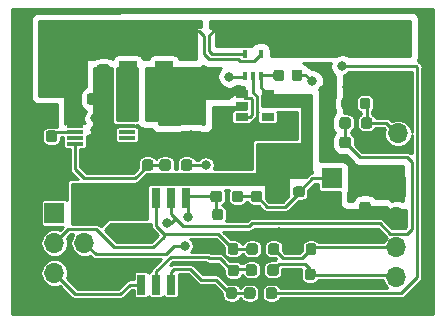
<source format=gbr>
G04 #@! TF.GenerationSoftware,KiCad,Pcbnew,(5.0.0-rc2-198-gb8bbb15aa)*
G04 #@! TF.CreationDate,2022-01-01T22:46:34-08:00*
G04 #@! TF.ProjectId,E-Bike,452D42696B652E6B696361645F706362,rev?*
G04 #@! TF.SameCoordinates,PX619eb90PY83695b8*
G04 #@! TF.FileFunction,Copper,L1,Top,Signal*
G04 #@! TF.FilePolarity,Positive*
%FSLAX45Y45*%
G04 Gerber Fmt 4.5, Leading zero omitted, Abs format (unit mm)*
G04 Created by KiCad (PCBNEW (5.0.0-rc2-198-gb8bbb15aa)) date 01/01/22 22:46:34*
%MOMM*%
%LPD*%
G01*
G04 APERTURE LIST*
G04 #@! TA.AperFunction,Conductor*
%ADD10C,0.100000*%
G04 #@! TD*
G04 #@! TA.AperFunction,SMDPad,CuDef*
%ADD11C,1.125000*%
G04 #@! TD*
G04 #@! TA.AperFunction,SMDPad,CuDef*
%ADD12R,0.400000X0.650000*%
G04 #@! TD*
G04 #@! TA.AperFunction,ComponentPad*
%ADD13O,1.700000X1.700000*%
G04 #@! TD*
G04 #@! TA.AperFunction,ComponentPad*
%ADD14R,1.700000X1.700000*%
G04 #@! TD*
G04 #@! TA.AperFunction,SMDPad,CuDef*
%ADD15C,0.950000*%
G04 #@! TD*
G04 #@! TA.AperFunction,SMDPad,CuDef*
%ADD16C,0.900000*%
G04 #@! TD*
G04 #@! TA.AperFunction,SMDPad,CuDef*
%ADD17R,1.060000X0.650000*%
G04 #@! TD*
G04 #@! TA.AperFunction,SMDPad,CuDef*
%ADD18R,0.650000X1.700000*%
G04 #@! TD*
G04 #@! TA.AperFunction,SMDPad,CuDef*
%ADD19R,1.400000X0.300000*%
G04 #@! TD*
G04 #@! TA.AperFunction,SMDPad,CuDef*
%ADD20R,1.500000X3.600000*%
G04 #@! TD*
G04 #@! TA.AperFunction,SMDPad,CuDef*
%ADD21C,1.600000*%
G04 #@! TD*
G04 #@! TA.AperFunction,SMDPad,CuDef*
%ADD22C,1.150000*%
G04 #@! TD*
G04 #@! TA.AperFunction,ViaPad*
%ADD23C,0.800000*%
G04 #@! TD*
G04 #@! TA.AperFunction,Conductor*
%ADD24C,0.250000*%
G04 #@! TD*
G04 #@! TA.AperFunction,Conductor*
%ADD25C,0.254000*%
G04 #@! TD*
G04 APERTURE END LIST*
D10*
G04 #@! TO.N,VBUS*
G04 #@! TO.C,R2*
G36*
X1487650Y2436880D02*
X1490077Y2436520D01*
X1492457Y2435924D01*
X1494767Y2435097D01*
X1496985Y2434048D01*
X1499089Y2432787D01*
X1501060Y2431325D01*
X1502878Y2429678D01*
X1504525Y2427860D01*
X1505987Y2425889D01*
X1507248Y2423785D01*
X1508297Y2421567D01*
X1509123Y2419257D01*
X1509720Y2416877D01*
X1510080Y2414451D01*
X1510200Y2412000D01*
X1510200Y2287000D01*
X1510080Y2284550D01*
X1509720Y2282123D01*
X1509123Y2279743D01*
X1508297Y2277433D01*
X1507248Y2275215D01*
X1505987Y2273111D01*
X1504525Y2271140D01*
X1502878Y2269322D01*
X1501060Y2267675D01*
X1499089Y2266213D01*
X1496985Y2264952D01*
X1494767Y2263903D01*
X1492457Y2263077D01*
X1490077Y2262480D01*
X1487650Y2262120D01*
X1485200Y2262000D01*
X1422700Y2262000D01*
X1420249Y2262120D01*
X1417823Y2262480D01*
X1415443Y2263077D01*
X1413133Y2263903D01*
X1410915Y2264952D01*
X1408811Y2266213D01*
X1406840Y2267675D01*
X1405022Y2269322D01*
X1403375Y2271140D01*
X1401913Y2273111D01*
X1400652Y2275215D01*
X1399603Y2277433D01*
X1398776Y2279743D01*
X1398180Y2282123D01*
X1397820Y2284550D01*
X1397700Y2287000D01*
X1397700Y2412000D01*
X1397820Y2414451D01*
X1398180Y2416877D01*
X1398776Y2419257D01*
X1399603Y2421567D01*
X1400652Y2423785D01*
X1401913Y2425889D01*
X1403375Y2427860D01*
X1405022Y2429678D01*
X1406840Y2431325D01*
X1408811Y2432787D01*
X1410915Y2434048D01*
X1413133Y2435097D01*
X1415443Y2435924D01*
X1417823Y2436520D01*
X1420249Y2436880D01*
X1422700Y2437000D01*
X1485200Y2437000D01*
X1487650Y2436880D01*
X1487650Y2436880D01*
G37*
D11*
G04 #@! TD*
G04 #@! TO.P,R2,2*
G04 #@! TO.N,VBUS*
X1453950Y2349500D03*
D10*
G04 #@! TO.N,/VBUS_R*
G04 #@! TO.C,R2*
G36*
X1780150Y2436880D02*
X1782577Y2436520D01*
X1784957Y2435924D01*
X1787267Y2435097D01*
X1789485Y2434048D01*
X1791589Y2432787D01*
X1793560Y2431325D01*
X1795378Y2429678D01*
X1797025Y2427860D01*
X1798487Y2425889D01*
X1799748Y2423785D01*
X1800797Y2421567D01*
X1801623Y2419257D01*
X1802220Y2416877D01*
X1802580Y2414451D01*
X1802700Y2412000D01*
X1802700Y2287000D01*
X1802580Y2284550D01*
X1802220Y2282123D01*
X1801623Y2279743D01*
X1800797Y2277433D01*
X1799748Y2275215D01*
X1798487Y2273111D01*
X1797025Y2271140D01*
X1795378Y2269322D01*
X1793560Y2267675D01*
X1791589Y2266213D01*
X1789485Y2264952D01*
X1787267Y2263903D01*
X1784957Y2263077D01*
X1782577Y2262480D01*
X1780150Y2262120D01*
X1777700Y2262000D01*
X1715200Y2262000D01*
X1712749Y2262120D01*
X1710323Y2262480D01*
X1707943Y2263077D01*
X1705633Y2263903D01*
X1703415Y2264952D01*
X1701311Y2266213D01*
X1699340Y2267675D01*
X1697522Y2269322D01*
X1695875Y2271140D01*
X1694413Y2273111D01*
X1693152Y2275215D01*
X1692103Y2277433D01*
X1691276Y2279743D01*
X1690680Y2282123D01*
X1690320Y2284550D01*
X1690200Y2287000D01*
X1690200Y2412000D01*
X1690320Y2414451D01*
X1690680Y2416877D01*
X1691276Y2419257D01*
X1692103Y2421567D01*
X1693152Y2423785D01*
X1694413Y2425889D01*
X1695875Y2427860D01*
X1697522Y2429678D01*
X1699340Y2431325D01*
X1701311Y2432787D01*
X1703415Y2434048D01*
X1705633Y2435097D01*
X1707943Y2435924D01*
X1710323Y2436520D01*
X1712749Y2436880D01*
X1715200Y2437000D01*
X1777700Y2437000D01*
X1780150Y2436880D01*
X1780150Y2436880D01*
G37*
D11*
G04 #@! TD*
G04 #@! TO.P,R2,1*
G04 #@! TO.N,/VBUS_R*
X1746450Y2349500D03*
D12*
G04 #@! TO.P,U4,5*
G04 #@! TO.N,/VBUS_R*
X1933980Y2162560D03*
G04 #@! TO.P,U4,4*
G04 #@! TO.N,VBUS*
X2063980Y2162560D03*
G04 #@! TO.P,U4,2*
G04 #@! TO.N,GND*
X1998980Y1972560D03*
G04 #@! TO.P,U4,3*
G04 #@! TO.N,+5V*
X2063980Y1972560D03*
G04 #@! TO.P,U4,1*
G04 #@! TO.N,Net-(R11-Pad1)*
X1933980Y1972560D03*
G04 #@! TD*
D13*
G04 #@! TO.P,J3,2*
G04 #@! TO.N,PWM_OUT*
X3225800Y1485900D03*
D14*
G04 #@! TO.P,J3,1*
G04 #@! TO.N,GND*
X3225800Y1739900D03*
G04 #@! TD*
D10*
G04 #@! TO.N,Net-(C18-Pad1)*
G04 #@! TO.C,R11*
G36*
X1998558Y182006D02*
X2000863Y181664D01*
X2003124Y181097D01*
X2005319Y180312D01*
X2007426Y179316D01*
X2009425Y178117D01*
X2011297Y176729D01*
X2013024Y175164D01*
X2014589Y173437D01*
X2015977Y171565D01*
X2017176Y169566D01*
X2018172Y167459D01*
X2018957Y165264D01*
X2019524Y163003D01*
X2019866Y160698D01*
X2019980Y158370D01*
X2019980Y110870D01*
X2019866Y108542D01*
X2019524Y106237D01*
X2018957Y103976D01*
X2018172Y101781D01*
X2017176Y99674D01*
X2015977Y97675D01*
X2014589Y95803D01*
X2013024Y94076D01*
X2011297Y92511D01*
X2009425Y91123D01*
X2007426Y89924D01*
X2005319Y88928D01*
X2003124Y88143D01*
X2000863Y87576D01*
X1998558Y87234D01*
X1996230Y87120D01*
X1946230Y87120D01*
X1943902Y87234D01*
X1941597Y87576D01*
X1939336Y88143D01*
X1937141Y88928D01*
X1935034Y89924D01*
X1933035Y91123D01*
X1931163Y92511D01*
X1929436Y94076D01*
X1927871Y95803D01*
X1926483Y97675D01*
X1925284Y99674D01*
X1924288Y101781D01*
X1923503Y103976D01*
X1922936Y106237D01*
X1922594Y108542D01*
X1922480Y110870D01*
X1922480Y158370D01*
X1922594Y160698D01*
X1922936Y163003D01*
X1923503Y165264D01*
X1924288Y167459D01*
X1925284Y169566D01*
X1926483Y171565D01*
X1927871Y173437D01*
X1929436Y175164D01*
X1931163Y176729D01*
X1933035Y178117D01*
X1935034Y179316D01*
X1937141Y180312D01*
X1939336Y181097D01*
X1941597Y181664D01*
X1943902Y182006D01*
X1946230Y182120D01*
X1996230Y182120D01*
X1998558Y182006D01*
X1998558Y182006D01*
G37*
D15*
G04 #@! TD*
G04 #@! TO.P,R11,2*
G04 #@! TO.N,Net-(C18-Pad1)*
X1971230Y134620D03*
D10*
G04 #@! TO.N,Net-(R11-Pad1)*
G04 #@! TO.C,R11*
G36*
X2181058Y182006D02*
X2183363Y181664D01*
X2185624Y181097D01*
X2187819Y180312D01*
X2189926Y179316D01*
X2191925Y178117D01*
X2193797Y176729D01*
X2195524Y175164D01*
X2197089Y173437D01*
X2198477Y171565D01*
X2199676Y169566D01*
X2200672Y167459D01*
X2201457Y165264D01*
X2202024Y163003D01*
X2202366Y160698D01*
X2202480Y158370D01*
X2202480Y110870D01*
X2202366Y108542D01*
X2202024Y106237D01*
X2201457Y103976D01*
X2200672Y101781D01*
X2199676Y99674D01*
X2198477Y97675D01*
X2197089Y95803D01*
X2195524Y94076D01*
X2193797Y92511D01*
X2191925Y91123D01*
X2189926Y89924D01*
X2187819Y88928D01*
X2185624Y88143D01*
X2183363Y87576D01*
X2181058Y87234D01*
X2178730Y87120D01*
X2128730Y87120D01*
X2126402Y87234D01*
X2124097Y87576D01*
X2121836Y88143D01*
X2119641Y88928D01*
X2117534Y89924D01*
X2115535Y91123D01*
X2113663Y92511D01*
X2111936Y94076D01*
X2110371Y95803D01*
X2108983Y97675D01*
X2107784Y99674D01*
X2106788Y101781D01*
X2106003Y103976D01*
X2105436Y106237D01*
X2105094Y108542D01*
X2104980Y110870D01*
X2104980Y158370D01*
X2105094Y160698D01*
X2105436Y163003D01*
X2106003Y165264D01*
X2106788Y167459D01*
X2107784Y169566D01*
X2108983Y171565D01*
X2110371Y173437D01*
X2111936Y175164D01*
X2113663Y176729D01*
X2115535Y178117D01*
X2117534Y179316D01*
X2119641Y180312D01*
X2121836Y181097D01*
X2124097Y181664D01*
X2126402Y182006D01*
X2128730Y182120D01*
X2178730Y182120D01*
X2181058Y182006D01*
X2181058Y182006D01*
G37*
D15*
G04 #@! TD*
G04 #@! TO.P,R11,1*
G04 #@! TO.N,Net-(R11-Pad1)*
X2153730Y134620D03*
D10*
G04 #@! TO.N,GND*
G04 #@! TO.C,C18*
G36*
X1687105Y182012D02*
X1689289Y181688D01*
X1691431Y181151D01*
X1693510Y180407D01*
X1695506Y179463D01*
X1697400Y178328D01*
X1699174Y177013D01*
X1700810Y175530D01*
X1702293Y173894D01*
X1703608Y172120D01*
X1704743Y170226D01*
X1705687Y168230D01*
X1706431Y166151D01*
X1706968Y164010D01*
X1707292Y161825D01*
X1707400Y159620D01*
X1707400Y109620D01*
X1707292Y107415D01*
X1706968Y105230D01*
X1706431Y103089D01*
X1705687Y101010D01*
X1704743Y99014D01*
X1703608Y97120D01*
X1702293Y95346D01*
X1700810Y93710D01*
X1699174Y92227D01*
X1697400Y90912D01*
X1695506Y89777D01*
X1693510Y88833D01*
X1691431Y88089D01*
X1689289Y87552D01*
X1687105Y87228D01*
X1684900Y87120D01*
X1639900Y87120D01*
X1637695Y87228D01*
X1635510Y87552D01*
X1633369Y88089D01*
X1631290Y88833D01*
X1629294Y89777D01*
X1627400Y90912D01*
X1625626Y92227D01*
X1623990Y93710D01*
X1622507Y95346D01*
X1621192Y97120D01*
X1620057Y99014D01*
X1619113Y101010D01*
X1618369Y103089D01*
X1617832Y105230D01*
X1617508Y107415D01*
X1617400Y109620D01*
X1617400Y159620D01*
X1617508Y161825D01*
X1617832Y164010D01*
X1618369Y166151D01*
X1619113Y168230D01*
X1620057Y170226D01*
X1621192Y172120D01*
X1622507Y173894D01*
X1623990Y175530D01*
X1625626Y177013D01*
X1627400Y178328D01*
X1629294Y179463D01*
X1631290Y180407D01*
X1633369Y181151D01*
X1635510Y181688D01*
X1637695Y182012D01*
X1639900Y182120D01*
X1684900Y182120D01*
X1687105Y182012D01*
X1687105Y182012D01*
G37*
D16*
G04 #@! TD*
G04 #@! TO.P,C18,2*
G04 #@! TO.N,GND*
X1662400Y134620D03*
D10*
G04 #@! TO.N,Net-(C18-Pad1)*
G04 #@! TO.C,C18*
G36*
X1842105Y182012D02*
X1844289Y181688D01*
X1846431Y181151D01*
X1848510Y180407D01*
X1850506Y179463D01*
X1852400Y178328D01*
X1854174Y177013D01*
X1855810Y175530D01*
X1857293Y173894D01*
X1858608Y172120D01*
X1859743Y170226D01*
X1860687Y168230D01*
X1861431Y166151D01*
X1861968Y164010D01*
X1862292Y161825D01*
X1862400Y159620D01*
X1862400Y109620D01*
X1862292Y107415D01*
X1861968Y105230D01*
X1861431Y103089D01*
X1860687Y101010D01*
X1859743Y99014D01*
X1858608Y97120D01*
X1857293Y95346D01*
X1855810Y93710D01*
X1854174Y92227D01*
X1852400Y90912D01*
X1850506Y89777D01*
X1848510Y88833D01*
X1846431Y88089D01*
X1844289Y87552D01*
X1842105Y87228D01*
X1839900Y87120D01*
X1794900Y87120D01*
X1792695Y87228D01*
X1790510Y87552D01*
X1788369Y88089D01*
X1786290Y88833D01*
X1784294Y89777D01*
X1782400Y90912D01*
X1780626Y92227D01*
X1778990Y93710D01*
X1777507Y95346D01*
X1776192Y97120D01*
X1775057Y99014D01*
X1774113Y101010D01*
X1773369Y103089D01*
X1772832Y105230D01*
X1772508Y107415D01*
X1772400Y109620D01*
X1772400Y159620D01*
X1772508Y161825D01*
X1772832Y164010D01*
X1773369Y166151D01*
X1774113Y168230D01*
X1775057Y170226D01*
X1776192Y172120D01*
X1777507Y173894D01*
X1778990Y175530D01*
X1780626Y177013D01*
X1782400Y178328D01*
X1784294Y179463D01*
X1786290Y180407D01*
X1788369Y181151D01*
X1790510Y181688D01*
X1792695Y182012D01*
X1794900Y182120D01*
X1839900Y182120D01*
X1842105Y182012D01*
X1842105Y182012D01*
G37*
D16*
G04 #@! TD*
G04 #@! TO.P,C18,1*
G04 #@! TO.N,Net-(C18-Pad1)*
X1817400Y134620D03*
D10*
G04 #@! TO.N,GND*
G04 #@! TO.C,C3*
G36*
X2395825Y2026052D02*
X2398010Y2025728D01*
X2400151Y2025191D01*
X2402230Y2024447D01*
X2404226Y2023503D01*
X2406120Y2022368D01*
X2407894Y2021053D01*
X2409530Y2019570D01*
X2411013Y2017934D01*
X2412328Y2016160D01*
X2413463Y2014266D01*
X2414407Y2012270D01*
X2415151Y2010191D01*
X2415688Y2008049D01*
X2416012Y2005865D01*
X2416120Y2003660D01*
X2416120Y1953660D01*
X2416012Y1951455D01*
X2415688Y1949270D01*
X2415151Y1947129D01*
X2414407Y1945050D01*
X2413463Y1943054D01*
X2412328Y1941160D01*
X2411013Y1939386D01*
X2409530Y1937750D01*
X2407894Y1936267D01*
X2406120Y1934952D01*
X2404226Y1933817D01*
X2402230Y1932873D01*
X2400151Y1932129D01*
X2398010Y1931592D01*
X2395825Y1931268D01*
X2393620Y1931160D01*
X2348620Y1931160D01*
X2346415Y1931268D01*
X2344231Y1931592D01*
X2342089Y1932129D01*
X2340010Y1932873D01*
X2338014Y1933817D01*
X2336120Y1934952D01*
X2334346Y1936267D01*
X2332710Y1937750D01*
X2331227Y1939386D01*
X2329912Y1941160D01*
X2328777Y1943054D01*
X2327833Y1945050D01*
X2327089Y1947129D01*
X2326552Y1949270D01*
X2326228Y1951455D01*
X2326120Y1953660D01*
X2326120Y2003660D01*
X2326228Y2005865D01*
X2326552Y2008049D01*
X2327089Y2010191D01*
X2327833Y2012270D01*
X2328777Y2014266D01*
X2329912Y2016160D01*
X2331227Y2017934D01*
X2332710Y2019570D01*
X2334346Y2021053D01*
X2336120Y2022368D01*
X2338014Y2023503D01*
X2340010Y2024447D01*
X2342089Y2025191D01*
X2344231Y2025728D01*
X2346415Y2026052D01*
X2348620Y2026160D01*
X2393620Y2026160D01*
X2395825Y2026052D01*
X2395825Y2026052D01*
G37*
D16*
G04 #@! TD*
G04 #@! TO.P,C3,2*
G04 #@! TO.N,GND*
X2371120Y1978660D03*
D10*
G04 #@! TO.N,+5V*
G04 #@! TO.C,C3*
G36*
X2240825Y2026052D02*
X2243010Y2025728D01*
X2245151Y2025191D01*
X2247230Y2024447D01*
X2249226Y2023503D01*
X2251120Y2022368D01*
X2252894Y2021053D01*
X2254530Y2019570D01*
X2256013Y2017934D01*
X2257328Y2016160D01*
X2258463Y2014266D01*
X2259407Y2012270D01*
X2260151Y2010191D01*
X2260688Y2008049D01*
X2261012Y2005865D01*
X2261120Y2003660D01*
X2261120Y1953660D01*
X2261012Y1951455D01*
X2260688Y1949270D01*
X2260151Y1947129D01*
X2259407Y1945050D01*
X2258463Y1943054D01*
X2257328Y1941160D01*
X2256013Y1939386D01*
X2254530Y1937750D01*
X2252894Y1936267D01*
X2251120Y1934952D01*
X2249226Y1933817D01*
X2247230Y1932873D01*
X2245151Y1932129D01*
X2243010Y1931592D01*
X2240825Y1931268D01*
X2238620Y1931160D01*
X2193620Y1931160D01*
X2191415Y1931268D01*
X2189231Y1931592D01*
X2187089Y1932129D01*
X2185010Y1932873D01*
X2183014Y1933817D01*
X2181120Y1934952D01*
X2179346Y1936267D01*
X2177710Y1937750D01*
X2176227Y1939386D01*
X2174912Y1941160D01*
X2173777Y1943054D01*
X2172833Y1945050D01*
X2172089Y1947129D01*
X2171552Y1949270D01*
X2171228Y1951455D01*
X2171120Y1953660D01*
X2171120Y2003660D01*
X2171228Y2005865D01*
X2171552Y2008049D01*
X2172089Y2010191D01*
X2172833Y2012270D01*
X2173777Y2014266D01*
X2174912Y2016160D01*
X2176227Y2017934D01*
X2177710Y2019570D01*
X2179346Y2021053D01*
X2181120Y2022368D01*
X2183014Y2023503D01*
X2185010Y2024447D01*
X2187089Y2025191D01*
X2189231Y2025728D01*
X2191415Y2026052D01*
X2193620Y2026160D01*
X2238620Y2026160D01*
X2240825Y2026052D01*
X2240825Y2026052D01*
G37*
D16*
G04 #@! TD*
G04 #@! TO.P,C3,1*
G04 #@! TO.N,+5V*
X2216120Y1978660D03*
D13*
G04 #@! TO.P,J4,2*
G04 #@! TO.N,GND*
X2667000Y850900D03*
D14*
G04 #@! TO.P,J4,1*
G04 #@! TO.N,BUTTON_IN*
X2667000Y1104900D03*
G04 #@! TD*
D13*
G04 #@! TO.P,J1,6*
G04 #@! TO.N,GND*
X571500Y304800D03*
G04 #@! TO.P,J1,5*
G04 #@! TO.N,Net-(J1-Pad5)*
X317500Y304800D03*
G04 #@! TO.P,J1,4*
G04 #@! TO.N,Net-(C10-Pad1)*
X571500Y558800D03*
G04 #@! TO.P,J1,3*
G04 #@! TO.N,Net-(C11-Pad1)*
X317500Y558800D03*
G04 #@! TO.P,J1,2*
G04 #@! TO.N,+5V*
X571500Y812800D03*
D14*
G04 #@! TO.P,J1,1*
G04 #@! TO.N,Net-(J1-Pad1)*
X317500Y812800D03*
G04 #@! TD*
D17*
G04 #@! TO.P,U3,5*
G04 #@! TO.N,+5V*
X2121680Y1817120D03*
G04 #@! TO.P,U3,4*
G04 #@! TO.N,Net-(U3-Pad4)*
X2121680Y1627120D03*
G04 #@! TO.P,U3,3*
G04 #@! TO.N,+10V*
X1901680Y1627120D03*
G04 #@! TO.P,U3,2*
G04 #@! TO.N,GND*
X1901680Y1722120D03*
G04 #@! TO.P,U3,1*
G04 #@! TO.N,+10V*
X1901680Y1817120D03*
G04 #@! TD*
D18*
G04 #@! TO.P,U2,8*
G04 #@! TO.N,+5V*
X1054100Y936500D03*
G04 #@! TO.P,U2,7*
G04 #@! TO.N,Net-(C11-Pad1)*
X1181100Y936500D03*
G04 #@! TO.P,U2,6*
G04 #@! TO.N,Net-(J1-Pad1)*
X1308100Y936500D03*
G04 #@! TO.P,U2,5*
G04 #@! TO.N,Net-(C10-Pad1)*
X1435100Y936500D03*
G04 #@! TO.P,U2,4*
G04 #@! TO.N,GND*
X1435100Y206500D03*
G04 #@! TO.P,U2,3*
G04 #@! TO.N,Net-(C18-Pad1)*
X1308100Y206500D03*
G04 #@! TO.P,U2,2*
G04 #@! TO.N,Net-(C12-Pad1)*
X1181100Y206500D03*
G04 #@! TO.P,U2,1*
G04 #@! TO.N,Net-(J1-Pad5)*
X1054100Y206500D03*
G04 #@! TD*
D19*
G04 #@! TO.P,U1,10*
G04 #@! TO.N,Net-(L1-Pad1)*
X931200Y1598600D03*
G04 #@! TO.P,U1,9*
G04 #@! TO.N,GND*
X931200Y1548600D03*
G04 #@! TO.P,U1,8*
G04 #@! TO.N,Net-(U1-Pad8)*
X931200Y1498600D03*
G04 #@! TO.P,U1,7*
G04 #@! TO.N,Net-(U1-Pad7)*
X931200Y1448600D03*
G04 #@! TO.P,U1,6*
G04 #@! TO.N,GND*
X931200Y1398600D03*
G04 #@! TO.P,U1,5*
G04 #@! TO.N,Net-(R3-Pad2)*
X491200Y1398600D03*
G04 #@! TO.P,U1,4*
G04 #@! TO.N,Net-(U1-Pad4)*
X491200Y1448600D03*
G04 #@! TO.P,U1,3*
G04 #@! TO.N,Net-(R1-Pad1)*
X491200Y1498600D03*
G04 #@! TO.P,U1,2*
G04 #@! TO.N,VBUS*
X491200Y1548600D03*
G04 #@! TO.P,U1,1*
X491200Y1598600D03*
G04 #@! TD*
D10*
G04 #@! TO.N,BUTTON_IN*
G04 #@! TO.C,R10*
G36*
X2056978Y999886D02*
X2059283Y999544D01*
X2061544Y998977D01*
X2063739Y998192D01*
X2065846Y997196D01*
X2067845Y995997D01*
X2069717Y994609D01*
X2071444Y993044D01*
X2073009Y991317D01*
X2074397Y989445D01*
X2075596Y987446D01*
X2076592Y985339D01*
X2077377Y983144D01*
X2077944Y980883D01*
X2078286Y978578D01*
X2078400Y976250D01*
X2078400Y928750D01*
X2078286Y926422D01*
X2077944Y924117D01*
X2077377Y921856D01*
X2076592Y919661D01*
X2075596Y917554D01*
X2074397Y915555D01*
X2073009Y913683D01*
X2071444Y911956D01*
X2069717Y910391D01*
X2067845Y909003D01*
X2065846Y907804D01*
X2063739Y906808D01*
X2061544Y906023D01*
X2059283Y905456D01*
X2056978Y905114D01*
X2054650Y905000D01*
X2004650Y905000D01*
X2002322Y905114D01*
X2000017Y905456D01*
X1997756Y906023D01*
X1995561Y906808D01*
X1993454Y907804D01*
X1991455Y909003D01*
X1989583Y910391D01*
X1987856Y911956D01*
X1986291Y913683D01*
X1984903Y915555D01*
X1983704Y917554D01*
X1982708Y919661D01*
X1981923Y921856D01*
X1981356Y924117D01*
X1981014Y926422D01*
X1980900Y928750D01*
X1980900Y976250D01*
X1981014Y978578D01*
X1981356Y980883D01*
X1981923Y983144D01*
X1982708Y985339D01*
X1983704Y987446D01*
X1984903Y989445D01*
X1986291Y991317D01*
X1987856Y993044D01*
X1989583Y994609D01*
X1991455Y995997D01*
X1993454Y997196D01*
X1995561Y998192D01*
X1997756Y998977D01*
X2000017Y999544D01*
X2002322Y999886D01*
X2004650Y1000000D01*
X2054650Y1000000D01*
X2056978Y999886D01*
X2056978Y999886D01*
G37*
D15*
G04 #@! TD*
G04 #@! TO.P,R10,2*
G04 #@! TO.N,BUTTON_IN*
X2029650Y952500D03*
D10*
G04 #@! TO.N,+5V*
G04 #@! TO.C,R10*
G36*
X2239478Y999886D02*
X2241783Y999544D01*
X2244044Y998977D01*
X2246239Y998192D01*
X2248346Y997196D01*
X2250345Y995997D01*
X2252217Y994609D01*
X2253944Y993044D01*
X2255509Y991317D01*
X2256897Y989445D01*
X2258096Y987446D01*
X2259092Y985339D01*
X2259877Y983144D01*
X2260444Y980883D01*
X2260786Y978578D01*
X2260900Y976250D01*
X2260900Y928750D01*
X2260786Y926422D01*
X2260444Y924117D01*
X2259877Y921856D01*
X2259092Y919661D01*
X2258096Y917554D01*
X2256897Y915555D01*
X2255509Y913683D01*
X2253944Y911956D01*
X2252217Y910391D01*
X2250345Y909003D01*
X2248346Y907804D01*
X2246239Y906808D01*
X2244044Y906023D01*
X2241783Y905456D01*
X2239478Y905114D01*
X2237150Y905000D01*
X2187150Y905000D01*
X2184822Y905114D01*
X2182517Y905456D01*
X2180256Y906023D01*
X2178061Y906808D01*
X2175954Y907804D01*
X2173955Y909003D01*
X2172083Y910391D01*
X2170356Y911956D01*
X2168791Y913683D01*
X2167403Y915555D01*
X2166204Y917554D01*
X2165208Y919661D01*
X2164423Y921856D01*
X2163856Y924117D01*
X2163514Y926422D01*
X2163400Y928750D01*
X2163400Y976250D01*
X2163514Y978578D01*
X2163856Y980883D01*
X2164423Y983144D01*
X2165208Y985339D01*
X2166204Y987446D01*
X2167403Y989445D01*
X2168791Y991317D01*
X2170356Y993044D01*
X2172083Y994609D01*
X2173955Y995997D01*
X2175954Y997196D01*
X2178061Y998192D01*
X2180256Y998977D01*
X2182517Y999544D01*
X2184822Y999886D01*
X2187150Y1000000D01*
X2237150Y1000000D01*
X2239478Y999886D01*
X2239478Y999886D01*
G37*
D15*
G04 #@! TD*
G04 #@! TO.P,R10,1*
G04 #@! TO.N,+5V*
X2212150Y952500D03*
D10*
G04 #@! TO.N,TORQUE_IN*
G04 #@! TO.C,R9*
G36*
X2193758Y377586D02*
X2196063Y377244D01*
X2198324Y376677D01*
X2200519Y375892D01*
X2202626Y374896D01*
X2204625Y373697D01*
X2206497Y372309D01*
X2208224Y370744D01*
X2209789Y369017D01*
X2211177Y367145D01*
X2212376Y365146D01*
X2213372Y363039D01*
X2214157Y360844D01*
X2214724Y358583D01*
X2215066Y356278D01*
X2215180Y353950D01*
X2215180Y306450D01*
X2215066Y304122D01*
X2214724Y301817D01*
X2214157Y299556D01*
X2213372Y297361D01*
X2212376Y295254D01*
X2211177Y293255D01*
X2209789Y291383D01*
X2208224Y289656D01*
X2206497Y288091D01*
X2204625Y286703D01*
X2202626Y285504D01*
X2200519Y284508D01*
X2198324Y283723D01*
X2196063Y283156D01*
X2193758Y282814D01*
X2191430Y282700D01*
X2141430Y282700D01*
X2139102Y282814D01*
X2136797Y283156D01*
X2134536Y283723D01*
X2132341Y284508D01*
X2130234Y285504D01*
X2128235Y286703D01*
X2126363Y288091D01*
X2124636Y289656D01*
X2123071Y291383D01*
X2121683Y293255D01*
X2120484Y295254D01*
X2119488Y297361D01*
X2118703Y299556D01*
X2118136Y301817D01*
X2117794Y304122D01*
X2117680Y306450D01*
X2117680Y353950D01*
X2117794Y356278D01*
X2118136Y358583D01*
X2118703Y360844D01*
X2119488Y363039D01*
X2120484Y365146D01*
X2121683Y367145D01*
X2123071Y369017D01*
X2124636Y370744D01*
X2126363Y372309D01*
X2128235Y373697D01*
X2130234Y374896D01*
X2132341Y375892D01*
X2134536Y376677D01*
X2136797Y377244D01*
X2139102Y377586D01*
X2141430Y377700D01*
X2191430Y377700D01*
X2193758Y377586D01*
X2193758Y377586D01*
G37*
D15*
G04 #@! TD*
G04 #@! TO.P,R9,2*
G04 #@! TO.N,TORQUE_IN*
X2166430Y330200D03*
D10*
G04 #@! TO.N,Net-(C12-Pad1)*
G04 #@! TO.C,R9*
G36*
X2011258Y377586D02*
X2013563Y377244D01*
X2015824Y376677D01*
X2018019Y375892D01*
X2020126Y374896D01*
X2022125Y373697D01*
X2023997Y372309D01*
X2025724Y370744D01*
X2027289Y369017D01*
X2028677Y367145D01*
X2029876Y365146D01*
X2030872Y363039D01*
X2031657Y360844D01*
X2032224Y358583D01*
X2032566Y356278D01*
X2032680Y353950D01*
X2032680Y306450D01*
X2032566Y304122D01*
X2032224Y301817D01*
X2031657Y299556D01*
X2030872Y297361D01*
X2029876Y295254D01*
X2028677Y293255D01*
X2027289Y291383D01*
X2025724Y289656D01*
X2023997Y288091D01*
X2022125Y286703D01*
X2020126Y285504D01*
X2018019Y284508D01*
X2015824Y283723D01*
X2013563Y283156D01*
X2011258Y282814D01*
X2008930Y282700D01*
X1958930Y282700D01*
X1956602Y282814D01*
X1954297Y283156D01*
X1952036Y283723D01*
X1949841Y284508D01*
X1947734Y285504D01*
X1945735Y286703D01*
X1943863Y288091D01*
X1942136Y289656D01*
X1940571Y291383D01*
X1939183Y293255D01*
X1937984Y295254D01*
X1936988Y297361D01*
X1936203Y299556D01*
X1935636Y301817D01*
X1935294Y304122D01*
X1935180Y306450D01*
X1935180Y353950D01*
X1935294Y356278D01*
X1935636Y358583D01*
X1936203Y360844D01*
X1936988Y363039D01*
X1937984Y365146D01*
X1939183Y367145D01*
X1940571Y369017D01*
X1942136Y370744D01*
X1943863Y372309D01*
X1945735Y373697D01*
X1947734Y374896D01*
X1949841Y375892D01*
X1952036Y376677D01*
X1954297Y377244D01*
X1956602Y377586D01*
X1958930Y377700D01*
X2008930Y377700D01*
X2011258Y377586D01*
X2011258Y377586D01*
G37*
D15*
G04 #@! TD*
G04 #@! TO.P,R9,1*
G04 #@! TO.N,Net-(C12-Pad1)*
X1983930Y330200D03*
D10*
G04 #@! TO.N,CADENCE_IN*
G04 #@! TO.C,R8*
G36*
X2201378Y555386D02*
X2203683Y555044D01*
X2205944Y554477D01*
X2208139Y553692D01*
X2210246Y552696D01*
X2212245Y551497D01*
X2214117Y550109D01*
X2215844Y548544D01*
X2217409Y546817D01*
X2218797Y544945D01*
X2219996Y542946D01*
X2220992Y540839D01*
X2221777Y538644D01*
X2222344Y536383D01*
X2222686Y534078D01*
X2222800Y531750D01*
X2222800Y484250D01*
X2222686Y481922D01*
X2222344Y479617D01*
X2221777Y477356D01*
X2220992Y475161D01*
X2219996Y473054D01*
X2218797Y471055D01*
X2217409Y469183D01*
X2215844Y467456D01*
X2214117Y465891D01*
X2212245Y464503D01*
X2210246Y463304D01*
X2208139Y462308D01*
X2205944Y461523D01*
X2203683Y460956D01*
X2201378Y460614D01*
X2199050Y460500D01*
X2149050Y460500D01*
X2146722Y460614D01*
X2144417Y460956D01*
X2142156Y461523D01*
X2139961Y462308D01*
X2137854Y463304D01*
X2135855Y464503D01*
X2133983Y465891D01*
X2132256Y467456D01*
X2130691Y469183D01*
X2129303Y471055D01*
X2128104Y473054D01*
X2127108Y475161D01*
X2126323Y477356D01*
X2125756Y479617D01*
X2125414Y481922D01*
X2125300Y484250D01*
X2125300Y531750D01*
X2125414Y534078D01*
X2125756Y536383D01*
X2126323Y538644D01*
X2127108Y540839D01*
X2128104Y542946D01*
X2129303Y544945D01*
X2130691Y546817D01*
X2132256Y548544D01*
X2133983Y550109D01*
X2135855Y551497D01*
X2137854Y552696D01*
X2139961Y553692D01*
X2142156Y554477D01*
X2144417Y555044D01*
X2146722Y555386D01*
X2149050Y555500D01*
X2199050Y555500D01*
X2201378Y555386D01*
X2201378Y555386D01*
G37*
D15*
G04 #@! TD*
G04 #@! TO.P,R8,2*
G04 #@! TO.N,CADENCE_IN*
X2174050Y508000D03*
D10*
G04 #@! TO.N,Net-(C11-Pad1)*
G04 #@! TO.C,R8*
G36*
X2018878Y555386D02*
X2021183Y555044D01*
X2023444Y554477D01*
X2025639Y553692D01*
X2027746Y552696D01*
X2029745Y551497D01*
X2031617Y550109D01*
X2033344Y548544D01*
X2034909Y546817D01*
X2036297Y544945D01*
X2037496Y542946D01*
X2038492Y540839D01*
X2039277Y538644D01*
X2039844Y536383D01*
X2040186Y534078D01*
X2040300Y531750D01*
X2040300Y484250D01*
X2040186Y481922D01*
X2039844Y479617D01*
X2039277Y477356D01*
X2038492Y475161D01*
X2037496Y473054D01*
X2036297Y471055D01*
X2034909Y469183D01*
X2033344Y467456D01*
X2031617Y465891D01*
X2029745Y464503D01*
X2027746Y463304D01*
X2025639Y462308D01*
X2023444Y461523D01*
X2021183Y460956D01*
X2018878Y460614D01*
X2016550Y460500D01*
X1966550Y460500D01*
X1964222Y460614D01*
X1961917Y460956D01*
X1959656Y461523D01*
X1957461Y462308D01*
X1955354Y463304D01*
X1953355Y464503D01*
X1951483Y465891D01*
X1949756Y467456D01*
X1948191Y469183D01*
X1946803Y471055D01*
X1945604Y473054D01*
X1944608Y475161D01*
X1943823Y477356D01*
X1943256Y479617D01*
X1942914Y481922D01*
X1942800Y484250D01*
X1942800Y531750D01*
X1942914Y534078D01*
X1943256Y536383D01*
X1943823Y538644D01*
X1944608Y540839D01*
X1945604Y542946D01*
X1946803Y544945D01*
X1948191Y546817D01*
X1949756Y548544D01*
X1951483Y550109D01*
X1953355Y551497D01*
X1955354Y552696D01*
X1957461Y553692D01*
X1959656Y554477D01*
X1961917Y555044D01*
X1964222Y555386D01*
X1966550Y555500D01*
X2016550Y555500D01*
X2018878Y555386D01*
X2018878Y555386D01*
G37*
D15*
G04 #@! TD*
G04 #@! TO.P,R8,1*
G04 #@! TO.N,Net-(C11-Pad1)*
X1991550Y508000D03*
D10*
G04 #@! TO.N,BUTTON_IN*
G04 #@! TO.C,R7*
G36*
X1896578Y999886D02*
X1898883Y999544D01*
X1901144Y998977D01*
X1903339Y998192D01*
X1905446Y997196D01*
X1907445Y995997D01*
X1909317Y994609D01*
X1911044Y993044D01*
X1912609Y991317D01*
X1913997Y989445D01*
X1915196Y987446D01*
X1916192Y985339D01*
X1916977Y983144D01*
X1917544Y980883D01*
X1917886Y978578D01*
X1918000Y976250D01*
X1918000Y928750D01*
X1917886Y926422D01*
X1917544Y924117D01*
X1916977Y921856D01*
X1916192Y919661D01*
X1915196Y917554D01*
X1913997Y915555D01*
X1912609Y913683D01*
X1911044Y911956D01*
X1909317Y910391D01*
X1907445Y909003D01*
X1905446Y907804D01*
X1903339Y906808D01*
X1901144Y906023D01*
X1898883Y905456D01*
X1896578Y905114D01*
X1894250Y905000D01*
X1844250Y905000D01*
X1841922Y905114D01*
X1839617Y905456D01*
X1837356Y906023D01*
X1835161Y906808D01*
X1833054Y907804D01*
X1831055Y909003D01*
X1829183Y910391D01*
X1827456Y911956D01*
X1825891Y913683D01*
X1824503Y915555D01*
X1823304Y917554D01*
X1822308Y919661D01*
X1821523Y921856D01*
X1820956Y924117D01*
X1820614Y926422D01*
X1820500Y928750D01*
X1820500Y976250D01*
X1820614Y978578D01*
X1820956Y980883D01*
X1821523Y983144D01*
X1822308Y985339D01*
X1823304Y987446D01*
X1824503Y989445D01*
X1825891Y991317D01*
X1827456Y993044D01*
X1829183Y994609D01*
X1831055Y995997D01*
X1833054Y997196D01*
X1835161Y998192D01*
X1837356Y998977D01*
X1839617Y999544D01*
X1841922Y999886D01*
X1844250Y1000000D01*
X1894250Y1000000D01*
X1896578Y999886D01*
X1896578Y999886D01*
G37*
D15*
G04 #@! TD*
G04 #@! TO.P,R7,2*
G04 #@! TO.N,BUTTON_IN*
X1869250Y952500D03*
D10*
G04 #@! TO.N,Net-(C10-Pad1)*
G04 #@! TO.C,R7*
G36*
X1714078Y999886D02*
X1716383Y999544D01*
X1718644Y998977D01*
X1720839Y998192D01*
X1722946Y997196D01*
X1724945Y995997D01*
X1726817Y994609D01*
X1728544Y993044D01*
X1730109Y991317D01*
X1731497Y989445D01*
X1732696Y987446D01*
X1733692Y985339D01*
X1734477Y983144D01*
X1735044Y980883D01*
X1735386Y978578D01*
X1735500Y976250D01*
X1735500Y928750D01*
X1735386Y926422D01*
X1735044Y924117D01*
X1734477Y921856D01*
X1733692Y919661D01*
X1732696Y917554D01*
X1731497Y915555D01*
X1730109Y913683D01*
X1728544Y911956D01*
X1726817Y910391D01*
X1724945Y909003D01*
X1722946Y907804D01*
X1720839Y906808D01*
X1718644Y906023D01*
X1716383Y905456D01*
X1714078Y905114D01*
X1711750Y905000D01*
X1661750Y905000D01*
X1659422Y905114D01*
X1657117Y905456D01*
X1654856Y906023D01*
X1652661Y906808D01*
X1650554Y907804D01*
X1648555Y909003D01*
X1646683Y910391D01*
X1644956Y911956D01*
X1643391Y913683D01*
X1642003Y915555D01*
X1640804Y917554D01*
X1639808Y919661D01*
X1639023Y921856D01*
X1638456Y924117D01*
X1638114Y926422D01*
X1638000Y928750D01*
X1638000Y976250D01*
X1638114Y978578D01*
X1638456Y980883D01*
X1639023Y983144D01*
X1639808Y985339D01*
X1640804Y987446D01*
X1642003Y989445D01*
X1643391Y991317D01*
X1644956Y993044D01*
X1646683Y994609D01*
X1648555Y995997D01*
X1650554Y997196D01*
X1652661Y998192D01*
X1654856Y998977D01*
X1657117Y999544D01*
X1659422Y999886D01*
X1661750Y1000000D01*
X1711750Y1000000D01*
X1714078Y999886D01*
X1714078Y999886D01*
G37*
D15*
G04 #@! TD*
G04 #@! TO.P,R7,1*
G04 #@! TO.N,Net-(C10-Pad1)*
X1686750Y952500D03*
D10*
G04 #@! TO.N,PWM_OUT*
G04 #@! TO.C,R6*
G36*
X2988778Y1622186D02*
X2991083Y1621844D01*
X2993344Y1621277D01*
X2995539Y1620492D01*
X2997646Y1619496D01*
X2999645Y1618297D01*
X3001517Y1616909D01*
X3003244Y1615344D01*
X3004809Y1613617D01*
X3006197Y1611745D01*
X3007396Y1609746D01*
X3008392Y1607639D01*
X3009177Y1605444D01*
X3009744Y1603183D01*
X3010086Y1600878D01*
X3010200Y1598550D01*
X3010200Y1551050D01*
X3010086Y1548722D01*
X3009744Y1546417D01*
X3009177Y1544156D01*
X3008392Y1541961D01*
X3007396Y1539854D01*
X3006197Y1537855D01*
X3004809Y1535983D01*
X3003244Y1534256D01*
X3001517Y1532691D01*
X2999645Y1531303D01*
X2997646Y1530104D01*
X2995539Y1529108D01*
X2993344Y1528323D01*
X2991083Y1527756D01*
X2988778Y1527414D01*
X2986450Y1527300D01*
X2936450Y1527300D01*
X2934122Y1527414D01*
X2931817Y1527756D01*
X2929556Y1528323D01*
X2927361Y1529108D01*
X2925254Y1530104D01*
X2923255Y1531303D01*
X2921383Y1532691D01*
X2919656Y1534256D01*
X2918091Y1535983D01*
X2916703Y1537855D01*
X2915504Y1539854D01*
X2914508Y1541961D01*
X2913723Y1544156D01*
X2913156Y1546417D01*
X2912814Y1548722D01*
X2912700Y1551050D01*
X2912700Y1598550D01*
X2912814Y1600878D01*
X2913156Y1603183D01*
X2913723Y1605444D01*
X2914508Y1607639D01*
X2915504Y1609746D01*
X2916703Y1611745D01*
X2918091Y1613617D01*
X2919656Y1615344D01*
X2921383Y1616909D01*
X2923255Y1618297D01*
X2925254Y1619496D01*
X2927361Y1620492D01*
X2929556Y1621277D01*
X2931817Y1621844D01*
X2934122Y1622186D01*
X2936450Y1622300D01*
X2986450Y1622300D01*
X2988778Y1622186D01*
X2988778Y1622186D01*
G37*
D15*
G04 #@! TD*
G04 #@! TO.P,R6,2*
G04 #@! TO.N,PWM_OUT*
X2961450Y1574800D03*
D10*
G04 #@! TO.N,Net-(J1-Pad1)*
G04 #@! TO.C,R6*
G36*
X2806278Y1622186D02*
X2808583Y1621844D01*
X2810844Y1621277D01*
X2813039Y1620492D01*
X2815146Y1619496D01*
X2817145Y1618297D01*
X2819017Y1616909D01*
X2820744Y1615344D01*
X2822309Y1613617D01*
X2823697Y1611745D01*
X2824896Y1609746D01*
X2825892Y1607639D01*
X2826677Y1605444D01*
X2827244Y1603183D01*
X2827586Y1600878D01*
X2827700Y1598550D01*
X2827700Y1551050D01*
X2827586Y1548722D01*
X2827244Y1546417D01*
X2826677Y1544156D01*
X2825892Y1541961D01*
X2824896Y1539854D01*
X2823697Y1537855D01*
X2822309Y1535983D01*
X2820744Y1534256D01*
X2819017Y1532691D01*
X2817145Y1531303D01*
X2815146Y1530104D01*
X2813039Y1529108D01*
X2810844Y1528323D01*
X2808583Y1527756D01*
X2806278Y1527414D01*
X2803950Y1527300D01*
X2753950Y1527300D01*
X2751622Y1527414D01*
X2749317Y1527756D01*
X2747056Y1528323D01*
X2744861Y1529108D01*
X2742754Y1530104D01*
X2740755Y1531303D01*
X2738883Y1532691D01*
X2737156Y1534256D01*
X2735591Y1535983D01*
X2734203Y1537855D01*
X2733004Y1539854D01*
X2732008Y1541961D01*
X2731223Y1544156D01*
X2730656Y1546417D01*
X2730314Y1548722D01*
X2730200Y1551050D01*
X2730200Y1598550D01*
X2730314Y1600878D01*
X2730656Y1603183D01*
X2731223Y1605444D01*
X2732008Y1607639D01*
X2733004Y1609746D01*
X2734203Y1611745D01*
X2735591Y1613617D01*
X2737156Y1615344D01*
X2738883Y1616909D01*
X2740755Y1618297D01*
X2742754Y1619496D01*
X2744861Y1620492D01*
X2747056Y1621277D01*
X2749317Y1621844D01*
X2751622Y1622186D01*
X2753950Y1622300D01*
X2803950Y1622300D01*
X2806278Y1622186D01*
X2806278Y1622186D01*
G37*
D15*
G04 #@! TD*
G04 #@! TO.P,R6,1*
G04 #@! TO.N,Net-(J1-Pad1)*
X2778950Y1574800D03*
D10*
G04 #@! TO.N,GND*
G04 #@! TO.C,R5*
G36*
X2988778Y1457086D02*
X2991083Y1456744D01*
X2993344Y1456177D01*
X2995539Y1455392D01*
X2997646Y1454396D01*
X2999645Y1453197D01*
X3001517Y1451809D01*
X3003244Y1450244D01*
X3004809Y1448517D01*
X3006197Y1446645D01*
X3007396Y1444646D01*
X3008392Y1442539D01*
X3009177Y1440344D01*
X3009744Y1438083D01*
X3010086Y1435778D01*
X3010200Y1433450D01*
X3010200Y1385950D01*
X3010086Y1383622D01*
X3009744Y1381317D01*
X3009177Y1379056D01*
X3008392Y1376861D01*
X3007396Y1374754D01*
X3006197Y1372755D01*
X3004809Y1370883D01*
X3003244Y1369156D01*
X3001517Y1367591D01*
X2999645Y1366203D01*
X2997646Y1365004D01*
X2995539Y1364008D01*
X2993344Y1363223D01*
X2991083Y1362656D01*
X2988778Y1362314D01*
X2986450Y1362200D01*
X2936450Y1362200D01*
X2934122Y1362314D01*
X2931817Y1362656D01*
X2929556Y1363223D01*
X2927361Y1364008D01*
X2925254Y1365004D01*
X2923255Y1366203D01*
X2921383Y1367591D01*
X2919656Y1369156D01*
X2918091Y1370883D01*
X2916703Y1372755D01*
X2915504Y1374754D01*
X2914508Y1376861D01*
X2913723Y1379056D01*
X2913156Y1381317D01*
X2912814Y1383622D01*
X2912700Y1385950D01*
X2912700Y1433450D01*
X2912814Y1435778D01*
X2913156Y1438083D01*
X2913723Y1440344D01*
X2914508Y1442539D01*
X2915504Y1444646D01*
X2916703Y1446645D01*
X2918091Y1448517D01*
X2919656Y1450244D01*
X2921383Y1451809D01*
X2923255Y1453197D01*
X2925254Y1454396D01*
X2927361Y1455392D01*
X2929556Y1456177D01*
X2931817Y1456744D01*
X2934122Y1457086D01*
X2936450Y1457200D01*
X2986450Y1457200D01*
X2988778Y1457086D01*
X2988778Y1457086D01*
G37*
D15*
G04 #@! TD*
G04 #@! TO.P,R5,2*
G04 #@! TO.N,GND*
X2961450Y1409700D03*
D10*
G04 #@! TO.N,Net-(J1-Pad1)*
G04 #@! TO.C,R5*
G36*
X2806278Y1457086D02*
X2808583Y1456744D01*
X2810844Y1456177D01*
X2813039Y1455392D01*
X2815146Y1454396D01*
X2817145Y1453197D01*
X2819017Y1451809D01*
X2820744Y1450244D01*
X2822309Y1448517D01*
X2823697Y1446645D01*
X2824896Y1444646D01*
X2825892Y1442539D01*
X2826677Y1440344D01*
X2827244Y1438083D01*
X2827586Y1435778D01*
X2827700Y1433450D01*
X2827700Y1385950D01*
X2827586Y1383622D01*
X2827244Y1381317D01*
X2826677Y1379056D01*
X2825892Y1376861D01*
X2824896Y1374754D01*
X2823697Y1372755D01*
X2822309Y1370883D01*
X2820744Y1369156D01*
X2819017Y1367591D01*
X2817145Y1366203D01*
X2815146Y1365004D01*
X2813039Y1364008D01*
X2810844Y1363223D01*
X2808583Y1362656D01*
X2806278Y1362314D01*
X2803950Y1362200D01*
X2753950Y1362200D01*
X2751622Y1362314D01*
X2749317Y1362656D01*
X2747056Y1363223D01*
X2744861Y1364008D01*
X2742754Y1365004D01*
X2740755Y1366203D01*
X2738883Y1367591D01*
X2737156Y1369156D01*
X2735591Y1370883D01*
X2734203Y1372755D01*
X2733004Y1374754D01*
X2732008Y1376861D01*
X2731223Y1379056D01*
X2730656Y1381317D01*
X2730314Y1383622D01*
X2730200Y1385950D01*
X2730200Y1433450D01*
X2730314Y1435778D01*
X2730656Y1438083D01*
X2731223Y1440344D01*
X2732008Y1442539D01*
X2733004Y1444646D01*
X2734203Y1446645D01*
X2735591Y1448517D01*
X2737156Y1450244D01*
X2738883Y1451809D01*
X2740755Y1453197D01*
X2742754Y1454396D01*
X2744861Y1455392D01*
X2747056Y1456177D01*
X2749317Y1456744D01*
X2751622Y1457086D01*
X2753950Y1457200D01*
X2803950Y1457200D01*
X2806278Y1457086D01*
X2806278Y1457086D01*
G37*
D15*
G04 #@! TD*
G04 #@! TO.P,R5,1*
G04 #@! TO.N,Net-(J1-Pad1)*
X2778950Y1409700D03*
D10*
G04 #@! TO.N,GND*
G04 #@! TO.C,R4*
G36*
X952078Y1266586D02*
X954383Y1266244D01*
X956644Y1265677D01*
X958839Y1264892D01*
X960946Y1263896D01*
X962945Y1262697D01*
X964817Y1261309D01*
X966544Y1259744D01*
X968109Y1258017D01*
X969497Y1256145D01*
X970696Y1254146D01*
X971692Y1252039D01*
X972477Y1249844D01*
X973044Y1247583D01*
X973386Y1245278D01*
X973500Y1242950D01*
X973500Y1195450D01*
X973386Y1193122D01*
X973044Y1190817D01*
X972477Y1188556D01*
X971692Y1186361D01*
X970696Y1184254D01*
X969497Y1182255D01*
X968109Y1180383D01*
X966544Y1178656D01*
X964817Y1177091D01*
X962945Y1175703D01*
X960946Y1174504D01*
X958839Y1173508D01*
X956644Y1172723D01*
X954383Y1172156D01*
X952078Y1171814D01*
X949750Y1171700D01*
X899750Y1171700D01*
X897422Y1171814D01*
X895117Y1172156D01*
X892856Y1172723D01*
X890661Y1173508D01*
X888554Y1174504D01*
X886555Y1175703D01*
X884683Y1177091D01*
X882956Y1178656D01*
X881391Y1180383D01*
X880003Y1182255D01*
X878804Y1184254D01*
X877808Y1186361D01*
X877023Y1188556D01*
X876456Y1190817D01*
X876114Y1193122D01*
X876000Y1195450D01*
X876000Y1242950D01*
X876114Y1245278D01*
X876456Y1247583D01*
X877023Y1249844D01*
X877808Y1252039D01*
X878804Y1254146D01*
X880003Y1256145D01*
X881391Y1258017D01*
X882956Y1259744D01*
X884683Y1261309D01*
X886555Y1262697D01*
X888554Y1263896D01*
X890661Y1264892D01*
X892856Y1265677D01*
X895117Y1266244D01*
X897422Y1266586D01*
X899750Y1266700D01*
X949750Y1266700D01*
X952078Y1266586D01*
X952078Y1266586D01*
G37*
D15*
G04 #@! TD*
G04 #@! TO.P,R4,2*
G04 #@! TO.N,GND*
X924750Y1219200D03*
D10*
G04 #@! TO.N,Net-(R3-Pad2)*
G04 #@! TO.C,R4*
G36*
X1134578Y1266586D02*
X1136883Y1266244D01*
X1139144Y1265677D01*
X1141339Y1264892D01*
X1143446Y1263896D01*
X1145445Y1262697D01*
X1147317Y1261309D01*
X1149044Y1259744D01*
X1150609Y1258017D01*
X1151997Y1256145D01*
X1153196Y1254146D01*
X1154192Y1252039D01*
X1154977Y1249844D01*
X1155544Y1247583D01*
X1155886Y1245278D01*
X1156000Y1242950D01*
X1156000Y1195450D01*
X1155886Y1193122D01*
X1155544Y1190817D01*
X1154977Y1188556D01*
X1154192Y1186361D01*
X1153196Y1184254D01*
X1151997Y1182255D01*
X1150609Y1180383D01*
X1149044Y1178656D01*
X1147317Y1177091D01*
X1145445Y1175703D01*
X1143446Y1174504D01*
X1141339Y1173508D01*
X1139144Y1172723D01*
X1136883Y1172156D01*
X1134578Y1171814D01*
X1132250Y1171700D01*
X1082250Y1171700D01*
X1079922Y1171814D01*
X1077617Y1172156D01*
X1075356Y1172723D01*
X1073161Y1173508D01*
X1071054Y1174504D01*
X1069055Y1175703D01*
X1067183Y1177091D01*
X1065456Y1178656D01*
X1063891Y1180383D01*
X1062503Y1182255D01*
X1061304Y1184254D01*
X1060308Y1186361D01*
X1059523Y1188556D01*
X1058956Y1190817D01*
X1058614Y1193122D01*
X1058500Y1195450D01*
X1058500Y1242950D01*
X1058614Y1245278D01*
X1058956Y1247583D01*
X1059523Y1249844D01*
X1060308Y1252039D01*
X1061304Y1254146D01*
X1062503Y1256145D01*
X1063891Y1258017D01*
X1065456Y1259744D01*
X1067183Y1261309D01*
X1069055Y1262697D01*
X1071054Y1263896D01*
X1073161Y1264892D01*
X1075356Y1265677D01*
X1077617Y1266244D01*
X1079922Y1266586D01*
X1082250Y1266700D01*
X1132250Y1266700D01*
X1134578Y1266586D01*
X1134578Y1266586D01*
G37*
D15*
G04 #@! TD*
G04 #@! TO.P,R4,1*
G04 #@! TO.N,Net-(R3-Pad2)*
X1107250Y1219200D03*
D10*
G04 #@! TO.N,Net-(R3-Pad2)*
G04 #@! TO.C,R3*
G36*
X1282278Y1266586D02*
X1284583Y1266244D01*
X1286844Y1265677D01*
X1289039Y1264892D01*
X1291146Y1263896D01*
X1293145Y1262697D01*
X1295017Y1261309D01*
X1296744Y1259744D01*
X1298309Y1258017D01*
X1299697Y1256145D01*
X1300896Y1254146D01*
X1301892Y1252039D01*
X1302677Y1249844D01*
X1303244Y1247583D01*
X1303586Y1245278D01*
X1303700Y1242950D01*
X1303700Y1195450D01*
X1303586Y1193122D01*
X1303244Y1190817D01*
X1302677Y1188556D01*
X1301892Y1186361D01*
X1300896Y1184254D01*
X1299697Y1182255D01*
X1298309Y1180383D01*
X1296744Y1178656D01*
X1295017Y1177091D01*
X1293145Y1175703D01*
X1291146Y1174504D01*
X1289039Y1173508D01*
X1286844Y1172723D01*
X1284583Y1172156D01*
X1282278Y1171814D01*
X1279950Y1171700D01*
X1229950Y1171700D01*
X1227622Y1171814D01*
X1225317Y1172156D01*
X1223056Y1172723D01*
X1220861Y1173508D01*
X1218754Y1174504D01*
X1216755Y1175703D01*
X1214883Y1177091D01*
X1213156Y1178656D01*
X1211591Y1180383D01*
X1210203Y1182255D01*
X1209004Y1184254D01*
X1208008Y1186361D01*
X1207223Y1188556D01*
X1206656Y1190817D01*
X1206314Y1193122D01*
X1206200Y1195450D01*
X1206200Y1242950D01*
X1206314Y1245278D01*
X1206656Y1247583D01*
X1207223Y1249844D01*
X1208008Y1252039D01*
X1209004Y1254146D01*
X1210203Y1256145D01*
X1211591Y1258017D01*
X1213156Y1259744D01*
X1214883Y1261309D01*
X1216755Y1262697D01*
X1218754Y1263896D01*
X1220861Y1264892D01*
X1223056Y1265677D01*
X1225317Y1266244D01*
X1227622Y1266586D01*
X1229950Y1266700D01*
X1279950Y1266700D01*
X1282278Y1266586D01*
X1282278Y1266586D01*
G37*
D15*
G04 #@! TD*
G04 #@! TO.P,R3,2*
G04 #@! TO.N,Net-(R3-Pad2)*
X1254950Y1219200D03*
D10*
G04 #@! TO.N,+10V*
G04 #@! TO.C,R3*
G36*
X1464778Y1266586D02*
X1467083Y1266244D01*
X1469344Y1265677D01*
X1471539Y1264892D01*
X1473646Y1263896D01*
X1475645Y1262697D01*
X1477517Y1261309D01*
X1479244Y1259744D01*
X1480809Y1258017D01*
X1482197Y1256145D01*
X1483396Y1254146D01*
X1484392Y1252039D01*
X1485177Y1249844D01*
X1485744Y1247583D01*
X1486086Y1245278D01*
X1486200Y1242950D01*
X1486200Y1195450D01*
X1486086Y1193122D01*
X1485744Y1190817D01*
X1485177Y1188556D01*
X1484392Y1186361D01*
X1483396Y1184254D01*
X1482197Y1182255D01*
X1480809Y1180383D01*
X1479244Y1178656D01*
X1477517Y1177091D01*
X1475645Y1175703D01*
X1473646Y1174504D01*
X1471539Y1173508D01*
X1469344Y1172723D01*
X1467083Y1172156D01*
X1464778Y1171814D01*
X1462450Y1171700D01*
X1412450Y1171700D01*
X1410122Y1171814D01*
X1407817Y1172156D01*
X1405556Y1172723D01*
X1403361Y1173508D01*
X1401254Y1174504D01*
X1399255Y1175703D01*
X1397383Y1177091D01*
X1395656Y1178656D01*
X1394091Y1180383D01*
X1392703Y1182255D01*
X1391504Y1184254D01*
X1390508Y1186361D01*
X1389723Y1188556D01*
X1389156Y1190817D01*
X1388814Y1193122D01*
X1388700Y1195450D01*
X1388700Y1242950D01*
X1388814Y1245278D01*
X1389156Y1247583D01*
X1389723Y1249844D01*
X1390508Y1252039D01*
X1391504Y1254146D01*
X1392703Y1256145D01*
X1394091Y1258017D01*
X1395656Y1259744D01*
X1397383Y1261309D01*
X1399255Y1262697D01*
X1401254Y1263896D01*
X1403361Y1264892D01*
X1405556Y1265677D01*
X1407817Y1266244D01*
X1410122Y1266586D01*
X1412450Y1266700D01*
X1462450Y1266700D01*
X1464778Y1266586D01*
X1464778Y1266586D01*
G37*
D15*
G04 #@! TD*
G04 #@! TO.P,R3,1*
G04 #@! TO.N,+10V*
X1437450Y1219200D03*
D10*
G04 #@! TO.N,GND*
G04 #@! TO.C,R1*
G36*
X318178Y1328986D02*
X320483Y1328644D01*
X322744Y1328077D01*
X324939Y1327292D01*
X327046Y1326296D01*
X329045Y1325097D01*
X330917Y1323709D01*
X332644Y1322144D01*
X334209Y1320417D01*
X335597Y1318545D01*
X336796Y1316546D01*
X337792Y1314439D01*
X338577Y1312244D01*
X339144Y1309983D01*
X339486Y1307678D01*
X339600Y1305350D01*
X339600Y1255350D01*
X339486Y1253022D01*
X339144Y1250717D01*
X338577Y1248456D01*
X337792Y1246261D01*
X336796Y1244154D01*
X335597Y1242155D01*
X334209Y1240283D01*
X332644Y1238556D01*
X330917Y1236991D01*
X329045Y1235603D01*
X327046Y1234404D01*
X324939Y1233408D01*
X322744Y1232623D01*
X320483Y1232056D01*
X318178Y1231714D01*
X315850Y1231600D01*
X268350Y1231600D01*
X266022Y1231714D01*
X263717Y1232056D01*
X261456Y1232623D01*
X259261Y1233408D01*
X257154Y1234404D01*
X255155Y1235603D01*
X253283Y1236991D01*
X251556Y1238556D01*
X249991Y1240283D01*
X248603Y1242155D01*
X247404Y1244154D01*
X246408Y1246261D01*
X245623Y1248456D01*
X245056Y1250717D01*
X244714Y1253022D01*
X244600Y1255350D01*
X244600Y1305350D01*
X244714Y1307678D01*
X245056Y1309983D01*
X245623Y1312244D01*
X246408Y1314439D01*
X247404Y1316546D01*
X248603Y1318545D01*
X249991Y1320417D01*
X251556Y1322144D01*
X253283Y1323709D01*
X255155Y1325097D01*
X257154Y1326296D01*
X259261Y1327292D01*
X261456Y1328077D01*
X263717Y1328644D01*
X266022Y1328986D01*
X268350Y1329100D01*
X315850Y1329100D01*
X318178Y1328986D01*
X318178Y1328986D01*
G37*
D15*
G04 #@! TD*
G04 #@! TO.P,R1,2*
G04 #@! TO.N,GND*
X292100Y1280350D03*
D10*
G04 #@! TO.N,Net-(R1-Pad1)*
G04 #@! TO.C,R1*
G36*
X318178Y1511486D02*
X320483Y1511144D01*
X322744Y1510577D01*
X324939Y1509792D01*
X327046Y1508796D01*
X329045Y1507597D01*
X330917Y1506209D01*
X332644Y1504644D01*
X334209Y1502917D01*
X335597Y1501045D01*
X336796Y1499046D01*
X337792Y1496939D01*
X338577Y1494744D01*
X339144Y1492483D01*
X339486Y1490178D01*
X339600Y1487850D01*
X339600Y1437850D01*
X339486Y1435522D01*
X339144Y1433217D01*
X338577Y1430956D01*
X337792Y1428761D01*
X336796Y1426654D01*
X335597Y1424655D01*
X334209Y1422783D01*
X332644Y1421056D01*
X330917Y1419491D01*
X329045Y1418103D01*
X327046Y1416904D01*
X324939Y1415908D01*
X322744Y1415123D01*
X320483Y1414556D01*
X318178Y1414214D01*
X315850Y1414100D01*
X268350Y1414100D01*
X266022Y1414214D01*
X263717Y1414556D01*
X261456Y1415123D01*
X259261Y1415908D01*
X257154Y1416904D01*
X255155Y1418103D01*
X253283Y1419491D01*
X251556Y1421056D01*
X249991Y1422783D01*
X248603Y1424655D01*
X247404Y1426654D01*
X246408Y1428761D01*
X245623Y1430956D01*
X245056Y1433217D01*
X244714Y1435522D01*
X244600Y1437850D01*
X244600Y1487850D01*
X244714Y1490178D01*
X245056Y1492483D01*
X245623Y1494744D01*
X246408Y1496939D01*
X247404Y1499046D01*
X248603Y1501045D01*
X249991Y1502917D01*
X251556Y1504644D01*
X253283Y1506209D01*
X255155Y1507597D01*
X257154Y1508796D01*
X259261Y1509792D01*
X261456Y1510577D01*
X263717Y1511144D01*
X266022Y1511486D01*
X268350Y1511600D01*
X315850Y1511600D01*
X318178Y1511486D01*
X318178Y1511486D01*
G37*
D15*
G04 #@! TD*
G04 #@! TO.P,R1,1*
G04 #@! TO.N,Net-(R1-Pad1)*
X292100Y1462850D03*
D20*
G04 #@! TO.P,L1,2*
G04 #@! TO.N,+10V*
X1244700Y1917700D03*
G04 #@! TO.P,L1,1*
G04 #@! TO.N,Net-(L1-Pad1)*
X939700Y1917700D03*
G04 #@! TD*
D13*
G04 #@! TO.P,J2,4*
G04 #@! TO.N,TORQUE_IN*
X3213100Y266700D03*
G04 #@! TO.P,J2,3*
G04 #@! TO.N,CADENCE_IN*
X3213100Y520700D03*
G04 #@! TO.P,J2,2*
G04 #@! TO.N,GND*
X3213100Y774700D03*
D14*
G04 #@! TO.P,J2,1*
G04 #@! TO.N,+10V*
X3213100Y1028700D03*
G04 #@! TD*
D10*
G04 #@! TO.N,GND*
G04 #@! TO.C,C17*
G36*
X2352585Y342032D02*
X2354770Y341708D01*
X2356911Y341171D01*
X2358990Y340427D01*
X2360986Y339483D01*
X2362880Y338348D01*
X2364654Y337033D01*
X2366290Y335550D01*
X2367773Y333914D01*
X2369088Y332140D01*
X2370223Y330246D01*
X2371167Y328250D01*
X2371911Y326171D01*
X2372448Y324030D01*
X2372772Y321845D01*
X2372880Y319640D01*
X2372880Y269640D01*
X2372772Y267435D01*
X2372448Y265251D01*
X2371911Y263109D01*
X2371167Y261030D01*
X2370223Y259034D01*
X2369088Y257140D01*
X2367773Y255366D01*
X2366290Y253730D01*
X2364654Y252247D01*
X2362880Y250932D01*
X2360986Y249797D01*
X2358990Y248853D01*
X2356911Y248109D01*
X2354770Y247572D01*
X2352585Y247248D01*
X2350380Y247140D01*
X2305380Y247140D01*
X2303175Y247248D01*
X2300991Y247572D01*
X2298849Y248109D01*
X2296770Y248853D01*
X2294774Y249797D01*
X2292880Y250932D01*
X2291106Y252247D01*
X2289470Y253730D01*
X2287987Y255366D01*
X2286672Y257140D01*
X2285537Y259034D01*
X2284593Y261030D01*
X2283849Y263109D01*
X2283312Y265251D01*
X2282988Y267435D01*
X2282880Y269640D01*
X2282880Y319640D01*
X2282988Y321845D01*
X2283312Y324030D01*
X2283849Y326171D01*
X2284593Y328250D01*
X2285537Y330246D01*
X2286672Y332140D01*
X2287987Y333914D01*
X2289470Y335550D01*
X2291106Y337033D01*
X2292880Y338348D01*
X2294774Y339483D01*
X2296770Y340427D01*
X2298849Y341171D01*
X2300991Y341708D01*
X2303175Y342032D01*
X2305380Y342140D01*
X2350380Y342140D01*
X2352585Y342032D01*
X2352585Y342032D01*
G37*
D16*
G04 #@! TD*
G04 #@! TO.P,C17,2*
G04 #@! TO.N,GND*
X2327880Y294640D03*
D10*
G04 #@! TO.N,TORQUE_IN*
G04 #@! TO.C,C17*
G36*
X2507585Y342032D02*
X2509770Y341708D01*
X2511911Y341171D01*
X2513990Y340427D01*
X2515986Y339483D01*
X2517880Y338348D01*
X2519654Y337033D01*
X2521290Y335550D01*
X2522773Y333914D01*
X2524088Y332140D01*
X2525223Y330246D01*
X2526167Y328250D01*
X2526911Y326171D01*
X2527448Y324030D01*
X2527772Y321845D01*
X2527880Y319640D01*
X2527880Y269640D01*
X2527772Y267435D01*
X2527448Y265251D01*
X2526911Y263109D01*
X2526167Y261030D01*
X2525223Y259034D01*
X2524088Y257140D01*
X2522773Y255366D01*
X2521290Y253730D01*
X2519654Y252247D01*
X2517880Y250932D01*
X2515986Y249797D01*
X2513990Y248853D01*
X2511911Y248109D01*
X2509770Y247572D01*
X2507585Y247248D01*
X2505380Y247140D01*
X2460380Y247140D01*
X2458175Y247248D01*
X2455991Y247572D01*
X2453849Y248109D01*
X2451770Y248853D01*
X2449774Y249797D01*
X2447880Y250932D01*
X2446106Y252247D01*
X2444470Y253730D01*
X2442987Y255366D01*
X2441672Y257140D01*
X2440537Y259034D01*
X2439593Y261030D01*
X2438849Y263109D01*
X2438312Y265251D01*
X2437988Y267435D01*
X2437880Y269640D01*
X2437880Y319640D01*
X2437988Y321845D01*
X2438312Y324030D01*
X2438849Y326171D01*
X2439593Y328250D01*
X2440537Y330246D01*
X2441672Y332140D01*
X2442987Y333914D01*
X2444470Y335550D01*
X2446106Y337033D01*
X2447880Y338348D01*
X2449774Y339483D01*
X2451770Y340427D01*
X2453849Y341171D01*
X2455991Y341708D01*
X2458175Y342032D01*
X2460380Y342140D01*
X2505380Y342140D01*
X2507585Y342032D01*
X2507585Y342032D01*
G37*
D16*
G04 #@! TD*
G04 #@! TO.P,C17,1*
G04 #@! TO.N,TORQUE_IN*
X2482880Y294640D03*
D10*
G04 #@! TO.N,GND*
G04 #@! TO.C,C16*
G36*
X2360205Y555392D02*
X2362390Y555068D01*
X2364531Y554531D01*
X2366610Y553787D01*
X2368606Y552843D01*
X2370500Y551708D01*
X2372274Y550393D01*
X2373910Y548910D01*
X2375393Y547274D01*
X2376708Y545500D01*
X2377843Y543606D01*
X2378787Y541610D01*
X2379531Y539531D01*
X2380068Y537390D01*
X2380392Y535205D01*
X2380500Y533000D01*
X2380500Y483000D01*
X2380392Y480795D01*
X2380068Y478610D01*
X2379531Y476469D01*
X2378787Y474390D01*
X2377843Y472394D01*
X2376708Y470500D01*
X2375393Y468726D01*
X2373910Y467090D01*
X2372274Y465607D01*
X2370500Y464292D01*
X2368606Y463157D01*
X2366610Y462213D01*
X2364531Y461469D01*
X2362390Y460932D01*
X2360205Y460608D01*
X2358000Y460500D01*
X2313000Y460500D01*
X2310795Y460608D01*
X2308611Y460932D01*
X2306469Y461469D01*
X2304390Y462213D01*
X2302394Y463157D01*
X2300500Y464292D01*
X2298726Y465607D01*
X2297090Y467090D01*
X2295607Y468726D01*
X2294292Y470500D01*
X2293157Y472394D01*
X2292213Y474390D01*
X2291469Y476469D01*
X2290932Y478610D01*
X2290608Y480795D01*
X2290500Y483000D01*
X2290500Y533000D01*
X2290608Y535205D01*
X2290932Y537390D01*
X2291469Y539531D01*
X2292213Y541610D01*
X2293157Y543606D01*
X2294292Y545500D01*
X2295607Y547274D01*
X2297090Y548910D01*
X2298726Y550393D01*
X2300500Y551708D01*
X2302394Y552843D01*
X2304390Y553787D01*
X2306469Y554531D01*
X2308611Y555068D01*
X2310795Y555392D01*
X2313000Y555500D01*
X2358000Y555500D01*
X2360205Y555392D01*
X2360205Y555392D01*
G37*
D16*
G04 #@! TD*
G04 #@! TO.P,C16,2*
G04 #@! TO.N,GND*
X2335500Y508000D03*
D10*
G04 #@! TO.N,CADENCE_IN*
G04 #@! TO.C,C16*
G36*
X2515205Y555392D02*
X2517390Y555068D01*
X2519531Y554531D01*
X2521610Y553787D01*
X2523606Y552843D01*
X2525500Y551708D01*
X2527274Y550393D01*
X2528910Y548910D01*
X2530393Y547274D01*
X2531708Y545500D01*
X2532843Y543606D01*
X2533787Y541610D01*
X2534531Y539531D01*
X2535068Y537390D01*
X2535392Y535205D01*
X2535500Y533000D01*
X2535500Y483000D01*
X2535392Y480795D01*
X2535068Y478610D01*
X2534531Y476469D01*
X2533787Y474390D01*
X2532843Y472394D01*
X2531708Y470500D01*
X2530393Y468726D01*
X2528910Y467090D01*
X2527274Y465607D01*
X2525500Y464292D01*
X2523606Y463157D01*
X2521610Y462213D01*
X2519531Y461469D01*
X2517390Y460932D01*
X2515205Y460608D01*
X2513000Y460500D01*
X2468000Y460500D01*
X2465795Y460608D01*
X2463611Y460932D01*
X2461469Y461469D01*
X2459390Y462213D01*
X2457394Y463157D01*
X2455500Y464292D01*
X2453726Y465607D01*
X2452090Y467090D01*
X2450607Y468726D01*
X2449292Y470500D01*
X2448157Y472394D01*
X2447213Y474390D01*
X2446469Y476469D01*
X2445932Y478610D01*
X2445608Y480795D01*
X2445500Y483000D01*
X2445500Y533000D01*
X2445608Y535205D01*
X2445932Y537390D01*
X2446469Y539531D01*
X2447213Y541610D01*
X2448157Y543606D01*
X2449292Y545500D01*
X2450607Y547274D01*
X2452090Y548910D01*
X2453726Y550393D01*
X2455500Y551708D01*
X2457394Y552843D01*
X2459390Y553787D01*
X2461469Y554531D01*
X2463611Y555068D01*
X2465795Y555392D01*
X2468000Y555500D01*
X2513000Y555500D01*
X2515205Y555392D01*
X2515205Y555392D01*
G37*
D16*
G04 #@! TD*
G04 #@! TO.P,C16,1*
G04 #@! TO.N,CADENCE_IN*
X2490500Y508000D03*
D10*
G04 #@! TO.N,GND*
G04 #@! TO.C,C15*
G36*
X2414805Y881792D02*
X2416990Y881468D01*
X2419131Y880931D01*
X2421210Y880187D01*
X2423206Y879243D01*
X2425100Y878108D01*
X2426874Y876793D01*
X2428510Y875310D01*
X2429993Y873674D01*
X2431308Y871900D01*
X2432443Y870006D01*
X2433387Y868010D01*
X2434131Y865931D01*
X2434668Y863789D01*
X2434992Y861605D01*
X2435100Y859400D01*
X2435100Y814400D01*
X2434992Y812195D01*
X2434668Y810010D01*
X2434131Y807869D01*
X2433387Y805790D01*
X2432443Y803794D01*
X2431308Y801900D01*
X2429993Y800126D01*
X2428510Y798490D01*
X2426874Y797007D01*
X2425100Y795692D01*
X2423206Y794557D01*
X2421210Y793613D01*
X2419131Y792869D01*
X2416990Y792332D01*
X2414805Y792008D01*
X2412600Y791900D01*
X2362600Y791900D01*
X2360395Y792008D01*
X2358211Y792332D01*
X2356069Y792869D01*
X2353990Y793613D01*
X2351994Y794557D01*
X2350100Y795692D01*
X2348326Y797007D01*
X2346690Y798490D01*
X2345207Y800126D01*
X2343892Y801900D01*
X2342757Y803794D01*
X2341813Y805790D01*
X2341069Y807869D01*
X2340532Y810010D01*
X2340208Y812195D01*
X2340100Y814400D01*
X2340100Y859400D01*
X2340208Y861605D01*
X2340532Y863789D01*
X2341069Y865931D01*
X2341813Y868010D01*
X2342757Y870006D01*
X2343892Y871900D01*
X2345207Y873674D01*
X2346690Y875310D01*
X2348326Y876793D01*
X2350100Y878108D01*
X2351994Y879243D01*
X2353990Y880187D01*
X2356069Y880931D01*
X2358211Y881468D01*
X2360395Y881792D01*
X2362600Y881900D01*
X2412600Y881900D01*
X2414805Y881792D01*
X2414805Y881792D01*
G37*
D16*
G04 #@! TD*
G04 #@! TO.P,C15,2*
G04 #@! TO.N,GND*
X2387600Y836900D03*
D10*
G04 #@! TO.N,BUTTON_IN*
G04 #@! TO.C,C15*
G36*
X2414805Y1036792D02*
X2416990Y1036468D01*
X2419131Y1035931D01*
X2421210Y1035187D01*
X2423206Y1034243D01*
X2425100Y1033108D01*
X2426874Y1031793D01*
X2428510Y1030310D01*
X2429993Y1028674D01*
X2431308Y1026900D01*
X2432443Y1025006D01*
X2433387Y1023010D01*
X2434131Y1020931D01*
X2434668Y1018789D01*
X2434992Y1016605D01*
X2435100Y1014400D01*
X2435100Y969400D01*
X2434992Y967195D01*
X2434668Y965010D01*
X2434131Y962869D01*
X2433387Y960790D01*
X2432443Y958794D01*
X2431308Y956900D01*
X2429993Y955126D01*
X2428510Y953490D01*
X2426874Y952007D01*
X2425100Y950692D01*
X2423206Y949557D01*
X2421210Y948613D01*
X2419131Y947869D01*
X2416990Y947332D01*
X2414805Y947008D01*
X2412600Y946900D01*
X2362600Y946900D01*
X2360395Y947008D01*
X2358211Y947332D01*
X2356069Y947869D01*
X2353990Y948613D01*
X2351994Y949557D01*
X2350100Y950692D01*
X2348326Y952007D01*
X2346690Y953490D01*
X2345207Y955126D01*
X2343892Y956900D01*
X2342757Y958794D01*
X2341813Y960790D01*
X2341069Y962869D01*
X2340532Y965010D01*
X2340208Y967195D01*
X2340100Y969400D01*
X2340100Y1014400D01*
X2340208Y1016605D01*
X2340532Y1018789D01*
X2341069Y1020931D01*
X2341813Y1023010D01*
X2342757Y1025006D01*
X2343892Y1026900D01*
X2345207Y1028674D01*
X2346690Y1030310D01*
X2348326Y1031793D01*
X2350100Y1033108D01*
X2351994Y1034243D01*
X2353990Y1035187D01*
X2356069Y1035931D01*
X2358211Y1036468D01*
X2360395Y1036792D01*
X2362600Y1036900D01*
X2412600Y1036900D01*
X2414805Y1036792D01*
X2414805Y1036792D01*
G37*
D16*
G04 #@! TD*
G04 #@! TO.P,C15,1*
G04 #@! TO.N,BUTTON_IN*
X2387600Y991900D03*
D10*
G04 #@! TO.N,GND*
G04 #@! TO.C,C14*
G36*
X2973605Y907192D02*
X2975789Y906868D01*
X2977931Y906331D01*
X2980010Y905587D01*
X2982006Y904643D01*
X2983900Y903508D01*
X2985674Y902193D01*
X2987310Y900710D01*
X2988793Y899074D01*
X2990108Y897300D01*
X2991243Y895406D01*
X2992187Y893410D01*
X2992931Y891331D01*
X2993468Y889189D01*
X2993792Y887005D01*
X2993900Y884800D01*
X2993900Y839800D01*
X2993792Y837595D01*
X2993468Y835410D01*
X2992931Y833269D01*
X2992187Y831190D01*
X2991243Y829194D01*
X2990108Y827300D01*
X2988793Y825526D01*
X2987310Y823890D01*
X2985674Y822407D01*
X2983900Y821092D01*
X2982006Y819957D01*
X2980010Y819013D01*
X2977931Y818269D01*
X2975789Y817732D01*
X2973605Y817408D01*
X2971400Y817300D01*
X2921400Y817300D01*
X2919195Y817408D01*
X2917010Y817732D01*
X2914869Y818269D01*
X2912790Y819013D01*
X2910794Y819957D01*
X2908900Y821092D01*
X2907126Y822407D01*
X2905490Y823890D01*
X2904007Y825526D01*
X2902692Y827300D01*
X2901557Y829194D01*
X2900613Y831190D01*
X2899869Y833269D01*
X2899332Y835410D01*
X2899008Y837595D01*
X2898900Y839800D01*
X2898900Y884800D01*
X2899008Y887005D01*
X2899332Y889189D01*
X2899869Y891331D01*
X2900613Y893410D01*
X2901557Y895406D01*
X2902692Y897300D01*
X2904007Y899074D01*
X2905490Y900710D01*
X2907126Y902193D01*
X2908900Y903508D01*
X2910794Y904643D01*
X2912790Y905587D01*
X2914869Y906331D01*
X2917010Y906868D01*
X2919195Y907192D01*
X2921400Y907300D01*
X2971400Y907300D01*
X2973605Y907192D01*
X2973605Y907192D01*
G37*
D16*
G04 #@! TD*
G04 #@! TO.P,C14,2*
G04 #@! TO.N,GND*
X2946400Y862300D03*
D10*
G04 #@! TO.N,+10V*
G04 #@! TO.C,C14*
G36*
X2973605Y1062192D02*
X2975789Y1061868D01*
X2977931Y1061331D01*
X2980010Y1060587D01*
X2982006Y1059643D01*
X2983900Y1058508D01*
X2985674Y1057193D01*
X2987310Y1055710D01*
X2988793Y1054074D01*
X2990108Y1052300D01*
X2991243Y1050406D01*
X2992187Y1048410D01*
X2992931Y1046331D01*
X2993468Y1044189D01*
X2993792Y1042005D01*
X2993900Y1039800D01*
X2993900Y994800D01*
X2993792Y992595D01*
X2993468Y990410D01*
X2992931Y988269D01*
X2992187Y986190D01*
X2991243Y984194D01*
X2990108Y982300D01*
X2988793Y980526D01*
X2987310Y978890D01*
X2985674Y977407D01*
X2983900Y976092D01*
X2982006Y974957D01*
X2980010Y974013D01*
X2977931Y973269D01*
X2975789Y972732D01*
X2973605Y972408D01*
X2971400Y972300D01*
X2921400Y972300D01*
X2919195Y972408D01*
X2917010Y972732D01*
X2914869Y973269D01*
X2912790Y974013D01*
X2910794Y974957D01*
X2908900Y976092D01*
X2907126Y977407D01*
X2905490Y978890D01*
X2904007Y980526D01*
X2902692Y982300D01*
X2901557Y984194D01*
X2900613Y986190D01*
X2899869Y988269D01*
X2899332Y990410D01*
X2899008Y992595D01*
X2898900Y994800D01*
X2898900Y1039800D01*
X2899008Y1042005D01*
X2899332Y1044189D01*
X2899869Y1046331D01*
X2900613Y1048410D01*
X2901557Y1050406D01*
X2902692Y1052300D01*
X2904007Y1054074D01*
X2905490Y1055710D01*
X2907126Y1057193D01*
X2908900Y1058508D01*
X2910794Y1059643D01*
X2912790Y1060587D01*
X2914869Y1061331D01*
X2917010Y1061868D01*
X2919195Y1062192D01*
X2921400Y1062300D01*
X2971400Y1062300D01*
X2973605Y1062192D01*
X2973605Y1062192D01*
G37*
D16*
G04 #@! TD*
G04 #@! TO.P,C14,1*
G04 #@! TO.N,+10V*
X2946400Y1017300D03*
D10*
G04 #@! TO.N,GND*
G04 #@! TO.C,C13*
G36*
X2817405Y1787292D02*
X2819589Y1786968D01*
X2821731Y1786431D01*
X2823810Y1785687D01*
X2825806Y1784743D01*
X2827700Y1783608D01*
X2829474Y1782293D01*
X2831110Y1780810D01*
X2832593Y1779174D01*
X2833908Y1777400D01*
X2835043Y1775506D01*
X2835987Y1773510D01*
X2836731Y1771431D01*
X2837268Y1769289D01*
X2837592Y1767105D01*
X2837700Y1764900D01*
X2837700Y1714900D01*
X2837592Y1712695D01*
X2837268Y1710510D01*
X2836731Y1708369D01*
X2835987Y1706290D01*
X2835043Y1704294D01*
X2833908Y1702400D01*
X2832593Y1700626D01*
X2831110Y1698990D01*
X2829474Y1697507D01*
X2827700Y1696192D01*
X2825806Y1695057D01*
X2823810Y1694113D01*
X2821731Y1693369D01*
X2819589Y1692832D01*
X2817405Y1692508D01*
X2815200Y1692400D01*
X2770200Y1692400D01*
X2767995Y1692508D01*
X2765811Y1692832D01*
X2763669Y1693369D01*
X2761590Y1694113D01*
X2759594Y1695057D01*
X2757700Y1696192D01*
X2755926Y1697507D01*
X2754290Y1698990D01*
X2752807Y1700626D01*
X2751492Y1702400D01*
X2750357Y1704294D01*
X2749413Y1706290D01*
X2748669Y1708369D01*
X2748132Y1710510D01*
X2747808Y1712695D01*
X2747700Y1714900D01*
X2747700Y1764900D01*
X2747808Y1767105D01*
X2748132Y1769289D01*
X2748669Y1771431D01*
X2749413Y1773510D01*
X2750357Y1775506D01*
X2751492Y1777400D01*
X2752807Y1779174D01*
X2754290Y1780810D01*
X2755926Y1782293D01*
X2757700Y1783608D01*
X2759594Y1784743D01*
X2761590Y1785687D01*
X2763669Y1786431D01*
X2765811Y1786968D01*
X2767995Y1787292D01*
X2770200Y1787400D01*
X2815200Y1787400D01*
X2817405Y1787292D01*
X2817405Y1787292D01*
G37*
D16*
G04 #@! TD*
G04 #@! TO.P,C13,2*
G04 #@! TO.N,GND*
X2792700Y1739900D03*
D10*
G04 #@! TO.N,PWM_OUT*
G04 #@! TO.C,C13*
G36*
X2972405Y1787292D02*
X2974589Y1786968D01*
X2976731Y1786431D01*
X2978810Y1785687D01*
X2980806Y1784743D01*
X2982700Y1783608D01*
X2984474Y1782293D01*
X2986110Y1780810D01*
X2987593Y1779174D01*
X2988908Y1777400D01*
X2990043Y1775506D01*
X2990987Y1773510D01*
X2991731Y1771431D01*
X2992268Y1769289D01*
X2992592Y1767105D01*
X2992700Y1764900D01*
X2992700Y1714900D01*
X2992592Y1712695D01*
X2992268Y1710510D01*
X2991731Y1708369D01*
X2990987Y1706290D01*
X2990043Y1704294D01*
X2988908Y1702400D01*
X2987593Y1700626D01*
X2986110Y1698990D01*
X2984474Y1697507D01*
X2982700Y1696192D01*
X2980806Y1695057D01*
X2978810Y1694113D01*
X2976731Y1693369D01*
X2974589Y1692832D01*
X2972405Y1692508D01*
X2970200Y1692400D01*
X2925200Y1692400D01*
X2922995Y1692508D01*
X2920810Y1692832D01*
X2918669Y1693369D01*
X2916590Y1694113D01*
X2914594Y1695057D01*
X2912700Y1696192D01*
X2910926Y1697507D01*
X2909290Y1698990D01*
X2907807Y1700626D01*
X2906492Y1702400D01*
X2905357Y1704294D01*
X2904413Y1706290D01*
X2903669Y1708369D01*
X2903132Y1710510D01*
X2902808Y1712695D01*
X2902700Y1714900D01*
X2902700Y1764900D01*
X2902808Y1767105D01*
X2903132Y1769289D01*
X2903669Y1771431D01*
X2904413Y1773510D01*
X2905357Y1775506D01*
X2906492Y1777400D01*
X2907807Y1779174D01*
X2909290Y1780810D01*
X2910926Y1782293D01*
X2912700Y1783608D01*
X2914594Y1784743D01*
X2916590Y1785687D01*
X2918669Y1786431D01*
X2920810Y1786968D01*
X2922995Y1787292D01*
X2925200Y1787400D01*
X2970200Y1787400D01*
X2972405Y1787292D01*
X2972405Y1787292D01*
G37*
D16*
G04 #@! TD*
G04 #@! TO.P,C13,1*
G04 #@! TO.N,PWM_OUT*
X2947700Y1739900D03*
D10*
G04 #@! TO.N,GND*
G04 #@! TO.C,C12*
G36*
X1702345Y375052D02*
X1704529Y374728D01*
X1706671Y374191D01*
X1708750Y373447D01*
X1710746Y372503D01*
X1712640Y371368D01*
X1714414Y370053D01*
X1716050Y368570D01*
X1717533Y366934D01*
X1718848Y365160D01*
X1719983Y363266D01*
X1720927Y361270D01*
X1721671Y359191D01*
X1722208Y357049D01*
X1722532Y354865D01*
X1722640Y352660D01*
X1722640Y302660D01*
X1722532Y300455D01*
X1722208Y298271D01*
X1721671Y296129D01*
X1720927Y294050D01*
X1719983Y292054D01*
X1718848Y290160D01*
X1717533Y288386D01*
X1716050Y286750D01*
X1714414Y285267D01*
X1712640Y283952D01*
X1710746Y282817D01*
X1708750Y281873D01*
X1706671Y281129D01*
X1704529Y280592D01*
X1702345Y280268D01*
X1700140Y280160D01*
X1655140Y280160D01*
X1652935Y280268D01*
X1650750Y280592D01*
X1648609Y281129D01*
X1646530Y281873D01*
X1644534Y282817D01*
X1642640Y283952D01*
X1640866Y285267D01*
X1639230Y286750D01*
X1637747Y288386D01*
X1636432Y290160D01*
X1635297Y292054D01*
X1634353Y294050D01*
X1633609Y296129D01*
X1633072Y298271D01*
X1632748Y300455D01*
X1632640Y302660D01*
X1632640Y352660D01*
X1632748Y354865D01*
X1633072Y357049D01*
X1633609Y359191D01*
X1634353Y361270D01*
X1635297Y363266D01*
X1636432Y365160D01*
X1637747Y366934D01*
X1639230Y368570D01*
X1640866Y370053D01*
X1642640Y371368D01*
X1644534Y372503D01*
X1646530Y373447D01*
X1648609Y374191D01*
X1650750Y374728D01*
X1652935Y375052D01*
X1655140Y375160D01*
X1700140Y375160D01*
X1702345Y375052D01*
X1702345Y375052D01*
G37*
D16*
G04 #@! TD*
G04 #@! TO.P,C12,2*
G04 #@! TO.N,GND*
X1677640Y327660D03*
D10*
G04 #@! TO.N,Net-(C12-Pad1)*
G04 #@! TO.C,C12*
G36*
X1857345Y375052D02*
X1859529Y374728D01*
X1861671Y374191D01*
X1863750Y373447D01*
X1865746Y372503D01*
X1867640Y371368D01*
X1869414Y370053D01*
X1871050Y368570D01*
X1872533Y366934D01*
X1873848Y365160D01*
X1874983Y363266D01*
X1875927Y361270D01*
X1876671Y359191D01*
X1877208Y357049D01*
X1877532Y354865D01*
X1877640Y352660D01*
X1877640Y302660D01*
X1877532Y300455D01*
X1877208Y298271D01*
X1876671Y296129D01*
X1875927Y294050D01*
X1874983Y292054D01*
X1873848Y290160D01*
X1872533Y288386D01*
X1871050Y286750D01*
X1869414Y285267D01*
X1867640Y283952D01*
X1865746Y282817D01*
X1863750Y281873D01*
X1861671Y281129D01*
X1859529Y280592D01*
X1857345Y280268D01*
X1855140Y280160D01*
X1810140Y280160D01*
X1807935Y280268D01*
X1805750Y280592D01*
X1803609Y281129D01*
X1801530Y281873D01*
X1799534Y282817D01*
X1797640Y283952D01*
X1795866Y285267D01*
X1794230Y286750D01*
X1792747Y288386D01*
X1791432Y290160D01*
X1790297Y292054D01*
X1789353Y294050D01*
X1788609Y296129D01*
X1788072Y298271D01*
X1787748Y300455D01*
X1787640Y302660D01*
X1787640Y352660D01*
X1787748Y354865D01*
X1788072Y357049D01*
X1788609Y359191D01*
X1789353Y361270D01*
X1790297Y363266D01*
X1791432Y365160D01*
X1792747Y366934D01*
X1794230Y368570D01*
X1795866Y370053D01*
X1797640Y371368D01*
X1799534Y372503D01*
X1801530Y373447D01*
X1803609Y374191D01*
X1805750Y374728D01*
X1807935Y375052D01*
X1810140Y375160D01*
X1855140Y375160D01*
X1857345Y375052D01*
X1857345Y375052D01*
G37*
D16*
G04 #@! TD*
G04 #@! TO.P,C12,1*
G04 #@! TO.N,Net-(C12-Pad1)*
X1832640Y327660D03*
D10*
G04 #@! TO.N,GND*
G04 #@! TO.C,C11*
G36*
X1699805Y555392D02*
X1701989Y555068D01*
X1704131Y554531D01*
X1706210Y553787D01*
X1708206Y552843D01*
X1710100Y551708D01*
X1711874Y550393D01*
X1713510Y548910D01*
X1714993Y547274D01*
X1716308Y545500D01*
X1717443Y543606D01*
X1718387Y541610D01*
X1719131Y539531D01*
X1719668Y537390D01*
X1719992Y535205D01*
X1720100Y533000D01*
X1720100Y483000D01*
X1719992Y480795D01*
X1719668Y478610D01*
X1719131Y476469D01*
X1718387Y474390D01*
X1717443Y472394D01*
X1716308Y470500D01*
X1714993Y468726D01*
X1713510Y467090D01*
X1711874Y465607D01*
X1710100Y464292D01*
X1708206Y463157D01*
X1706210Y462213D01*
X1704131Y461469D01*
X1701989Y460932D01*
X1699805Y460608D01*
X1697600Y460500D01*
X1652600Y460500D01*
X1650395Y460608D01*
X1648210Y460932D01*
X1646069Y461469D01*
X1643990Y462213D01*
X1641994Y463157D01*
X1640100Y464292D01*
X1638326Y465607D01*
X1636690Y467090D01*
X1635207Y468726D01*
X1633892Y470500D01*
X1632757Y472394D01*
X1631813Y474390D01*
X1631069Y476469D01*
X1630532Y478610D01*
X1630208Y480795D01*
X1630100Y483000D01*
X1630100Y533000D01*
X1630208Y535205D01*
X1630532Y537390D01*
X1631069Y539531D01*
X1631813Y541610D01*
X1632757Y543606D01*
X1633892Y545500D01*
X1635207Y547274D01*
X1636690Y548910D01*
X1638326Y550393D01*
X1640100Y551708D01*
X1641994Y552843D01*
X1643990Y553787D01*
X1646069Y554531D01*
X1648210Y555068D01*
X1650395Y555392D01*
X1652600Y555500D01*
X1697600Y555500D01*
X1699805Y555392D01*
X1699805Y555392D01*
G37*
D16*
G04 #@! TD*
G04 #@! TO.P,C11,2*
G04 #@! TO.N,GND*
X1675100Y508000D03*
D10*
G04 #@! TO.N,Net-(C11-Pad1)*
G04 #@! TO.C,C11*
G36*
X1854805Y555392D02*
X1856989Y555068D01*
X1859131Y554531D01*
X1861210Y553787D01*
X1863206Y552843D01*
X1865100Y551708D01*
X1866874Y550393D01*
X1868510Y548910D01*
X1869993Y547274D01*
X1871308Y545500D01*
X1872443Y543606D01*
X1873387Y541610D01*
X1874131Y539531D01*
X1874668Y537390D01*
X1874992Y535205D01*
X1875100Y533000D01*
X1875100Y483000D01*
X1874992Y480795D01*
X1874668Y478610D01*
X1874131Y476469D01*
X1873387Y474390D01*
X1872443Y472394D01*
X1871308Y470500D01*
X1869993Y468726D01*
X1868510Y467090D01*
X1866874Y465607D01*
X1865100Y464292D01*
X1863206Y463157D01*
X1861210Y462213D01*
X1859131Y461469D01*
X1856989Y460932D01*
X1854805Y460608D01*
X1852600Y460500D01*
X1807600Y460500D01*
X1805395Y460608D01*
X1803210Y460932D01*
X1801069Y461469D01*
X1798990Y462213D01*
X1796994Y463157D01*
X1795100Y464292D01*
X1793326Y465607D01*
X1791690Y467090D01*
X1790207Y468726D01*
X1788892Y470500D01*
X1787757Y472394D01*
X1786813Y474390D01*
X1786069Y476469D01*
X1785532Y478610D01*
X1785208Y480795D01*
X1785100Y483000D01*
X1785100Y533000D01*
X1785208Y535205D01*
X1785532Y537390D01*
X1786069Y539531D01*
X1786813Y541610D01*
X1787757Y543606D01*
X1788892Y545500D01*
X1790207Y547274D01*
X1791690Y548910D01*
X1793326Y550393D01*
X1795100Y551708D01*
X1796994Y552843D01*
X1798990Y553787D01*
X1801069Y554531D01*
X1803210Y555068D01*
X1805395Y555392D01*
X1807600Y555500D01*
X1852600Y555500D01*
X1854805Y555392D01*
X1854805Y555392D01*
G37*
D16*
G04 #@! TD*
G04 #@! TO.P,C11,1*
G04 #@! TO.N,Net-(C11-Pad1)*
X1830100Y508000D03*
D10*
G04 #@! TO.N,GND*
G04 #@! TO.C,C10*
G36*
X1880205Y847492D02*
X1882389Y847168D01*
X1884531Y846631D01*
X1886610Y845887D01*
X1888606Y844943D01*
X1890500Y843808D01*
X1892274Y842493D01*
X1893910Y841010D01*
X1895393Y839374D01*
X1896708Y837600D01*
X1897843Y835706D01*
X1898787Y833710D01*
X1899531Y831631D01*
X1900068Y829489D01*
X1900392Y827305D01*
X1900500Y825100D01*
X1900500Y775100D01*
X1900392Y772895D01*
X1900068Y770710D01*
X1899531Y768569D01*
X1898787Y766490D01*
X1897843Y764494D01*
X1896708Y762600D01*
X1895393Y760826D01*
X1893910Y759190D01*
X1892274Y757707D01*
X1890500Y756392D01*
X1888606Y755257D01*
X1886610Y754313D01*
X1884531Y753569D01*
X1882389Y753032D01*
X1880205Y752708D01*
X1878000Y752600D01*
X1833000Y752600D01*
X1830795Y752708D01*
X1828610Y753032D01*
X1826469Y753569D01*
X1824390Y754313D01*
X1822394Y755257D01*
X1820500Y756392D01*
X1818726Y757707D01*
X1817090Y759190D01*
X1815607Y760826D01*
X1814292Y762600D01*
X1813157Y764494D01*
X1812213Y766490D01*
X1811469Y768569D01*
X1810932Y770710D01*
X1810608Y772895D01*
X1810500Y775100D01*
X1810500Y825100D01*
X1810608Y827305D01*
X1810932Y829489D01*
X1811469Y831631D01*
X1812213Y833710D01*
X1813157Y835706D01*
X1814292Y837600D01*
X1815607Y839374D01*
X1817090Y841010D01*
X1818726Y842493D01*
X1820500Y843808D01*
X1822394Y844943D01*
X1824390Y845887D01*
X1826469Y846631D01*
X1828610Y847168D01*
X1830795Y847492D01*
X1833000Y847600D01*
X1878000Y847600D01*
X1880205Y847492D01*
X1880205Y847492D01*
G37*
D16*
G04 #@! TD*
G04 #@! TO.P,C10,2*
G04 #@! TO.N,GND*
X1855500Y800100D03*
D10*
G04 #@! TO.N,Net-(C10-Pad1)*
G04 #@! TO.C,C10*
G36*
X1725205Y847492D02*
X1727389Y847168D01*
X1729531Y846631D01*
X1731610Y845887D01*
X1733606Y844943D01*
X1735500Y843808D01*
X1737274Y842493D01*
X1738910Y841010D01*
X1740393Y839374D01*
X1741708Y837600D01*
X1742843Y835706D01*
X1743787Y833710D01*
X1744531Y831631D01*
X1745068Y829489D01*
X1745392Y827305D01*
X1745500Y825100D01*
X1745500Y775100D01*
X1745392Y772895D01*
X1745068Y770710D01*
X1744531Y768569D01*
X1743787Y766490D01*
X1742843Y764494D01*
X1741708Y762600D01*
X1740393Y760826D01*
X1738910Y759190D01*
X1737274Y757707D01*
X1735500Y756392D01*
X1733606Y755257D01*
X1731610Y754313D01*
X1729531Y753569D01*
X1727389Y753032D01*
X1725205Y752708D01*
X1723000Y752600D01*
X1678000Y752600D01*
X1675795Y752708D01*
X1673610Y753032D01*
X1671469Y753569D01*
X1669390Y754313D01*
X1667394Y755257D01*
X1665500Y756392D01*
X1663726Y757707D01*
X1662090Y759190D01*
X1660607Y760826D01*
X1659292Y762600D01*
X1658157Y764494D01*
X1657213Y766490D01*
X1656469Y768569D01*
X1655932Y770710D01*
X1655608Y772895D01*
X1655500Y775100D01*
X1655500Y825100D01*
X1655608Y827305D01*
X1655932Y829489D01*
X1656469Y831631D01*
X1657213Y833710D01*
X1658157Y835706D01*
X1659292Y837600D01*
X1660607Y839374D01*
X1662090Y841010D01*
X1663726Y842493D01*
X1665500Y843808D01*
X1667394Y844943D01*
X1669390Y845887D01*
X1671469Y846631D01*
X1673610Y847168D01*
X1675795Y847492D01*
X1678000Y847600D01*
X1723000Y847600D01*
X1725205Y847492D01*
X1725205Y847492D01*
G37*
D16*
G04 #@! TD*
G04 #@! TO.P,C10,1*
G04 #@! TO.N,Net-(C10-Pad1)*
X1700500Y800100D03*
D10*
G04 #@! TO.N,GND*
G04 #@! TO.C,C9*
G36*
X2328445Y1656492D02*
X2330630Y1656168D01*
X2332771Y1655631D01*
X2334850Y1654887D01*
X2336846Y1653943D01*
X2338740Y1652808D01*
X2340514Y1651493D01*
X2342150Y1650010D01*
X2343633Y1648374D01*
X2344948Y1646600D01*
X2346083Y1644706D01*
X2347027Y1642710D01*
X2347771Y1640631D01*
X2348308Y1638489D01*
X2348632Y1636305D01*
X2348740Y1634100D01*
X2348740Y1589100D01*
X2348632Y1586895D01*
X2348308Y1584710D01*
X2347771Y1582569D01*
X2347027Y1580490D01*
X2346083Y1578494D01*
X2344948Y1576600D01*
X2343633Y1574826D01*
X2342150Y1573190D01*
X2340514Y1571707D01*
X2338740Y1570392D01*
X2336846Y1569257D01*
X2334850Y1568313D01*
X2332771Y1567569D01*
X2330630Y1567032D01*
X2328445Y1566708D01*
X2326240Y1566600D01*
X2276240Y1566600D01*
X2274035Y1566708D01*
X2271851Y1567032D01*
X2269709Y1567569D01*
X2267630Y1568313D01*
X2265634Y1569257D01*
X2263740Y1570392D01*
X2261966Y1571707D01*
X2260330Y1573190D01*
X2258847Y1574826D01*
X2257532Y1576600D01*
X2256397Y1578494D01*
X2255453Y1580490D01*
X2254709Y1582569D01*
X2254172Y1584710D01*
X2253848Y1586895D01*
X2253740Y1589100D01*
X2253740Y1634100D01*
X2253848Y1636305D01*
X2254172Y1638489D01*
X2254709Y1640631D01*
X2255453Y1642710D01*
X2256397Y1644706D01*
X2257532Y1646600D01*
X2258847Y1648374D01*
X2260330Y1650010D01*
X2261966Y1651493D01*
X2263740Y1652808D01*
X2265634Y1653943D01*
X2267630Y1654887D01*
X2269709Y1655631D01*
X2271851Y1656168D01*
X2274035Y1656492D01*
X2276240Y1656600D01*
X2326240Y1656600D01*
X2328445Y1656492D01*
X2328445Y1656492D01*
G37*
D16*
G04 #@! TD*
G04 #@! TO.P,C9,2*
G04 #@! TO.N,GND*
X2301240Y1611600D03*
D10*
G04 #@! TO.N,+5V*
G04 #@! TO.C,C9*
G36*
X2328445Y1811492D02*
X2330630Y1811168D01*
X2332771Y1810631D01*
X2334850Y1809887D01*
X2336846Y1808943D01*
X2338740Y1807808D01*
X2340514Y1806493D01*
X2342150Y1805010D01*
X2343633Y1803374D01*
X2344948Y1801600D01*
X2346083Y1799706D01*
X2347027Y1797710D01*
X2347771Y1795631D01*
X2348308Y1793489D01*
X2348632Y1791305D01*
X2348740Y1789100D01*
X2348740Y1744100D01*
X2348632Y1741895D01*
X2348308Y1739710D01*
X2347771Y1737569D01*
X2347027Y1735490D01*
X2346083Y1733494D01*
X2344948Y1731600D01*
X2343633Y1729826D01*
X2342150Y1728190D01*
X2340514Y1726707D01*
X2338740Y1725392D01*
X2336846Y1724257D01*
X2334850Y1723313D01*
X2332771Y1722569D01*
X2330630Y1722032D01*
X2328445Y1721708D01*
X2326240Y1721600D01*
X2276240Y1721600D01*
X2274035Y1721708D01*
X2271851Y1722032D01*
X2269709Y1722569D01*
X2267630Y1723313D01*
X2265634Y1724257D01*
X2263740Y1725392D01*
X2261966Y1726707D01*
X2260330Y1728190D01*
X2258847Y1729826D01*
X2257532Y1731600D01*
X2256397Y1733494D01*
X2255453Y1735490D01*
X2254709Y1737569D01*
X2254172Y1739710D01*
X2253848Y1741895D01*
X2253740Y1744100D01*
X2253740Y1789100D01*
X2253848Y1791305D01*
X2254172Y1793489D01*
X2254709Y1795631D01*
X2255453Y1797710D01*
X2256397Y1799706D01*
X2257532Y1801600D01*
X2258847Y1803374D01*
X2260330Y1805010D01*
X2261966Y1806493D01*
X2263740Y1807808D01*
X2265634Y1808943D01*
X2267630Y1809887D01*
X2269709Y1810631D01*
X2271851Y1811168D01*
X2274035Y1811492D01*
X2276240Y1811600D01*
X2326240Y1811600D01*
X2328445Y1811492D01*
X2328445Y1811492D01*
G37*
D16*
G04 #@! TD*
G04 #@! TO.P,C9,1*
G04 #@! TO.N,+5V*
X2301240Y1766600D03*
D10*
G04 #@! TO.N,GND*
G04 #@! TO.C,C8*
G36*
X1934050Y1362580D02*
X1936477Y1362220D01*
X1938857Y1361624D01*
X1941167Y1360797D01*
X1943385Y1359748D01*
X1945489Y1358487D01*
X1947460Y1357025D01*
X1949278Y1355378D01*
X1950925Y1353560D01*
X1952387Y1351589D01*
X1953648Y1349485D01*
X1954697Y1347267D01*
X1955523Y1344957D01*
X1956120Y1342577D01*
X1956480Y1340150D01*
X1956600Y1337700D01*
X1956600Y1227700D01*
X1956480Y1225250D01*
X1956120Y1222823D01*
X1955523Y1220443D01*
X1954697Y1218133D01*
X1953648Y1215915D01*
X1952387Y1213811D01*
X1950925Y1211840D01*
X1949278Y1210022D01*
X1947460Y1208375D01*
X1945489Y1206913D01*
X1943385Y1205652D01*
X1941167Y1204603D01*
X1938857Y1203777D01*
X1936477Y1203180D01*
X1934050Y1202820D01*
X1931600Y1202700D01*
X1721600Y1202700D01*
X1719150Y1202820D01*
X1716723Y1203180D01*
X1714343Y1203777D01*
X1712033Y1204603D01*
X1709815Y1205652D01*
X1707711Y1206913D01*
X1705740Y1208375D01*
X1703922Y1210022D01*
X1702275Y1211840D01*
X1700813Y1213811D01*
X1699552Y1215915D01*
X1698503Y1218133D01*
X1697676Y1220443D01*
X1697080Y1222823D01*
X1696720Y1225250D01*
X1696600Y1227700D01*
X1696600Y1337700D01*
X1696720Y1340150D01*
X1697080Y1342577D01*
X1697676Y1344957D01*
X1698503Y1347267D01*
X1699552Y1349485D01*
X1700813Y1351589D01*
X1702275Y1353560D01*
X1703922Y1355378D01*
X1705740Y1357025D01*
X1707711Y1358487D01*
X1709815Y1359748D01*
X1712033Y1360797D01*
X1714343Y1361624D01*
X1716723Y1362220D01*
X1719150Y1362580D01*
X1721600Y1362700D01*
X1931600Y1362700D01*
X1934050Y1362580D01*
X1934050Y1362580D01*
G37*
D21*
G04 #@! TD*
G04 #@! TO.P,C8,2*
G04 #@! TO.N,GND*
X1826600Y1282700D03*
D10*
G04 #@! TO.N,+5V*
G04 #@! TO.C,C8*
G36*
X2294050Y1362580D02*
X2296477Y1362220D01*
X2298857Y1361624D01*
X2301167Y1360797D01*
X2303385Y1359748D01*
X2305489Y1358487D01*
X2307460Y1357025D01*
X2309278Y1355378D01*
X2310925Y1353560D01*
X2312387Y1351589D01*
X2313648Y1349485D01*
X2314697Y1347267D01*
X2315524Y1344957D01*
X2316120Y1342577D01*
X2316480Y1340150D01*
X2316600Y1337700D01*
X2316600Y1227700D01*
X2316480Y1225250D01*
X2316120Y1222823D01*
X2315524Y1220443D01*
X2314697Y1218133D01*
X2313648Y1215915D01*
X2312387Y1213811D01*
X2310925Y1211840D01*
X2309278Y1210022D01*
X2307460Y1208375D01*
X2305489Y1206913D01*
X2303385Y1205652D01*
X2301167Y1204603D01*
X2298857Y1203777D01*
X2296477Y1203180D01*
X2294050Y1202820D01*
X2291600Y1202700D01*
X2081600Y1202700D01*
X2079150Y1202820D01*
X2076723Y1203180D01*
X2074343Y1203777D01*
X2072033Y1204603D01*
X2069815Y1205652D01*
X2067711Y1206913D01*
X2065740Y1208375D01*
X2063922Y1210022D01*
X2062275Y1211840D01*
X2060813Y1213811D01*
X2059552Y1215915D01*
X2058503Y1218133D01*
X2057676Y1220443D01*
X2057080Y1222823D01*
X2056720Y1225250D01*
X2056600Y1227700D01*
X2056600Y1337700D01*
X2056720Y1340150D01*
X2057080Y1342577D01*
X2057676Y1344957D01*
X2058503Y1347267D01*
X2059552Y1349485D01*
X2060813Y1351589D01*
X2062275Y1353560D01*
X2063922Y1355378D01*
X2065740Y1357025D01*
X2067711Y1358487D01*
X2069815Y1359748D01*
X2072033Y1360797D01*
X2074343Y1361624D01*
X2076723Y1362220D01*
X2079150Y1362580D01*
X2081600Y1362700D01*
X2291600Y1362700D01*
X2294050Y1362580D01*
X2294050Y1362580D01*
G37*
D21*
G04 #@! TD*
G04 #@! TO.P,C8,1*
G04 #@! TO.N,+5V*
X2186600Y1282700D03*
D10*
G04 #@! TO.N,GND*
G04 #@! TO.C,C7*
G36*
X1746785Y1719992D02*
X1748969Y1719668D01*
X1751111Y1719131D01*
X1753190Y1718387D01*
X1755186Y1717443D01*
X1757080Y1716308D01*
X1758854Y1714993D01*
X1760490Y1713510D01*
X1761973Y1711874D01*
X1763288Y1710100D01*
X1764423Y1708206D01*
X1765367Y1706210D01*
X1766111Y1704131D01*
X1766648Y1701989D01*
X1766972Y1699805D01*
X1767080Y1697600D01*
X1767080Y1652600D01*
X1766972Y1650395D01*
X1766648Y1648210D01*
X1766111Y1646069D01*
X1765367Y1643990D01*
X1764423Y1641994D01*
X1763288Y1640100D01*
X1761973Y1638326D01*
X1760490Y1636690D01*
X1758854Y1635207D01*
X1757080Y1633892D01*
X1755186Y1632757D01*
X1753190Y1631813D01*
X1751111Y1631069D01*
X1748969Y1630532D01*
X1746785Y1630208D01*
X1744580Y1630100D01*
X1694580Y1630100D01*
X1692375Y1630208D01*
X1690190Y1630532D01*
X1688049Y1631069D01*
X1685970Y1631813D01*
X1683974Y1632757D01*
X1682080Y1633892D01*
X1680306Y1635207D01*
X1678670Y1636690D01*
X1677187Y1638326D01*
X1675872Y1640100D01*
X1674737Y1641994D01*
X1673793Y1643990D01*
X1673049Y1646069D01*
X1672512Y1648210D01*
X1672188Y1650395D01*
X1672080Y1652600D01*
X1672080Y1697600D01*
X1672188Y1699805D01*
X1672512Y1701989D01*
X1673049Y1704131D01*
X1673793Y1706210D01*
X1674737Y1708206D01*
X1675872Y1710100D01*
X1677187Y1711874D01*
X1678670Y1713510D01*
X1680306Y1714993D01*
X1682080Y1716308D01*
X1683974Y1717443D01*
X1685970Y1718387D01*
X1688049Y1719131D01*
X1690190Y1719668D01*
X1692375Y1719992D01*
X1694580Y1720100D01*
X1744580Y1720100D01*
X1746785Y1719992D01*
X1746785Y1719992D01*
G37*
D16*
G04 #@! TD*
G04 #@! TO.P,C7,2*
G04 #@! TO.N,GND*
X1719580Y1675100D03*
D10*
G04 #@! TO.N,+10V*
G04 #@! TO.C,C7*
G36*
X1746785Y1874992D02*
X1748969Y1874668D01*
X1751111Y1874131D01*
X1753190Y1873387D01*
X1755186Y1872443D01*
X1757080Y1871308D01*
X1758854Y1869993D01*
X1760490Y1868510D01*
X1761973Y1866874D01*
X1763288Y1865100D01*
X1764423Y1863206D01*
X1765367Y1861210D01*
X1766111Y1859131D01*
X1766648Y1856989D01*
X1766972Y1854805D01*
X1767080Y1852600D01*
X1767080Y1807600D01*
X1766972Y1805395D01*
X1766648Y1803210D01*
X1766111Y1801069D01*
X1765367Y1798990D01*
X1764423Y1796994D01*
X1763288Y1795100D01*
X1761973Y1793326D01*
X1760490Y1791690D01*
X1758854Y1790207D01*
X1757080Y1788892D01*
X1755186Y1787757D01*
X1753190Y1786813D01*
X1751111Y1786069D01*
X1748969Y1785532D01*
X1746785Y1785208D01*
X1744580Y1785100D01*
X1694580Y1785100D01*
X1692375Y1785208D01*
X1690190Y1785532D01*
X1688049Y1786069D01*
X1685970Y1786813D01*
X1683974Y1787757D01*
X1682080Y1788892D01*
X1680306Y1790207D01*
X1678670Y1791690D01*
X1677187Y1793326D01*
X1675872Y1795100D01*
X1674737Y1796994D01*
X1673793Y1798990D01*
X1673049Y1801069D01*
X1672512Y1803210D01*
X1672188Y1805395D01*
X1672080Y1807600D01*
X1672080Y1852600D01*
X1672188Y1854805D01*
X1672512Y1856989D01*
X1673049Y1859131D01*
X1673793Y1861210D01*
X1674737Y1863206D01*
X1675872Y1865100D01*
X1677187Y1866874D01*
X1678670Y1868510D01*
X1680306Y1869993D01*
X1682080Y1871308D01*
X1683974Y1872443D01*
X1685970Y1873387D01*
X1688049Y1874131D01*
X1690190Y1874668D01*
X1692375Y1874992D01*
X1694580Y1875100D01*
X1744580Y1875100D01*
X1746785Y1874992D01*
X1746785Y1874992D01*
G37*
D16*
G04 #@! TD*
G04 #@! TO.P,C7,1*
G04 #@! TO.N,+10V*
X1719580Y1830100D03*
D10*
G04 #@! TO.N,GND*
G04 #@! TO.C,C6*
G36*
X1297205Y1491392D02*
X1299390Y1491068D01*
X1301531Y1490531D01*
X1303610Y1489787D01*
X1305606Y1488843D01*
X1307500Y1487708D01*
X1309274Y1486393D01*
X1310910Y1484910D01*
X1312393Y1483274D01*
X1313708Y1481500D01*
X1314843Y1479606D01*
X1315787Y1477610D01*
X1316531Y1475531D01*
X1317068Y1473389D01*
X1317392Y1471205D01*
X1317500Y1469000D01*
X1317500Y1424000D01*
X1317392Y1421795D01*
X1317068Y1419610D01*
X1316531Y1417469D01*
X1315787Y1415390D01*
X1314843Y1413394D01*
X1313708Y1411500D01*
X1312393Y1409726D01*
X1310910Y1408090D01*
X1309274Y1406607D01*
X1307500Y1405292D01*
X1305606Y1404157D01*
X1303610Y1403213D01*
X1301531Y1402469D01*
X1299390Y1401932D01*
X1297205Y1401608D01*
X1295000Y1401500D01*
X1245000Y1401500D01*
X1242795Y1401608D01*
X1240611Y1401932D01*
X1238469Y1402469D01*
X1236390Y1403213D01*
X1234394Y1404157D01*
X1232500Y1405292D01*
X1230726Y1406607D01*
X1229090Y1408090D01*
X1227607Y1409726D01*
X1226292Y1411500D01*
X1225157Y1413394D01*
X1224213Y1415390D01*
X1223469Y1417469D01*
X1222932Y1419610D01*
X1222608Y1421795D01*
X1222500Y1424000D01*
X1222500Y1469000D01*
X1222608Y1471205D01*
X1222932Y1473389D01*
X1223469Y1475531D01*
X1224213Y1477610D01*
X1225157Y1479606D01*
X1226292Y1481500D01*
X1227607Y1483274D01*
X1229090Y1484910D01*
X1230726Y1486393D01*
X1232500Y1487708D01*
X1234394Y1488843D01*
X1236390Y1489787D01*
X1238469Y1490531D01*
X1240611Y1491068D01*
X1242795Y1491392D01*
X1245000Y1491500D01*
X1295000Y1491500D01*
X1297205Y1491392D01*
X1297205Y1491392D01*
G37*
D16*
G04 #@! TD*
G04 #@! TO.P,C6,2*
G04 #@! TO.N,GND*
X1270000Y1446500D03*
D10*
G04 #@! TO.N,+10V*
G04 #@! TO.C,C6*
G36*
X1297205Y1646392D02*
X1299390Y1646068D01*
X1301531Y1645531D01*
X1303610Y1644787D01*
X1305606Y1643843D01*
X1307500Y1642708D01*
X1309274Y1641393D01*
X1310910Y1639910D01*
X1312393Y1638274D01*
X1313708Y1636500D01*
X1314843Y1634606D01*
X1315787Y1632610D01*
X1316531Y1630531D01*
X1317068Y1628389D01*
X1317392Y1626205D01*
X1317500Y1624000D01*
X1317500Y1579000D01*
X1317392Y1576795D01*
X1317068Y1574610D01*
X1316531Y1572469D01*
X1315787Y1570390D01*
X1314843Y1568394D01*
X1313708Y1566500D01*
X1312393Y1564726D01*
X1310910Y1563090D01*
X1309274Y1561607D01*
X1307500Y1560292D01*
X1305606Y1559157D01*
X1303610Y1558213D01*
X1301531Y1557469D01*
X1299390Y1556932D01*
X1297205Y1556608D01*
X1295000Y1556500D01*
X1245000Y1556500D01*
X1242795Y1556608D01*
X1240611Y1556932D01*
X1238469Y1557469D01*
X1236390Y1558213D01*
X1234394Y1559157D01*
X1232500Y1560292D01*
X1230726Y1561607D01*
X1229090Y1563090D01*
X1227607Y1564726D01*
X1226292Y1566500D01*
X1225157Y1568394D01*
X1224213Y1570390D01*
X1223469Y1572469D01*
X1222932Y1574610D01*
X1222608Y1576795D01*
X1222500Y1579000D01*
X1222500Y1624000D01*
X1222608Y1626205D01*
X1222932Y1628389D01*
X1223469Y1630531D01*
X1224213Y1632610D01*
X1225157Y1634606D01*
X1226292Y1636500D01*
X1227607Y1638274D01*
X1229090Y1639910D01*
X1230726Y1641393D01*
X1232500Y1642708D01*
X1234394Y1643843D01*
X1236390Y1644787D01*
X1238469Y1645531D01*
X1240611Y1646068D01*
X1242795Y1646392D01*
X1245000Y1646500D01*
X1295000Y1646500D01*
X1297205Y1646392D01*
X1297205Y1646392D01*
G37*
D16*
G04 #@! TD*
G04 #@! TO.P,C6,1*
G04 #@! TO.N,+10V*
X1270000Y1601500D03*
D10*
G04 #@! TO.N,GND*
G04 #@! TO.C,C5*
G36*
X1540650Y1510080D02*
X1543077Y1509720D01*
X1545457Y1509123D01*
X1547767Y1508297D01*
X1549985Y1507248D01*
X1552089Y1505987D01*
X1554060Y1504525D01*
X1555878Y1502878D01*
X1557525Y1501060D01*
X1558987Y1499089D01*
X1560248Y1496985D01*
X1561297Y1494767D01*
X1562123Y1492457D01*
X1562720Y1490077D01*
X1563080Y1487650D01*
X1563200Y1485200D01*
X1563200Y1420200D01*
X1563080Y1417749D01*
X1562720Y1415323D01*
X1562123Y1412943D01*
X1561297Y1410633D01*
X1560248Y1408415D01*
X1558987Y1406311D01*
X1557525Y1404340D01*
X1555878Y1402522D01*
X1554060Y1400875D01*
X1552089Y1399413D01*
X1549985Y1398152D01*
X1547767Y1397103D01*
X1545457Y1396277D01*
X1543077Y1395680D01*
X1540650Y1395320D01*
X1538200Y1395200D01*
X1408200Y1395200D01*
X1405749Y1395320D01*
X1403323Y1395680D01*
X1400943Y1396277D01*
X1398633Y1397103D01*
X1396415Y1398152D01*
X1394311Y1399413D01*
X1392340Y1400875D01*
X1390522Y1402522D01*
X1388875Y1404340D01*
X1387413Y1406311D01*
X1386152Y1408415D01*
X1385103Y1410633D01*
X1384277Y1412943D01*
X1383680Y1415323D01*
X1383320Y1417749D01*
X1383200Y1420200D01*
X1383200Y1485200D01*
X1383320Y1487650D01*
X1383680Y1490077D01*
X1384277Y1492457D01*
X1385103Y1494767D01*
X1386152Y1496985D01*
X1387413Y1499089D01*
X1388875Y1501060D01*
X1390522Y1502878D01*
X1392340Y1504525D01*
X1394311Y1505987D01*
X1396415Y1507248D01*
X1398633Y1508297D01*
X1400943Y1509123D01*
X1403323Y1509720D01*
X1405749Y1510080D01*
X1408200Y1510200D01*
X1538200Y1510200D01*
X1540650Y1510080D01*
X1540650Y1510080D01*
G37*
D22*
G04 #@! TD*
G04 #@! TO.P,C5,2*
G04 #@! TO.N,GND*
X1473200Y1452700D03*
D10*
G04 #@! TO.N,+10V*
G04 #@! TO.C,C5*
G36*
X1540650Y1805080D02*
X1543077Y1804720D01*
X1545457Y1804123D01*
X1547767Y1803297D01*
X1549985Y1802248D01*
X1552089Y1800987D01*
X1554060Y1799525D01*
X1555878Y1797878D01*
X1557525Y1796060D01*
X1558987Y1794089D01*
X1560248Y1791985D01*
X1561297Y1789767D01*
X1562123Y1787457D01*
X1562720Y1785077D01*
X1563080Y1782650D01*
X1563200Y1780200D01*
X1563200Y1715200D01*
X1563080Y1712749D01*
X1562720Y1710323D01*
X1562123Y1707943D01*
X1561297Y1705633D01*
X1560248Y1703415D01*
X1558987Y1701311D01*
X1557525Y1699340D01*
X1555878Y1697522D01*
X1554060Y1695875D01*
X1552089Y1694413D01*
X1549985Y1693152D01*
X1547767Y1692103D01*
X1545457Y1691276D01*
X1543077Y1690680D01*
X1540650Y1690320D01*
X1538200Y1690200D01*
X1408200Y1690200D01*
X1405749Y1690320D01*
X1403323Y1690680D01*
X1400943Y1691276D01*
X1398633Y1692103D01*
X1396415Y1693152D01*
X1394311Y1694413D01*
X1392340Y1695875D01*
X1390522Y1697522D01*
X1388875Y1699340D01*
X1387413Y1701311D01*
X1386152Y1703415D01*
X1385103Y1705633D01*
X1384277Y1707943D01*
X1383680Y1710323D01*
X1383320Y1712749D01*
X1383200Y1715200D01*
X1383200Y1780200D01*
X1383320Y1782650D01*
X1383680Y1785077D01*
X1384277Y1787457D01*
X1385103Y1789767D01*
X1386152Y1791985D01*
X1387413Y1794089D01*
X1388875Y1796060D01*
X1390522Y1797878D01*
X1392340Y1799525D01*
X1394311Y1800987D01*
X1396415Y1802248D01*
X1398633Y1803297D01*
X1400943Y1804123D01*
X1403323Y1804720D01*
X1405749Y1805080D01*
X1408200Y1805200D01*
X1538200Y1805200D01*
X1540650Y1805080D01*
X1540650Y1805080D01*
G37*
D22*
G04 #@! TD*
G04 #@! TO.P,C5,1*
G04 #@! TO.N,+10V*
X1473200Y1747700D03*
D10*
G04 #@! TO.N,GND*
G04 #@! TO.C,C4*
G36*
X890805Y703992D02*
X892989Y703668D01*
X895131Y703131D01*
X897210Y702387D01*
X899206Y701443D01*
X901100Y700308D01*
X902874Y698993D01*
X904510Y697510D01*
X905993Y695874D01*
X907308Y694100D01*
X908443Y692206D01*
X909387Y690210D01*
X910131Y688131D01*
X910668Y685990D01*
X910992Y683805D01*
X911100Y681600D01*
X911100Y636600D01*
X910992Y634395D01*
X910668Y632211D01*
X910131Y630069D01*
X909387Y627990D01*
X908443Y625994D01*
X907308Y624100D01*
X905993Y622326D01*
X904510Y620690D01*
X902874Y619207D01*
X901100Y617892D01*
X899206Y616757D01*
X897210Y615813D01*
X895131Y615069D01*
X892989Y614532D01*
X890805Y614208D01*
X888600Y614100D01*
X838600Y614100D01*
X836395Y614208D01*
X834210Y614532D01*
X832069Y615069D01*
X829990Y615813D01*
X827994Y616757D01*
X826100Y617892D01*
X824326Y619207D01*
X822690Y620690D01*
X821207Y622326D01*
X819892Y624100D01*
X818757Y625994D01*
X817813Y627990D01*
X817069Y630069D01*
X816532Y632211D01*
X816208Y634395D01*
X816100Y636600D01*
X816100Y681600D01*
X816208Y683805D01*
X816532Y685990D01*
X817069Y688131D01*
X817813Y690210D01*
X818757Y692206D01*
X819892Y694100D01*
X821207Y695874D01*
X822690Y697510D01*
X824326Y698993D01*
X826100Y700308D01*
X827994Y701443D01*
X829990Y702387D01*
X832069Y703131D01*
X834210Y703668D01*
X836395Y703992D01*
X838600Y704100D01*
X888600Y704100D01*
X890805Y703992D01*
X890805Y703992D01*
G37*
D16*
G04 #@! TD*
G04 #@! TO.P,C4,2*
G04 #@! TO.N,GND*
X863600Y659100D03*
D10*
G04 #@! TO.N,+5V*
G04 #@! TO.C,C4*
G36*
X890805Y858992D02*
X892989Y858668D01*
X895131Y858131D01*
X897210Y857387D01*
X899206Y856443D01*
X901100Y855308D01*
X902874Y853993D01*
X904510Y852510D01*
X905993Y850874D01*
X907308Y849100D01*
X908443Y847206D01*
X909387Y845210D01*
X910131Y843131D01*
X910668Y840989D01*
X910992Y838805D01*
X911100Y836600D01*
X911100Y791600D01*
X910992Y789395D01*
X910668Y787210D01*
X910131Y785069D01*
X909387Y782990D01*
X908443Y780994D01*
X907308Y779100D01*
X905993Y777326D01*
X904510Y775690D01*
X902874Y774207D01*
X901100Y772892D01*
X899206Y771757D01*
X897210Y770813D01*
X895131Y770069D01*
X892989Y769532D01*
X890805Y769208D01*
X888600Y769100D01*
X838600Y769100D01*
X836395Y769208D01*
X834210Y769532D01*
X832069Y770069D01*
X829990Y770813D01*
X827994Y771757D01*
X826100Y772892D01*
X824326Y774207D01*
X822690Y775690D01*
X821207Y777326D01*
X819892Y779100D01*
X818757Y780994D01*
X817813Y782990D01*
X817069Y785069D01*
X816532Y787210D01*
X816208Y789395D01*
X816100Y791600D01*
X816100Y836600D01*
X816208Y838805D01*
X816532Y840989D01*
X817069Y843131D01*
X817813Y845210D01*
X818757Y847206D01*
X819892Y849100D01*
X821207Y850874D01*
X822690Y852510D01*
X824326Y853993D01*
X826100Y855308D01*
X827994Y856443D01*
X829990Y857387D01*
X832069Y858131D01*
X834210Y858668D01*
X836395Y858992D01*
X838600Y859100D01*
X888600Y859100D01*
X890805Y858992D01*
X890805Y858992D01*
G37*
D16*
G04 #@! TD*
G04 #@! TO.P,C4,1*
G04 #@! TO.N,+5V*
X863600Y814100D03*
D10*
G04 #@! TO.N,GND*
G04 #@! TO.C,C2*
G36*
X766650Y2071080D02*
X769077Y2070720D01*
X771457Y2070123D01*
X773767Y2069297D01*
X775985Y2068248D01*
X778089Y2066987D01*
X780060Y2065525D01*
X781878Y2063878D01*
X783525Y2062060D01*
X784987Y2060089D01*
X786248Y2057985D01*
X787297Y2055767D01*
X788123Y2053457D01*
X788720Y2051077D01*
X789080Y2048650D01*
X789200Y2046200D01*
X789200Y1916200D01*
X789080Y1913749D01*
X788720Y1911323D01*
X788123Y1908943D01*
X787297Y1906633D01*
X786248Y1904415D01*
X784987Y1902311D01*
X783525Y1900340D01*
X781878Y1898522D01*
X780060Y1896875D01*
X778089Y1895413D01*
X775985Y1894152D01*
X773767Y1893103D01*
X771457Y1892276D01*
X769077Y1891680D01*
X766650Y1891320D01*
X764200Y1891200D01*
X699200Y1891200D01*
X696750Y1891320D01*
X694323Y1891680D01*
X691943Y1892276D01*
X689633Y1893103D01*
X687415Y1894152D01*
X685311Y1895413D01*
X683340Y1896875D01*
X681522Y1898522D01*
X679875Y1900340D01*
X678413Y1902311D01*
X677152Y1904415D01*
X676103Y1906633D01*
X675277Y1908943D01*
X674680Y1911323D01*
X674320Y1913749D01*
X674200Y1916200D01*
X674200Y2046200D01*
X674320Y2048650D01*
X674680Y2051077D01*
X675277Y2053457D01*
X676103Y2055767D01*
X677152Y2057985D01*
X678413Y2060089D01*
X679875Y2062060D01*
X681522Y2063878D01*
X683340Y2065525D01*
X685311Y2066987D01*
X687415Y2068248D01*
X689633Y2069297D01*
X691943Y2070123D01*
X694323Y2070720D01*
X696750Y2071080D01*
X699200Y2071200D01*
X764200Y2071200D01*
X766650Y2071080D01*
X766650Y2071080D01*
G37*
D22*
G04 #@! TD*
G04 #@! TO.P,C2,2*
G04 #@! TO.N,GND*
X731700Y1981200D03*
D10*
G04 #@! TO.N,VBUS*
G04 #@! TO.C,C2*
G36*
X471650Y2071080D02*
X474077Y2070720D01*
X476457Y2070123D01*
X478767Y2069297D01*
X480985Y2068248D01*
X483089Y2066987D01*
X485060Y2065525D01*
X486878Y2063878D01*
X488525Y2062060D01*
X489987Y2060089D01*
X491248Y2057985D01*
X492297Y2055767D01*
X493123Y2053457D01*
X493720Y2051077D01*
X494080Y2048650D01*
X494200Y2046200D01*
X494200Y1916200D01*
X494080Y1913749D01*
X493720Y1911323D01*
X493123Y1908943D01*
X492297Y1906633D01*
X491248Y1904415D01*
X489987Y1902311D01*
X488525Y1900340D01*
X486878Y1898522D01*
X485060Y1896875D01*
X483089Y1895413D01*
X480985Y1894152D01*
X478767Y1893103D01*
X476457Y1892276D01*
X474077Y1891680D01*
X471650Y1891320D01*
X469200Y1891200D01*
X404200Y1891200D01*
X401749Y1891320D01*
X399323Y1891680D01*
X396943Y1892276D01*
X394633Y1893103D01*
X392415Y1894152D01*
X390311Y1895413D01*
X388340Y1896875D01*
X386522Y1898522D01*
X384875Y1900340D01*
X383413Y1902311D01*
X382152Y1904415D01*
X381103Y1906633D01*
X380276Y1908943D01*
X379680Y1911323D01*
X379320Y1913749D01*
X379200Y1916200D01*
X379200Y2046200D01*
X379320Y2048650D01*
X379680Y2051077D01*
X380276Y2053457D01*
X381103Y2055767D01*
X382152Y2057985D01*
X383413Y2060089D01*
X384875Y2062060D01*
X386522Y2063878D01*
X388340Y2065525D01*
X390311Y2066987D01*
X392415Y2068248D01*
X394633Y2069297D01*
X396943Y2070123D01*
X399323Y2070720D01*
X401749Y2071080D01*
X404200Y2071200D01*
X469200Y2071200D01*
X471650Y2071080D01*
X471650Y2071080D01*
G37*
D22*
G04 #@! TD*
G04 #@! TO.P,C2,1*
G04 #@! TO.N,VBUS*
X436700Y1981200D03*
D10*
G04 #@! TO.N,GND*
G04 #@! TO.C,C1*
G36*
X661005Y1825392D02*
X663190Y1825068D01*
X665331Y1824531D01*
X667410Y1823787D01*
X669406Y1822843D01*
X671300Y1821708D01*
X673074Y1820393D01*
X674710Y1818910D01*
X676193Y1817274D01*
X677508Y1815500D01*
X678643Y1813606D01*
X679587Y1811610D01*
X680331Y1809531D01*
X680868Y1807389D01*
X681192Y1805205D01*
X681300Y1803000D01*
X681300Y1753000D01*
X681192Y1750795D01*
X680868Y1748610D01*
X680331Y1746469D01*
X679587Y1744390D01*
X678643Y1742394D01*
X677508Y1740500D01*
X676193Y1738726D01*
X674710Y1737090D01*
X673074Y1735607D01*
X671300Y1734292D01*
X669406Y1733157D01*
X667410Y1732213D01*
X665331Y1731469D01*
X663190Y1730932D01*
X661005Y1730608D01*
X658800Y1730500D01*
X613800Y1730500D01*
X611595Y1730608D01*
X609411Y1730932D01*
X607269Y1731469D01*
X605190Y1732213D01*
X603194Y1733157D01*
X601300Y1734292D01*
X599526Y1735607D01*
X597890Y1737090D01*
X596407Y1738726D01*
X595092Y1740500D01*
X593957Y1742394D01*
X593013Y1744390D01*
X592269Y1746469D01*
X591732Y1748610D01*
X591408Y1750795D01*
X591300Y1753000D01*
X591300Y1803000D01*
X591408Y1805205D01*
X591732Y1807389D01*
X592269Y1809531D01*
X593013Y1811610D01*
X593957Y1813606D01*
X595092Y1815500D01*
X596407Y1817274D01*
X597890Y1818910D01*
X599526Y1820393D01*
X601300Y1821708D01*
X603194Y1822843D01*
X605190Y1823787D01*
X607269Y1824531D01*
X609411Y1825068D01*
X611595Y1825392D01*
X613800Y1825500D01*
X658800Y1825500D01*
X661005Y1825392D01*
X661005Y1825392D01*
G37*
D16*
G04 #@! TD*
G04 #@! TO.P,C1,2*
G04 #@! TO.N,GND*
X636300Y1778000D03*
D10*
G04 #@! TO.N,VBUS*
G04 #@! TO.C,C1*
G36*
X506005Y1825392D02*
X508189Y1825068D01*
X510331Y1824531D01*
X512410Y1823787D01*
X514406Y1822843D01*
X516300Y1821708D01*
X518074Y1820393D01*
X519710Y1818910D01*
X521193Y1817274D01*
X522508Y1815500D01*
X523643Y1813606D01*
X524587Y1811610D01*
X525331Y1809531D01*
X525868Y1807389D01*
X526192Y1805205D01*
X526300Y1803000D01*
X526300Y1753000D01*
X526192Y1750795D01*
X525868Y1748610D01*
X525331Y1746469D01*
X524587Y1744390D01*
X523643Y1742394D01*
X522508Y1740500D01*
X521193Y1738726D01*
X519710Y1737090D01*
X518074Y1735607D01*
X516300Y1734292D01*
X514406Y1733157D01*
X512410Y1732213D01*
X510331Y1731469D01*
X508189Y1730932D01*
X506005Y1730608D01*
X503800Y1730500D01*
X458800Y1730500D01*
X456595Y1730608D01*
X454410Y1730932D01*
X452269Y1731469D01*
X450190Y1732213D01*
X448194Y1733157D01*
X446300Y1734292D01*
X444526Y1735607D01*
X442890Y1737090D01*
X441407Y1738726D01*
X440092Y1740500D01*
X438957Y1742394D01*
X438013Y1744390D01*
X437269Y1746469D01*
X436732Y1748610D01*
X436408Y1750795D01*
X436300Y1753000D01*
X436300Y1803000D01*
X436408Y1805205D01*
X436732Y1807389D01*
X437269Y1809531D01*
X438013Y1811610D01*
X438957Y1813606D01*
X440092Y1815500D01*
X441407Y1817274D01*
X442890Y1818910D01*
X444526Y1820393D01*
X446300Y1821708D01*
X448194Y1822843D01*
X450190Y1823787D01*
X452269Y1824531D01*
X454410Y1825068D01*
X456595Y1825392D01*
X458800Y1825500D01*
X503800Y1825500D01*
X506005Y1825392D01*
X506005Y1825392D01*
G37*
D16*
G04 #@! TD*
G04 #@! TO.P,C1,1*
G04 #@! TO.N,VBUS*
X481300Y1778000D03*
D14*
G04 #@! TO.P,J5,1*
G04 #@! TO.N,VBUS*
X413800Y2329500D03*
D13*
G04 #@! TO.P,J5,2*
X667800Y2329500D03*
G04 #@! TO.P,J5,3*
X921800Y2329500D03*
G04 #@! TO.P,J5,4*
X1175800Y2329500D03*
G04 #@! TD*
G04 #@! TO.P,J6,4*
G04 #@! TO.N,/VBUS_R*
X3150800Y2329500D03*
G04 #@! TO.P,J6,3*
X2896800Y2329500D03*
G04 #@! TO.P,J6,2*
X2642800Y2329500D03*
D14*
G04 #@! TO.P,J6,1*
X2388800Y2329500D03*
G04 #@! TD*
D23*
G04 #@! TO.N,GND*
X0Y2298700D03*
X0Y0D03*
X3479800Y2298700D03*
X508000Y0D03*
X1117600Y0D03*
X1714500Y0D03*
X2311400Y0D03*
X2882900Y0D03*
X3479800Y0D03*
X3479800Y381000D03*
X3479800Y774700D03*
X3479800Y1143000D03*
X3479800Y1536700D03*
X3479800Y1930400D03*
X0Y774700D03*
X0Y1143000D03*
X0Y1930400D03*
X0Y381000D03*
X0Y1536700D03*
X292100Y1143000D03*
X660400Y1612900D03*
X762000Y1612900D03*
X660400Y1511300D03*
X762000Y1511300D03*
X660400Y1409700D03*
X762000Y1409700D03*
X1104900Y1422400D03*
X2792700Y1878300D03*
X2306320Y1475740D03*
X1691640Y1457960D03*
X2006600Y800100D03*
X2222500Y647700D03*
X1549400Y561340D03*
X1066800Y609600D03*
X3098800Y1358900D03*
X1547393Y366919D03*
X2499360Y1927001D03*
G04 #@! TO.N,+10V*
X1600200Y1219200D03*
X1549400Y1892300D03*
X2588800Y1854500D03*
G04 #@! TO.N,Net-(C10-Pad1)*
X1422400Y533400D03*
X1447800Y774700D03*
G04 #@! TO.N,Net-(J1-Pad1)*
X1270000Y723900D03*
G04 #@! TO.N,Net-(R11-Pad1)*
X2755900Y2054860D03*
X1798320Y1965960D03*
G04 #@! TD*
D24*
G04 #@! TO.N,GND*
X292100Y1280350D02*
X292100Y1143000D01*
X2792700Y1739900D02*
X2792700Y1878300D01*
X1855500Y800100D02*
X2006600Y800100D01*
X2653000Y836900D02*
X2667000Y850900D01*
X2387600Y836900D02*
X2653000Y836900D01*
X3125500Y862300D02*
X3213100Y774700D01*
X2946400Y862300D02*
X3125500Y862300D01*
X2222500Y635000D02*
X2222500Y647700D01*
X2335500Y522000D02*
X2222500Y635000D01*
X2335500Y508000D02*
X2335500Y522000D01*
X863600Y659100D02*
X1004600Y659100D01*
X1054100Y609600D02*
X1066800Y609600D01*
X1004600Y659100D02*
X1054100Y609600D01*
X1675100Y39400D02*
X1714500Y0D01*
X1435100Y206500D02*
X1435100Y38100D01*
X1397000Y0D02*
X1117600Y0D01*
X1435100Y38100D02*
X1397000Y0D01*
X3048000Y1409700D02*
X3098800Y1358900D01*
X2961450Y1409700D02*
X3048000Y1409700D01*
X2335500Y24100D02*
X2311400Y0D01*
X1998980Y1972560D02*
X1998980Y1891400D01*
X2032181Y1613621D02*
X1876520Y1457960D01*
X1876520Y1457960D02*
X1691640Y1457960D01*
X2032181Y1799260D02*
X2032181Y1613621D01*
X1998980Y1832461D02*
X2032181Y1799260D01*
X1998980Y1972560D02*
X1998980Y1832461D01*
X1586652Y327660D02*
X1547393Y366919D01*
X1677640Y327660D02*
X1586652Y327660D01*
X2447701Y1978660D02*
X2459360Y1967001D01*
X2459360Y1967001D02*
X2499360Y1927001D01*
X2371120Y1978660D02*
X2447701Y1978660D01*
G04 #@! TO.N,VBUS*
X491200Y1768100D02*
X481300Y1778000D01*
X1872260Y2113280D02*
X1887980Y2097560D01*
X1628140Y2113280D02*
X1872260Y2113280D01*
X1579880Y2161540D02*
X1628140Y2113280D01*
X2066280Y2160260D02*
X2063980Y2162560D01*
X1579880Y2311400D02*
X1579880Y2161540D01*
X1887980Y2097560D02*
X2003580Y2097560D01*
X1541780Y2349500D02*
X1579880Y2311400D01*
X2003580Y2097560D02*
X2066280Y2160260D01*
X1453950Y2349500D02*
X1541780Y2349500D01*
G04 #@! TO.N,+5V*
X2212150Y1358750D02*
X2186600Y1384300D01*
X2212150Y952500D02*
X2212150Y1358750D01*
X2063980Y1874820D02*
X2121680Y1817120D01*
X2063980Y1972560D02*
X2063980Y1874820D01*
X2070080Y1978660D02*
X2063980Y1972560D01*
X2216120Y1978660D02*
X2070080Y1978660D01*
G04 #@! TO.N,+10V*
X1437450Y1219200D02*
X1600200Y1219200D01*
X1934220Y1787120D02*
X1904220Y1817120D01*
X1980680Y1787120D02*
X1934220Y1787120D01*
X1987180Y1780620D02*
X1980680Y1787120D01*
X1987180Y1663620D02*
X1987180Y1780620D01*
X1986280Y1662720D02*
X1987180Y1663620D01*
X1986280Y1643380D02*
X1986280Y1662720D01*
X1970020Y1627120D02*
X1986280Y1643380D01*
X1904220Y1627120D02*
X1970020Y1627120D01*
G04 #@! TO.N,Net-(C10-Pad1)*
X1451100Y952500D02*
X1435100Y936500D01*
X1686750Y952500D02*
X1451100Y952500D01*
X1686750Y813850D02*
X1700500Y800100D01*
X1686750Y952500D02*
X1686750Y813850D01*
X1447800Y923800D02*
X1435100Y936500D01*
X1447800Y774700D02*
X1447800Y923800D01*
X571500Y558800D02*
X666437Y463863D01*
X666437Y463863D02*
X1263822Y463863D01*
X1333359Y533400D02*
X1422400Y533400D01*
X1263822Y463863D02*
X1333359Y533400D01*
G04 #@! TO.N,Net-(C11-Pad1)*
X1991550Y508000D02*
X1830100Y508000D01*
X1181100Y698500D02*
X1181100Y936500D01*
X1244600Y635000D02*
X1181100Y698500D01*
X1703100Y635000D02*
X1244600Y635000D01*
X1830100Y508000D02*
X1703100Y635000D01*
X1244600Y635000D02*
X1244600Y609600D01*
X1244600Y609600D02*
X1155700Y520700D01*
X1155700Y520700D02*
X825500Y520700D01*
X435000Y676300D02*
X317500Y558800D01*
X669900Y676300D02*
X435000Y676300D01*
X825500Y520700D02*
X669900Y676300D01*
G04 #@! TO.N,Net-(C12-Pad1)*
X1181100Y317500D02*
X1181100Y206500D01*
X1618397Y439420D02*
X1303020Y439420D01*
X1629818Y427999D02*
X1618397Y439420D01*
X1717824Y427999D02*
X1629818Y427999D01*
X1750061Y395762D02*
X1717824Y427999D01*
X1303020Y439420D02*
X1181100Y317500D01*
X1973770Y340360D02*
X1805940Y340360D01*
X1983930Y350520D02*
X1973770Y340360D01*
X1805940Y340360D02*
X1750538Y395762D01*
X1750538Y395762D02*
X1750061Y395762D01*
G04 #@! TO.N,PWM_OUT*
X2961450Y1726150D02*
X2947700Y1739900D01*
X2961450Y1574800D02*
X2961450Y1726150D01*
X3124200Y1574800D02*
X3225800Y1473200D01*
X2961450Y1574800D02*
X3124200Y1574800D01*
G04 #@! TO.N,TORQUE_IN*
X2485420Y304800D02*
X2479040Y304800D01*
X2276382Y382998D02*
X2275840Y383540D01*
X2482880Y342140D02*
X2442022Y382998D01*
X2442022Y382998D02*
X2276382Y382998D01*
X2482880Y294640D02*
X2482880Y342140D01*
X2275840Y383540D02*
X2219770Y383540D01*
X2219770Y383540D02*
X2166430Y330200D01*
X2490500Y287020D02*
X2490500Y316200D01*
X3192780Y287020D02*
X2490500Y287020D01*
X3213100Y266700D02*
X3192780Y287020D01*
G04 #@! TO.N,CADENCE_IN*
X2503200Y520700D02*
X2490500Y508000D01*
X3213100Y520700D02*
X2503200Y520700D01*
X2295022Y427999D02*
X2410499Y427999D01*
X2294480Y428541D02*
X2295022Y427999D01*
X2410499Y427999D02*
X2490500Y508000D01*
X2174050Y508000D02*
X2253509Y428541D01*
X2253509Y428541D02*
X2294480Y428541D01*
G04 #@! TO.N,Net-(L1-Pad1)*
X931200Y1896500D02*
X939700Y1905000D01*
X931200Y1598600D02*
X931200Y1896500D01*
G04 #@! TO.N,Net-(R1-Pad1)*
X327850Y1498600D02*
X292100Y1462850D01*
X491200Y1498600D02*
X327850Y1498600D01*
G04 #@! TO.N,Net-(R3-Pad2)*
X1254950Y1219200D02*
X1107250Y1219200D01*
X1107250Y1219200D02*
X1206500Y1219200D01*
X491200Y1185200D02*
X491200Y1398600D01*
X571500Y1104900D02*
X491200Y1185200D01*
X1003300Y1104900D02*
X571500Y1104900D01*
X1107250Y1208850D02*
X1003300Y1104900D01*
X1107250Y1219200D02*
X1107250Y1208850D01*
G04 #@! TO.N,BUTTON_IN*
X2029650Y952500D02*
X1869250Y952500D01*
X2387600Y991900D02*
X2388900Y991900D01*
X2501900Y1104900D02*
X2667000Y1104900D01*
X2388900Y991900D02*
X2501900Y1104900D01*
X2387600Y977900D02*
X2387600Y991900D01*
X2273300Y863600D02*
X2387600Y977900D01*
X2118550Y863600D02*
X2273300Y863600D01*
X2029650Y952500D02*
X2118550Y863600D01*
G04 #@! TO.N,Net-(J1-Pad5)*
X1054100Y206500D02*
X955800Y206500D01*
X955800Y206500D02*
X876300Y127000D01*
X495300Y127000D02*
X317500Y304800D01*
X876300Y127000D02*
X495300Y127000D01*
G04 #@! TO.N,Net-(J1-Pad1)*
X1308100Y936500D02*
X1308100Y800100D01*
X2778950Y1409700D02*
X2778950Y1574800D01*
X1358900Y749300D02*
X1333500Y749300D01*
X1308100Y800100D02*
X1358900Y749300D01*
X1333500Y749300D02*
X1308100Y723900D01*
X1308100Y723900D02*
X1270000Y723900D01*
X2905950Y1282700D02*
X2778950Y1409700D01*
X3343359Y1241341D02*
X3302000Y1282700D01*
X3343359Y676359D02*
X3343359Y1241341D01*
X1409700Y698500D02*
X1968500Y698500D01*
X3305200Y638200D02*
X3343359Y676359D01*
X3159100Y638200D02*
X3305200Y638200D01*
X3073400Y723900D02*
X3159100Y638200D01*
X1993900Y723900D02*
X3073400Y723900D01*
X1358900Y749300D02*
X1409700Y698500D01*
X1968500Y698500D02*
X1993900Y723900D01*
X3302000Y1282700D02*
X2905950Y1282700D01*
G04 #@! TO.N,Net-(C18-Pad1)*
X1308100Y206500D02*
X1308100Y139700D01*
X1971230Y134620D02*
X1814860Y134620D01*
X1308100Y316500D02*
X1330139Y338539D01*
X1559356Y247659D02*
X1689121Y247659D01*
X1689121Y247659D02*
X1814860Y121920D01*
X1330139Y338539D02*
X1468476Y338539D01*
X1308100Y206500D02*
X1308100Y316500D01*
X1468476Y338539D02*
X1559356Y247659D01*
G04 #@! TO.N,/VBUS_R*
X1648460Y2159000D02*
X1930420Y2159000D01*
X1625600Y2181860D02*
X1648460Y2159000D01*
X1625600Y2312119D02*
X1625600Y2181860D01*
X1662981Y2349500D02*
X1625600Y2312119D01*
X1930420Y2159000D02*
X1933980Y2162560D01*
X1746450Y2349500D02*
X1662981Y2349500D01*
G04 #@! TO.N,Net-(R11-Pad1)*
X1927380Y1965960D02*
X1933980Y1972560D01*
X1798320Y1965960D02*
X1927380Y1965960D01*
X3378200Y2054860D02*
X2755900Y2054860D01*
X3388360Y2044700D02*
X3378200Y2054860D01*
X3388360Y268060D02*
X3388360Y2044700D01*
X2153730Y134620D02*
X3254920Y134620D01*
X3254920Y134620D02*
X3388360Y268060D01*
G04 #@! TD*
D25*
G04 #@! TO.N,GND*
G36*
X3520800Y-41000D02*
X-41000Y-41000D01*
X-41000Y2451100D01*
X115020Y2451100D01*
X115020Y1790700D01*
X119412Y1768619D01*
X131920Y1749900D01*
X150639Y1737392D01*
X172720Y1733000D01*
X336000Y1733000D01*
X336000Y1543800D01*
X330070Y1543800D01*
X327850Y1544019D01*
X324081Y1543647D01*
X315850Y1544458D01*
X268350Y1544458D01*
X257306Y1543370D01*
X246687Y1540149D01*
X236900Y1534918D01*
X228322Y1527878D01*
X221282Y1519300D01*
X216051Y1509513D01*
X212829Y1498894D01*
X211742Y1487850D01*
X211742Y1437850D01*
X212829Y1426806D01*
X216051Y1416187D01*
X221282Y1406400D01*
X228322Y1397822D01*
X236900Y1390782D01*
X246687Y1385551D01*
X257306Y1382330D01*
X268350Y1381242D01*
X315850Y1381242D01*
X326894Y1382330D01*
X337513Y1385551D01*
X347300Y1390782D01*
X355878Y1397822D01*
X362918Y1406400D01*
X368149Y1416187D01*
X371370Y1426806D01*
X372458Y1437850D01*
X372458Y1453400D01*
X388342Y1453400D01*
X388342Y1433600D01*
X388973Y1427190D01*
X390062Y1423600D01*
X388973Y1420010D01*
X388342Y1413600D01*
X388342Y1383600D01*
X388973Y1377190D01*
X390843Y1371026D01*
X393879Y1365345D01*
X397966Y1360366D01*
X402945Y1356279D01*
X408626Y1353243D01*
X414790Y1351373D01*
X421200Y1350742D01*
X446000Y1350742D01*
X446000Y1187421D01*
X445781Y1185200D01*
X446654Y1176339D01*
X448248Y1171086D01*
X449239Y1167819D01*
X453436Y1159967D01*
X459084Y1153084D01*
X460810Y1151668D01*
X512978Y1099500D01*
X457200Y1099500D01*
X444686Y1097011D01*
X434078Y1089922D01*
X426989Y1079314D01*
X424500Y1066800D01*
X424500Y922047D01*
X420755Y925121D01*
X415074Y928157D01*
X408910Y930027D01*
X402500Y930658D01*
X232500Y930658D01*
X226090Y930027D01*
X219926Y928157D01*
X214245Y925121D01*
X209266Y921034D01*
X205179Y916055D01*
X202143Y910374D01*
X200273Y904210D01*
X199642Y897800D01*
X199642Y727800D01*
X200273Y721390D01*
X202143Y715226D01*
X205179Y709545D01*
X209266Y704566D01*
X214245Y700479D01*
X219926Y697443D01*
X226090Y695573D01*
X232500Y694942D01*
X389719Y694942D01*
X362815Y668037D01*
X362760Y668067D01*
X340573Y674797D01*
X323281Y676500D01*
X311719Y676500D01*
X294427Y674797D01*
X272240Y668067D01*
X251793Y657137D01*
X233871Y642429D01*
X219163Y624507D01*
X208233Y604060D01*
X201503Y581873D01*
X199231Y558800D01*
X201503Y535727D01*
X208233Y513540D01*
X219163Y493093D01*
X233871Y475171D01*
X251793Y460463D01*
X272240Y449533D01*
X294427Y442803D01*
X311719Y441100D01*
X323281Y441100D01*
X340573Y442803D01*
X362760Y449533D01*
X383207Y460463D01*
X401129Y475171D01*
X415837Y493093D01*
X426767Y513540D01*
X433497Y535727D01*
X435769Y558800D01*
X433497Y581873D01*
X426767Y604060D01*
X426737Y604115D01*
X453723Y631100D01*
X478573Y631100D01*
X473163Y624507D01*
X462233Y604060D01*
X455503Y581873D01*
X453231Y558800D01*
X455503Y535727D01*
X462233Y513540D01*
X473163Y493093D01*
X487871Y475171D01*
X505793Y460463D01*
X526240Y449533D01*
X548427Y442803D01*
X565719Y441100D01*
X577281Y441100D01*
X594573Y442803D01*
X616760Y449533D01*
X616815Y449563D01*
X632905Y433472D01*
X634321Y431747D01*
X641204Y426098D01*
X648799Y422039D01*
X649056Y421901D01*
X657576Y419317D01*
X666437Y418444D01*
X668658Y418663D01*
X1218340Y418663D01*
X1150710Y351032D01*
X1148984Y349616D01*
X1143336Y342733D01*
X1141337Y338994D01*
X1139139Y334881D01*
X1136554Y326361D01*
X1136113Y321884D01*
X1136026Y321857D01*
X1130345Y318821D01*
X1125366Y314734D01*
X1121279Y309755D01*
X1118243Y304074D01*
X1117600Y301955D01*
X1116957Y304074D01*
X1113921Y309755D01*
X1109834Y314734D01*
X1104855Y318821D01*
X1099174Y321857D01*
X1093010Y323727D01*
X1086600Y324358D01*
X1021600Y324358D01*
X1015190Y323727D01*
X1009026Y321857D01*
X1003345Y318821D01*
X998366Y314734D01*
X994279Y309755D01*
X991243Y304074D01*
X989373Y297910D01*
X988742Y291500D01*
X988742Y251700D01*
X958020Y251700D01*
X955800Y251919D01*
X946939Y251046D01*
X938419Y248461D01*
X930567Y244264D01*
X923684Y238616D01*
X922268Y236890D01*
X857578Y172200D01*
X514022Y172200D01*
X426737Y259485D01*
X426767Y259540D01*
X433497Y281727D01*
X435769Y304800D01*
X433497Y327873D01*
X426767Y350060D01*
X415837Y370507D01*
X401129Y388429D01*
X383207Y403137D01*
X362760Y414067D01*
X340573Y420797D01*
X323281Y422500D01*
X311719Y422500D01*
X294427Y420797D01*
X272240Y414067D01*
X251793Y403137D01*
X233871Y388429D01*
X219163Y370507D01*
X208233Y350060D01*
X201503Y327873D01*
X199231Y304800D01*
X201503Y281727D01*
X208233Y259540D01*
X219163Y239093D01*
X233871Y221171D01*
X251793Y206463D01*
X272240Y195533D01*
X294427Y188803D01*
X311719Y187100D01*
X323281Y187100D01*
X340573Y188803D01*
X362760Y195533D01*
X362815Y195563D01*
X461768Y96609D01*
X463184Y94884D01*
X470067Y89236D01*
X477919Y85039D01*
X486439Y82454D01*
X495300Y81581D01*
X497520Y81800D01*
X874079Y81800D01*
X876300Y81581D01*
X878520Y81800D01*
X885161Y82454D01*
X893681Y85039D01*
X901533Y89236D01*
X908416Y94884D01*
X909832Y96610D01*
X974522Y161300D01*
X988742Y161300D01*
X988742Y121500D01*
X989373Y115090D01*
X991243Y108926D01*
X994279Y103245D01*
X998366Y98266D01*
X1003345Y94179D01*
X1009026Y91143D01*
X1015190Y89273D01*
X1021600Y88642D01*
X1086600Y88642D01*
X1093010Y89273D01*
X1099174Y91143D01*
X1104855Y94179D01*
X1109834Y98266D01*
X1113921Y103245D01*
X1116957Y108926D01*
X1117600Y111045D01*
X1118243Y108926D01*
X1121279Y103245D01*
X1125366Y98266D01*
X1130345Y94179D01*
X1136026Y91143D01*
X1142190Y89273D01*
X1148600Y88642D01*
X1213600Y88642D01*
X1220010Y89273D01*
X1226174Y91143D01*
X1231855Y94179D01*
X1236834Y98266D01*
X1240921Y103245D01*
X1243957Y108926D01*
X1244600Y111045D01*
X1245243Y108926D01*
X1248279Y103245D01*
X1252366Y98266D01*
X1257345Y94179D01*
X1263026Y91143D01*
X1269190Y89273D01*
X1275600Y88642D01*
X1340600Y88642D01*
X1347010Y89273D01*
X1353174Y91143D01*
X1358855Y94179D01*
X1363834Y98266D01*
X1367921Y103245D01*
X1370957Y108926D01*
X1372827Y115090D01*
X1373458Y121500D01*
X1373458Y291500D01*
X1373277Y293339D01*
X1449753Y293339D01*
X1525824Y217268D01*
X1527240Y215543D01*
X1534122Y209895D01*
X1541975Y205698D01*
X1548512Y203715D01*
X1550495Y203113D01*
X1559356Y202240D01*
X1561576Y202459D01*
X1670399Y202459D01*
X1739542Y133316D01*
X1739542Y109620D01*
X1740605Y98820D01*
X1743756Y88435D01*
X1748871Y78865D01*
X1755756Y70476D01*
X1764145Y63591D01*
X1773715Y58476D01*
X1784100Y55325D01*
X1794900Y54262D01*
X1839900Y54262D01*
X1850700Y55325D01*
X1861085Y58476D01*
X1870655Y63591D01*
X1879044Y70476D01*
X1885929Y78865D01*
X1891044Y88435D01*
X1891343Y89420D01*
X1893866Y89420D01*
X1893931Y89207D01*
X1899162Y79420D01*
X1906202Y70842D01*
X1914780Y63802D01*
X1924567Y58571D01*
X1935186Y55349D01*
X1946230Y54262D01*
X1996230Y54262D01*
X2007274Y55349D01*
X2017893Y58571D01*
X2027680Y63802D01*
X2036258Y70842D01*
X2043298Y79420D01*
X2048529Y89207D01*
X2051750Y99826D01*
X2052838Y110870D01*
X2052838Y158370D01*
X2051750Y169414D01*
X2048529Y180033D01*
X2043298Y189820D01*
X2036258Y198398D01*
X2027680Y205438D01*
X2017893Y210669D01*
X2007274Y213890D01*
X1996230Y214978D01*
X1946230Y214978D01*
X1935186Y213890D01*
X1924567Y210669D01*
X1914780Y205438D01*
X1906202Y198398D01*
X1899162Y189820D01*
X1893931Y180033D01*
X1893866Y179820D01*
X1891343Y179820D01*
X1891044Y180805D01*
X1885929Y190375D01*
X1879044Y198764D01*
X1870655Y205649D01*
X1861085Y210764D01*
X1850700Y213914D01*
X1839900Y214978D01*
X1794900Y214978D01*
X1786547Y214155D01*
X1722653Y278049D01*
X1721237Y279775D01*
X1714354Y285423D01*
X1706502Y289620D01*
X1697982Y292205D01*
X1691341Y292859D01*
X1689121Y293078D01*
X1686900Y292859D01*
X1578078Y292859D01*
X1502008Y368929D01*
X1500592Y370655D01*
X1493709Y376303D01*
X1485857Y380500D01*
X1477336Y383085D01*
X1470696Y383739D01*
X1468476Y383958D01*
X1466255Y383739D01*
X1332360Y383739D01*
X1330139Y383958D01*
X1321278Y383085D01*
X1318761Y382321D01*
X1312758Y380500D01*
X1304906Y376303D01*
X1298883Y371361D01*
X1321743Y394220D01*
X1599728Y394220D01*
X1604584Y390235D01*
X1612437Y386038D01*
X1617835Y384400D01*
X1620957Y383453D01*
X1629817Y382580D01*
X1632038Y382799D01*
X1699102Y382799D01*
X1716529Y365371D01*
X1717945Y363646D01*
X1722329Y360049D01*
X1754782Y327596D01*
X1754782Y302660D01*
X1755845Y291860D01*
X1758996Y281475D01*
X1764111Y271905D01*
X1770996Y263516D01*
X1779385Y256631D01*
X1788955Y251516D01*
X1799340Y248365D01*
X1810140Y247302D01*
X1855140Y247302D01*
X1865940Y248365D01*
X1876325Y251516D01*
X1885895Y256631D01*
X1894284Y263516D01*
X1901169Y271905D01*
X1906284Y281475D01*
X1907051Y284002D01*
X1911862Y275000D01*
X1918902Y266422D01*
X1927480Y259382D01*
X1937267Y254151D01*
X1947886Y250929D01*
X1958930Y249842D01*
X2008930Y249842D01*
X2019974Y250929D01*
X2030593Y254151D01*
X2040380Y259382D01*
X2048958Y266422D01*
X2055998Y275000D01*
X2061229Y284787D01*
X2064450Y295406D01*
X2065538Y306450D01*
X2065538Y353950D01*
X2064450Y364994D01*
X2061229Y375613D01*
X2055998Y385400D01*
X2048958Y393978D01*
X2040380Y401018D01*
X2030593Y406249D01*
X2019974Y409470D01*
X2008930Y410558D01*
X1958930Y410558D01*
X1947886Y409470D01*
X1937267Y406249D01*
X1927480Y401018D01*
X1918902Y393978D01*
X1911993Y385560D01*
X1899409Y385560D01*
X1894284Y391804D01*
X1885895Y398689D01*
X1876325Y403804D01*
X1865940Y406954D01*
X1855140Y408018D01*
X1810140Y408018D01*
X1802916Y407307D01*
X1784070Y426152D01*
X1782653Y427878D01*
X1778271Y431475D01*
X1751357Y458389D01*
X1749940Y460115D01*
X1743058Y465763D01*
X1735205Y469960D01*
X1726685Y472545D01*
X1720045Y473199D01*
X1717824Y473418D01*
X1715604Y473199D01*
X1648486Y473199D01*
X1643630Y477184D01*
X1635778Y481381D01*
X1627257Y483966D01*
X1620617Y484620D01*
X1618397Y484839D01*
X1616176Y484620D01*
X1476433Y484620D01*
X1478870Y487056D01*
X1486826Y498964D01*
X1492306Y512194D01*
X1495100Y526240D01*
X1495100Y540560D01*
X1492306Y554606D01*
X1486826Y567836D01*
X1478870Y579744D01*
X1468813Y589800D01*
X1684378Y589800D01*
X1752242Y521936D01*
X1752242Y483000D01*
X1753305Y472200D01*
X1756456Y461815D01*
X1761571Y452245D01*
X1768456Y443856D01*
X1776845Y436971D01*
X1786415Y431856D01*
X1796800Y428705D01*
X1807600Y427642D01*
X1852600Y427642D01*
X1863400Y428705D01*
X1873785Y431856D01*
X1883355Y436971D01*
X1891744Y443856D01*
X1898629Y452245D01*
X1903744Y461815D01*
X1904043Y462800D01*
X1914186Y462800D01*
X1914251Y462587D01*
X1919482Y452800D01*
X1926522Y444222D01*
X1935100Y437182D01*
X1944887Y431951D01*
X1955506Y428729D01*
X1966550Y427642D01*
X2016550Y427642D01*
X2027594Y428729D01*
X2038213Y431951D01*
X2048000Y437182D01*
X2056578Y444222D01*
X2063618Y452800D01*
X2068849Y462587D01*
X2072070Y473206D01*
X2073158Y484250D01*
X2073158Y531750D01*
X2072070Y542794D01*
X2068849Y553413D01*
X2063618Y563200D01*
X2056578Y571778D01*
X2048000Y578818D01*
X2038213Y584049D01*
X2027594Y587271D01*
X2016550Y588358D01*
X1966550Y588358D01*
X1955506Y587271D01*
X1944887Y584049D01*
X1935100Y578818D01*
X1926522Y571778D01*
X1919482Y563200D01*
X1914251Y553413D01*
X1914186Y553200D01*
X1904043Y553200D01*
X1903744Y554185D01*
X1898629Y563755D01*
X1891744Y572144D01*
X1883355Y579029D01*
X1873785Y584144D01*
X1863400Y587295D01*
X1852600Y588358D01*
X1813664Y588358D01*
X1748722Y653300D01*
X1966279Y653300D01*
X1968500Y653081D01*
X1970720Y653300D01*
X1977361Y653954D01*
X1985881Y656539D01*
X1993733Y660736D01*
X2000616Y666384D01*
X2002032Y668110D01*
X2012622Y678700D01*
X3054678Y678700D01*
X3125568Y607810D01*
X3126984Y606084D01*
X3129331Y604158D01*
X3114763Y586407D01*
X3103833Y565960D01*
X3103815Y565900D01*
X2557269Y565900D01*
X2552144Y572144D01*
X2543755Y579029D01*
X2534185Y584144D01*
X2523800Y587295D01*
X2513000Y588358D01*
X2468000Y588358D01*
X2457200Y587295D01*
X2446815Y584144D01*
X2437245Y579029D01*
X2428856Y572144D01*
X2421971Y563755D01*
X2416856Y554185D01*
X2413706Y543800D01*
X2412642Y533000D01*
X2412642Y494064D01*
X2391777Y473199D01*
X2302203Y473199D01*
X2302130Y473206D01*
X2294480Y473960D01*
X2292260Y473741D01*
X2272231Y473741D01*
X2255658Y490314D01*
X2255658Y531750D01*
X2254571Y542794D01*
X2251349Y553413D01*
X2246118Y563200D01*
X2239078Y571778D01*
X2230500Y578818D01*
X2220713Y584049D01*
X2210094Y587271D01*
X2199050Y588358D01*
X2149050Y588358D01*
X2138006Y587271D01*
X2127387Y584049D01*
X2117600Y578818D01*
X2109022Y571778D01*
X2101982Y563200D01*
X2096751Y553413D01*
X2093529Y542794D01*
X2092442Y531750D01*
X2092442Y484250D01*
X2093529Y473206D01*
X2096751Y462587D01*
X2101982Y452800D01*
X2109022Y444222D01*
X2117600Y437182D01*
X2127387Y431951D01*
X2138006Y428729D01*
X2149050Y427642D01*
X2190486Y427642D01*
X2196027Y422101D01*
X2194537Y421304D01*
X2187654Y415656D01*
X2186238Y413930D01*
X2182866Y410558D01*
X2141430Y410558D01*
X2130386Y409470D01*
X2119767Y406249D01*
X2109980Y401018D01*
X2101402Y393978D01*
X2094362Y385400D01*
X2089131Y375613D01*
X2085909Y364994D01*
X2084822Y353950D01*
X2084822Y306450D01*
X2085909Y295406D01*
X2089131Y284787D01*
X2094362Y275000D01*
X2101402Y266422D01*
X2109980Y259382D01*
X2119767Y254151D01*
X2130386Y250929D01*
X2141430Y249842D01*
X2191430Y249842D01*
X2202474Y250929D01*
X2213093Y254151D01*
X2222880Y259382D01*
X2231458Y266422D01*
X2238498Y275000D01*
X2243729Y284787D01*
X2246951Y295406D01*
X2248038Y306450D01*
X2248038Y338340D01*
X2268659Y338340D01*
X2276382Y337579D01*
X2278602Y337798D01*
X2408318Y337798D01*
X2406086Y330440D01*
X2405022Y319640D01*
X2405022Y269640D01*
X2406086Y258840D01*
X2409236Y248455D01*
X2414351Y238885D01*
X2421236Y230496D01*
X2429625Y223611D01*
X2439195Y218496D01*
X2449580Y215345D01*
X2460380Y214282D01*
X2505380Y214282D01*
X2516180Y215345D01*
X2526565Y218496D01*
X2536135Y223611D01*
X2544524Y230496D01*
X2551409Y238885D01*
X2552978Y241820D01*
X3097651Y241820D01*
X3103833Y221440D01*
X3114763Y200993D01*
X3129471Y183071D01*
X3133432Y179820D01*
X2231094Y179820D01*
X2231029Y180033D01*
X2225798Y189820D01*
X2218758Y198398D01*
X2210180Y205438D01*
X2200393Y210669D01*
X2189774Y213890D01*
X2178730Y214978D01*
X2128730Y214978D01*
X2117686Y213890D01*
X2107067Y210669D01*
X2097280Y205438D01*
X2088702Y198398D01*
X2081662Y189820D01*
X2076431Y180033D01*
X2073209Y169414D01*
X2072122Y158370D01*
X2072122Y110870D01*
X2073209Y99826D01*
X2076431Y89207D01*
X2081662Y79420D01*
X2088702Y70842D01*
X2097280Y63802D01*
X2107067Y58571D01*
X2117686Y55349D01*
X2128730Y54262D01*
X2178730Y54262D01*
X2189774Y55349D01*
X2200393Y58571D01*
X2210180Y63802D01*
X2218758Y70842D01*
X2225798Y79420D01*
X2231029Y89207D01*
X2231094Y89420D01*
X3252700Y89420D01*
X3254920Y89201D01*
X3257141Y89420D01*
X3263781Y90074D01*
X3272301Y92659D01*
X3280153Y96856D01*
X3287036Y102504D01*
X3288452Y104230D01*
X3418751Y234528D01*
X3420476Y235944D01*
X3426124Y242826D01*
X3430321Y250679D01*
X3432093Y256520D01*
X3432906Y259199D01*
X3433779Y268060D01*
X3433560Y270280D01*
X3433560Y2042480D01*
X3433779Y2044700D01*
X3432906Y2053561D01*
X3430321Y2062081D01*
X3430321Y2062081D01*
X3426124Y2069933D01*
X3420476Y2076816D01*
X3418750Y2078232D01*
X3411732Y2085250D01*
X3410316Y2086976D01*
X3403433Y2092624D01*
X3395581Y2096821D01*
X3391723Y2097992D01*
X3396630Y2105274D01*
X3401499Y2129249D01*
X3402799Y2453389D01*
X3398027Y2477634D01*
X3384436Y2497976D01*
X3364094Y2511567D01*
X3340100Y2516340D01*
X1597660Y2516340D01*
X1573666Y2511567D01*
X1572331Y2510675D01*
X1572181Y2510705D01*
X172642Y2508800D01*
X150639Y2504408D01*
X131920Y2491900D01*
X119412Y2473181D01*
X115020Y2451100D01*
X-41000Y2451100D01*
X-41000Y2542900D01*
X3520800Y2542900D01*
X3520800Y-41000D01*
X3520800Y-41000D01*
G37*
X3520800Y-41000D02*
X-41000Y-41000D01*
X-41000Y2451100D01*
X115020Y2451100D01*
X115020Y1790700D01*
X119412Y1768619D01*
X131920Y1749900D01*
X150639Y1737392D01*
X172720Y1733000D01*
X336000Y1733000D01*
X336000Y1543800D01*
X330070Y1543800D01*
X327850Y1544019D01*
X324081Y1543647D01*
X315850Y1544458D01*
X268350Y1544458D01*
X257306Y1543370D01*
X246687Y1540149D01*
X236900Y1534918D01*
X228322Y1527878D01*
X221282Y1519300D01*
X216051Y1509513D01*
X212829Y1498894D01*
X211742Y1487850D01*
X211742Y1437850D01*
X212829Y1426806D01*
X216051Y1416187D01*
X221282Y1406400D01*
X228322Y1397822D01*
X236900Y1390782D01*
X246687Y1385551D01*
X257306Y1382330D01*
X268350Y1381242D01*
X315850Y1381242D01*
X326894Y1382330D01*
X337513Y1385551D01*
X347300Y1390782D01*
X355878Y1397822D01*
X362918Y1406400D01*
X368149Y1416187D01*
X371370Y1426806D01*
X372458Y1437850D01*
X372458Y1453400D01*
X388342Y1453400D01*
X388342Y1433600D01*
X388973Y1427190D01*
X390062Y1423600D01*
X388973Y1420010D01*
X388342Y1413600D01*
X388342Y1383600D01*
X388973Y1377190D01*
X390843Y1371026D01*
X393879Y1365345D01*
X397966Y1360366D01*
X402945Y1356279D01*
X408626Y1353243D01*
X414790Y1351373D01*
X421200Y1350742D01*
X446000Y1350742D01*
X446000Y1187421D01*
X445781Y1185200D01*
X446654Y1176339D01*
X448248Y1171086D01*
X449239Y1167819D01*
X453436Y1159967D01*
X459084Y1153084D01*
X460810Y1151668D01*
X512978Y1099500D01*
X457200Y1099500D01*
X444686Y1097011D01*
X434078Y1089922D01*
X426989Y1079314D01*
X424500Y1066800D01*
X424500Y922047D01*
X420755Y925121D01*
X415074Y928157D01*
X408910Y930027D01*
X402500Y930658D01*
X232500Y930658D01*
X226090Y930027D01*
X219926Y928157D01*
X214245Y925121D01*
X209266Y921034D01*
X205179Y916055D01*
X202143Y910374D01*
X200273Y904210D01*
X199642Y897800D01*
X199642Y727800D01*
X200273Y721390D01*
X202143Y715226D01*
X205179Y709545D01*
X209266Y704566D01*
X214245Y700479D01*
X219926Y697443D01*
X226090Y695573D01*
X232500Y694942D01*
X389719Y694942D01*
X362815Y668037D01*
X362760Y668067D01*
X340573Y674797D01*
X323281Y676500D01*
X311719Y676500D01*
X294427Y674797D01*
X272240Y668067D01*
X251793Y657137D01*
X233871Y642429D01*
X219163Y624507D01*
X208233Y604060D01*
X201503Y581873D01*
X199231Y558800D01*
X201503Y535727D01*
X208233Y513540D01*
X219163Y493093D01*
X233871Y475171D01*
X251793Y460463D01*
X272240Y449533D01*
X294427Y442803D01*
X311719Y441100D01*
X323281Y441100D01*
X340573Y442803D01*
X362760Y449533D01*
X383207Y460463D01*
X401129Y475171D01*
X415837Y493093D01*
X426767Y513540D01*
X433497Y535727D01*
X435769Y558800D01*
X433497Y581873D01*
X426767Y604060D01*
X426737Y604115D01*
X453723Y631100D01*
X478573Y631100D01*
X473163Y624507D01*
X462233Y604060D01*
X455503Y581873D01*
X453231Y558800D01*
X455503Y535727D01*
X462233Y513540D01*
X473163Y493093D01*
X487871Y475171D01*
X505793Y460463D01*
X526240Y449533D01*
X548427Y442803D01*
X565719Y441100D01*
X577281Y441100D01*
X594573Y442803D01*
X616760Y449533D01*
X616815Y449563D01*
X632905Y433472D01*
X634321Y431747D01*
X641204Y426098D01*
X648799Y422039D01*
X649056Y421901D01*
X657576Y419317D01*
X666437Y418444D01*
X668658Y418663D01*
X1218340Y418663D01*
X1150710Y351032D01*
X1148984Y349616D01*
X1143336Y342733D01*
X1141337Y338994D01*
X1139139Y334881D01*
X1136554Y326361D01*
X1136113Y321884D01*
X1136026Y321857D01*
X1130345Y318821D01*
X1125366Y314734D01*
X1121279Y309755D01*
X1118243Y304074D01*
X1117600Y301955D01*
X1116957Y304074D01*
X1113921Y309755D01*
X1109834Y314734D01*
X1104855Y318821D01*
X1099174Y321857D01*
X1093010Y323727D01*
X1086600Y324358D01*
X1021600Y324358D01*
X1015190Y323727D01*
X1009026Y321857D01*
X1003345Y318821D01*
X998366Y314734D01*
X994279Y309755D01*
X991243Y304074D01*
X989373Y297910D01*
X988742Y291500D01*
X988742Y251700D01*
X958020Y251700D01*
X955800Y251919D01*
X946939Y251046D01*
X938419Y248461D01*
X930567Y244264D01*
X923684Y238616D01*
X922268Y236890D01*
X857578Y172200D01*
X514022Y172200D01*
X426737Y259485D01*
X426767Y259540D01*
X433497Y281727D01*
X435769Y304800D01*
X433497Y327873D01*
X426767Y350060D01*
X415837Y370507D01*
X401129Y388429D01*
X383207Y403137D01*
X362760Y414067D01*
X340573Y420797D01*
X323281Y422500D01*
X311719Y422500D01*
X294427Y420797D01*
X272240Y414067D01*
X251793Y403137D01*
X233871Y388429D01*
X219163Y370507D01*
X208233Y350060D01*
X201503Y327873D01*
X199231Y304800D01*
X201503Y281727D01*
X208233Y259540D01*
X219163Y239093D01*
X233871Y221171D01*
X251793Y206463D01*
X272240Y195533D01*
X294427Y188803D01*
X311719Y187100D01*
X323281Y187100D01*
X340573Y188803D01*
X362760Y195533D01*
X362815Y195563D01*
X461768Y96609D01*
X463184Y94884D01*
X470067Y89236D01*
X477919Y85039D01*
X486439Y82454D01*
X495300Y81581D01*
X497520Y81800D01*
X874079Y81800D01*
X876300Y81581D01*
X878520Y81800D01*
X885161Y82454D01*
X893681Y85039D01*
X901533Y89236D01*
X908416Y94884D01*
X909832Y96610D01*
X974522Y161300D01*
X988742Y161300D01*
X988742Y121500D01*
X989373Y115090D01*
X991243Y108926D01*
X994279Y103245D01*
X998366Y98266D01*
X1003345Y94179D01*
X1009026Y91143D01*
X1015190Y89273D01*
X1021600Y88642D01*
X1086600Y88642D01*
X1093010Y89273D01*
X1099174Y91143D01*
X1104855Y94179D01*
X1109834Y98266D01*
X1113921Y103245D01*
X1116957Y108926D01*
X1117600Y111045D01*
X1118243Y108926D01*
X1121279Y103245D01*
X1125366Y98266D01*
X1130345Y94179D01*
X1136026Y91143D01*
X1142190Y89273D01*
X1148600Y88642D01*
X1213600Y88642D01*
X1220010Y89273D01*
X1226174Y91143D01*
X1231855Y94179D01*
X1236834Y98266D01*
X1240921Y103245D01*
X1243957Y108926D01*
X1244600Y111045D01*
X1245243Y108926D01*
X1248279Y103245D01*
X1252366Y98266D01*
X1257345Y94179D01*
X1263026Y91143D01*
X1269190Y89273D01*
X1275600Y88642D01*
X1340600Y88642D01*
X1347010Y89273D01*
X1353174Y91143D01*
X1358855Y94179D01*
X1363834Y98266D01*
X1367921Y103245D01*
X1370957Y108926D01*
X1372827Y115090D01*
X1373458Y121500D01*
X1373458Y291500D01*
X1373277Y293339D01*
X1449753Y293339D01*
X1525824Y217268D01*
X1527240Y215543D01*
X1534122Y209895D01*
X1541975Y205698D01*
X1548512Y203715D01*
X1550495Y203113D01*
X1559356Y202240D01*
X1561576Y202459D01*
X1670399Y202459D01*
X1739542Y133316D01*
X1739542Y109620D01*
X1740605Y98820D01*
X1743756Y88435D01*
X1748871Y78865D01*
X1755756Y70476D01*
X1764145Y63591D01*
X1773715Y58476D01*
X1784100Y55325D01*
X1794900Y54262D01*
X1839900Y54262D01*
X1850700Y55325D01*
X1861085Y58476D01*
X1870655Y63591D01*
X1879044Y70476D01*
X1885929Y78865D01*
X1891044Y88435D01*
X1891343Y89420D01*
X1893866Y89420D01*
X1893931Y89207D01*
X1899162Y79420D01*
X1906202Y70842D01*
X1914780Y63802D01*
X1924567Y58571D01*
X1935186Y55349D01*
X1946230Y54262D01*
X1996230Y54262D01*
X2007274Y55349D01*
X2017893Y58571D01*
X2027680Y63802D01*
X2036258Y70842D01*
X2043298Y79420D01*
X2048529Y89207D01*
X2051750Y99826D01*
X2052838Y110870D01*
X2052838Y158370D01*
X2051750Y169414D01*
X2048529Y180033D01*
X2043298Y189820D01*
X2036258Y198398D01*
X2027680Y205438D01*
X2017893Y210669D01*
X2007274Y213890D01*
X1996230Y214978D01*
X1946230Y214978D01*
X1935186Y213890D01*
X1924567Y210669D01*
X1914780Y205438D01*
X1906202Y198398D01*
X1899162Y189820D01*
X1893931Y180033D01*
X1893866Y179820D01*
X1891343Y179820D01*
X1891044Y180805D01*
X1885929Y190375D01*
X1879044Y198764D01*
X1870655Y205649D01*
X1861085Y210764D01*
X1850700Y213914D01*
X1839900Y214978D01*
X1794900Y214978D01*
X1786547Y214155D01*
X1722653Y278049D01*
X1721237Y279775D01*
X1714354Y285423D01*
X1706502Y289620D01*
X1697982Y292205D01*
X1691341Y292859D01*
X1689121Y293078D01*
X1686900Y292859D01*
X1578078Y292859D01*
X1502008Y368929D01*
X1500592Y370655D01*
X1493709Y376303D01*
X1485857Y380500D01*
X1477336Y383085D01*
X1470696Y383739D01*
X1468476Y383958D01*
X1466255Y383739D01*
X1332360Y383739D01*
X1330139Y383958D01*
X1321278Y383085D01*
X1318761Y382321D01*
X1312758Y380500D01*
X1304906Y376303D01*
X1298883Y371361D01*
X1321743Y394220D01*
X1599728Y394220D01*
X1604584Y390235D01*
X1612437Y386038D01*
X1617835Y384400D01*
X1620957Y383453D01*
X1629817Y382580D01*
X1632038Y382799D01*
X1699102Y382799D01*
X1716529Y365371D01*
X1717945Y363646D01*
X1722329Y360049D01*
X1754782Y327596D01*
X1754782Y302660D01*
X1755845Y291860D01*
X1758996Y281475D01*
X1764111Y271905D01*
X1770996Y263516D01*
X1779385Y256631D01*
X1788955Y251516D01*
X1799340Y248365D01*
X1810140Y247302D01*
X1855140Y247302D01*
X1865940Y248365D01*
X1876325Y251516D01*
X1885895Y256631D01*
X1894284Y263516D01*
X1901169Y271905D01*
X1906284Y281475D01*
X1907051Y284002D01*
X1911862Y275000D01*
X1918902Y266422D01*
X1927480Y259382D01*
X1937267Y254151D01*
X1947886Y250929D01*
X1958930Y249842D01*
X2008930Y249842D01*
X2019974Y250929D01*
X2030593Y254151D01*
X2040380Y259382D01*
X2048958Y266422D01*
X2055998Y275000D01*
X2061229Y284787D01*
X2064450Y295406D01*
X2065538Y306450D01*
X2065538Y353950D01*
X2064450Y364994D01*
X2061229Y375613D01*
X2055998Y385400D01*
X2048958Y393978D01*
X2040380Y401018D01*
X2030593Y406249D01*
X2019974Y409470D01*
X2008930Y410558D01*
X1958930Y410558D01*
X1947886Y409470D01*
X1937267Y406249D01*
X1927480Y401018D01*
X1918902Y393978D01*
X1911993Y385560D01*
X1899409Y385560D01*
X1894284Y391804D01*
X1885895Y398689D01*
X1876325Y403804D01*
X1865940Y406954D01*
X1855140Y408018D01*
X1810140Y408018D01*
X1802916Y407307D01*
X1784070Y426152D01*
X1782653Y427878D01*
X1778271Y431475D01*
X1751357Y458389D01*
X1749940Y460115D01*
X1743058Y465763D01*
X1735205Y469960D01*
X1726685Y472545D01*
X1720045Y473199D01*
X1717824Y473418D01*
X1715604Y473199D01*
X1648486Y473199D01*
X1643630Y477184D01*
X1635778Y481381D01*
X1627257Y483966D01*
X1620617Y484620D01*
X1618397Y484839D01*
X1616176Y484620D01*
X1476433Y484620D01*
X1478870Y487056D01*
X1486826Y498964D01*
X1492306Y512194D01*
X1495100Y526240D01*
X1495100Y540560D01*
X1492306Y554606D01*
X1486826Y567836D01*
X1478870Y579744D01*
X1468813Y589800D01*
X1684378Y589800D01*
X1752242Y521936D01*
X1752242Y483000D01*
X1753305Y472200D01*
X1756456Y461815D01*
X1761571Y452245D01*
X1768456Y443856D01*
X1776845Y436971D01*
X1786415Y431856D01*
X1796800Y428705D01*
X1807600Y427642D01*
X1852600Y427642D01*
X1863400Y428705D01*
X1873785Y431856D01*
X1883355Y436971D01*
X1891744Y443856D01*
X1898629Y452245D01*
X1903744Y461815D01*
X1904043Y462800D01*
X1914186Y462800D01*
X1914251Y462587D01*
X1919482Y452800D01*
X1926522Y444222D01*
X1935100Y437182D01*
X1944887Y431951D01*
X1955506Y428729D01*
X1966550Y427642D01*
X2016550Y427642D01*
X2027594Y428729D01*
X2038213Y431951D01*
X2048000Y437182D01*
X2056578Y444222D01*
X2063618Y452800D01*
X2068849Y462587D01*
X2072070Y473206D01*
X2073158Y484250D01*
X2073158Y531750D01*
X2072070Y542794D01*
X2068849Y553413D01*
X2063618Y563200D01*
X2056578Y571778D01*
X2048000Y578818D01*
X2038213Y584049D01*
X2027594Y587271D01*
X2016550Y588358D01*
X1966550Y588358D01*
X1955506Y587271D01*
X1944887Y584049D01*
X1935100Y578818D01*
X1926522Y571778D01*
X1919482Y563200D01*
X1914251Y553413D01*
X1914186Y553200D01*
X1904043Y553200D01*
X1903744Y554185D01*
X1898629Y563755D01*
X1891744Y572144D01*
X1883355Y579029D01*
X1873785Y584144D01*
X1863400Y587295D01*
X1852600Y588358D01*
X1813664Y588358D01*
X1748722Y653300D01*
X1966279Y653300D01*
X1968500Y653081D01*
X1970720Y653300D01*
X1977361Y653954D01*
X1985881Y656539D01*
X1993733Y660736D01*
X2000616Y666384D01*
X2002032Y668110D01*
X2012622Y678700D01*
X3054678Y678700D01*
X3125568Y607810D01*
X3126984Y606084D01*
X3129331Y604158D01*
X3114763Y586407D01*
X3103833Y565960D01*
X3103815Y565900D01*
X2557269Y565900D01*
X2552144Y572144D01*
X2543755Y579029D01*
X2534185Y584144D01*
X2523800Y587295D01*
X2513000Y588358D01*
X2468000Y588358D01*
X2457200Y587295D01*
X2446815Y584144D01*
X2437245Y579029D01*
X2428856Y572144D01*
X2421971Y563755D01*
X2416856Y554185D01*
X2413706Y543800D01*
X2412642Y533000D01*
X2412642Y494064D01*
X2391777Y473199D01*
X2302203Y473199D01*
X2302130Y473206D01*
X2294480Y473960D01*
X2292260Y473741D01*
X2272231Y473741D01*
X2255658Y490314D01*
X2255658Y531750D01*
X2254571Y542794D01*
X2251349Y553413D01*
X2246118Y563200D01*
X2239078Y571778D01*
X2230500Y578818D01*
X2220713Y584049D01*
X2210094Y587271D01*
X2199050Y588358D01*
X2149050Y588358D01*
X2138006Y587271D01*
X2127387Y584049D01*
X2117600Y578818D01*
X2109022Y571778D01*
X2101982Y563200D01*
X2096751Y553413D01*
X2093529Y542794D01*
X2092442Y531750D01*
X2092442Y484250D01*
X2093529Y473206D01*
X2096751Y462587D01*
X2101982Y452800D01*
X2109022Y444222D01*
X2117600Y437182D01*
X2127387Y431951D01*
X2138006Y428729D01*
X2149050Y427642D01*
X2190486Y427642D01*
X2196027Y422101D01*
X2194537Y421304D01*
X2187654Y415656D01*
X2186238Y413930D01*
X2182866Y410558D01*
X2141430Y410558D01*
X2130386Y409470D01*
X2119767Y406249D01*
X2109980Y401018D01*
X2101402Y393978D01*
X2094362Y385400D01*
X2089131Y375613D01*
X2085909Y364994D01*
X2084822Y353950D01*
X2084822Y306450D01*
X2085909Y295406D01*
X2089131Y284787D01*
X2094362Y275000D01*
X2101402Y266422D01*
X2109980Y259382D01*
X2119767Y254151D01*
X2130386Y250929D01*
X2141430Y249842D01*
X2191430Y249842D01*
X2202474Y250929D01*
X2213093Y254151D01*
X2222880Y259382D01*
X2231458Y266422D01*
X2238498Y275000D01*
X2243729Y284787D01*
X2246951Y295406D01*
X2248038Y306450D01*
X2248038Y338340D01*
X2268659Y338340D01*
X2276382Y337579D01*
X2278602Y337798D01*
X2408318Y337798D01*
X2406086Y330440D01*
X2405022Y319640D01*
X2405022Y269640D01*
X2406086Y258840D01*
X2409236Y248455D01*
X2414351Y238885D01*
X2421236Y230496D01*
X2429625Y223611D01*
X2439195Y218496D01*
X2449580Y215345D01*
X2460380Y214282D01*
X2505380Y214282D01*
X2516180Y215345D01*
X2526565Y218496D01*
X2536135Y223611D01*
X2544524Y230496D01*
X2551409Y238885D01*
X2552978Y241820D01*
X3097651Y241820D01*
X3103833Y221440D01*
X3114763Y200993D01*
X3129471Y183071D01*
X3133432Y179820D01*
X2231094Y179820D01*
X2231029Y180033D01*
X2225798Y189820D01*
X2218758Y198398D01*
X2210180Y205438D01*
X2200393Y210669D01*
X2189774Y213890D01*
X2178730Y214978D01*
X2128730Y214978D01*
X2117686Y213890D01*
X2107067Y210669D01*
X2097280Y205438D01*
X2088702Y198398D01*
X2081662Y189820D01*
X2076431Y180033D01*
X2073209Y169414D01*
X2072122Y158370D01*
X2072122Y110870D01*
X2073209Y99826D01*
X2076431Y89207D01*
X2081662Y79420D01*
X2088702Y70842D01*
X2097280Y63802D01*
X2107067Y58571D01*
X2117686Y55349D01*
X2128730Y54262D01*
X2178730Y54262D01*
X2189774Y55349D01*
X2200393Y58571D01*
X2210180Y63802D01*
X2218758Y70842D01*
X2225798Y79420D01*
X2231029Y89207D01*
X2231094Y89420D01*
X3252700Y89420D01*
X3254920Y89201D01*
X3257141Y89420D01*
X3263781Y90074D01*
X3272301Y92659D01*
X3280153Y96856D01*
X3287036Y102504D01*
X3288452Y104230D01*
X3418751Y234528D01*
X3420476Y235944D01*
X3426124Y242826D01*
X3430321Y250679D01*
X3432093Y256520D01*
X3432906Y259199D01*
X3433779Y268060D01*
X3433560Y270280D01*
X3433560Y2042480D01*
X3433779Y2044700D01*
X3432906Y2053561D01*
X3430321Y2062081D01*
X3430321Y2062081D01*
X3426124Y2069933D01*
X3420476Y2076816D01*
X3418750Y2078232D01*
X3411732Y2085250D01*
X3410316Y2086976D01*
X3403433Y2092624D01*
X3395581Y2096821D01*
X3391723Y2097992D01*
X3396630Y2105274D01*
X3401499Y2129249D01*
X3402799Y2453389D01*
X3398027Y2477634D01*
X3384436Y2497976D01*
X3364094Y2511567D01*
X3340100Y2516340D01*
X1597660Y2516340D01*
X1573666Y2511567D01*
X1572331Y2510675D01*
X1572181Y2510705D01*
X172642Y2508800D01*
X150639Y2504408D01*
X131920Y2491900D01*
X119412Y2473181D01*
X115020Y2451100D01*
X-41000Y2451100D01*
X-41000Y2542900D01*
X3520800Y2542900D01*
X3520800Y-41000D01*
G36*
X1135900Y700720D02*
X1135681Y698500D01*
X1136343Y691784D01*
X1136554Y689639D01*
X1139139Y681119D01*
X1143336Y673267D01*
X1148984Y666384D01*
X1150710Y664968D01*
X1193378Y622300D01*
X1136978Y565900D01*
X844222Y565900D01*
X741575Y668547D01*
X799239Y716600D01*
X1117600Y716600D01*
X1130114Y719089D01*
X1135900Y722955D01*
X1135900Y700720D01*
X1135900Y700720D01*
G37*
X1135900Y700720D02*
X1135681Y698500D01*
X1136343Y691784D01*
X1136554Y689639D01*
X1139139Y681119D01*
X1143336Y673267D01*
X1148984Y666384D01*
X1150710Y664968D01*
X1193378Y622300D01*
X1136978Y565900D01*
X844222Y565900D01*
X741575Y668547D01*
X799239Y716600D01*
X1117600Y716600D01*
X1130114Y719089D01*
X1135900Y722955D01*
X1135900Y700720D01*
G36*
X2549142Y1019900D02*
X2549773Y1013490D01*
X2551643Y1007326D01*
X2554679Y1001645D01*
X2558766Y996666D01*
X2563745Y992579D01*
X2569426Y989543D01*
X2575590Y987673D01*
X2582000Y987042D01*
X2731300Y987042D01*
X2731300Y901700D01*
X2736073Y877706D01*
X2749664Y857364D01*
X2770006Y843773D01*
X2794000Y839000D01*
X3298159Y839000D01*
X3298159Y695081D01*
X3286478Y683400D01*
X3177822Y683400D01*
X3106932Y754290D01*
X3105516Y756016D01*
X3098633Y761664D01*
X3090781Y765861D01*
X3082261Y768446D01*
X3075620Y769100D01*
X3073400Y769319D01*
X3071179Y769100D01*
X1996120Y769100D01*
X1993900Y769319D01*
X1985039Y768446D01*
X1983517Y767984D01*
X1976519Y765861D01*
X1968667Y761664D01*
X1961784Y756016D01*
X1960368Y754290D01*
X1949778Y743700D01*
X1768500Y743700D01*
X1769029Y744345D01*
X1774144Y753915D01*
X1777294Y764300D01*
X1778358Y775100D01*
X1778358Y825100D01*
X1777294Y835900D01*
X1774144Y846285D01*
X1769029Y855855D01*
X1762144Y864244D01*
X1753755Y871129D01*
X1744185Y876244D01*
X1737066Y878404D01*
X1743200Y881682D01*
X1751778Y888722D01*
X1758818Y897300D01*
X1764049Y907087D01*
X1767270Y917706D01*
X1768358Y928750D01*
X1768358Y976250D01*
X1767270Y987294D01*
X1764049Y997913D01*
X1758818Y1007700D01*
X1757997Y1008700D01*
X1798003Y1008700D01*
X1797182Y1007700D01*
X1791951Y997913D01*
X1788729Y987294D01*
X1787642Y976250D01*
X1787642Y928750D01*
X1788729Y917706D01*
X1791951Y907087D01*
X1797182Y897300D01*
X1804222Y888722D01*
X1812800Y881682D01*
X1822587Y876451D01*
X1833206Y873229D01*
X1844250Y872142D01*
X1894250Y872142D01*
X1905294Y873229D01*
X1915913Y876451D01*
X1925700Y881682D01*
X1934278Y888722D01*
X1941318Y897300D01*
X1946549Y907087D01*
X1946614Y907300D01*
X1952286Y907300D01*
X1952351Y907087D01*
X1957582Y897300D01*
X1964622Y888722D01*
X1973200Y881682D01*
X1982987Y876451D01*
X1993606Y873229D01*
X2004650Y872142D01*
X2046086Y872142D01*
X2085018Y833209D01*
X2086434Y831484D01*
X2093317Y825836D01*
X2096415Y824179D01*
X2101169Y821639D01*
X2109689Y819054D01*
X2118550Y818181D01*
X2120771Y818400D01*
X2271080Y818400D01*
X2273300Y818181D01*
X2275521Y818400D01*
X2282161Y819054D01*
X2290681Y821639D01*
X2298533Y825836D01*
X2305416Y831484D01*
X2306832Y833210D01*
X2387664Y914042D01*
X2412600Y914042D01*
X2423400Y915105D01*
X2433785Y918256D01*
X2443355Y923371D01*
X2451744Y930256D01*
X2458629Y938645D01*
X2463744Y948215D01*
X2466895Y958600D01*
X2467958Y969400D01*
X2467958Y1007036D01*
X2520623Y1059700D01*
X2549142Y1059700D01*
X2549142Y1019900D01*
X2549142Y1019900D01*
G37*
X2549142Y1019900D02*
X2549773Y1013490D01*
X2551643Y1007326D01*
X2554679Y1001645D01*
X2558766Y996666D01*
X2563745Y992579D01*
X2569426Y989543D01*
X2575590Y987673D01*
X2582000Y987042D01*
X2731300Y987042D01*
X2731300Y901700D01*
X2736073Y877706D01*
X2749664Y857364D01*
X2770006Y843773D01*
X2794000Y839000D01*
X3298159Y839000D01*
X3298159Y695081D01*
X3286478Y683400D01*
X3177822Y683400D01*
X3106932Y754290D01*
X3105516Y756016D01*
X3098633Y761664D01*
X3090781Y765861D01*
X3082261Y768446D01*
X3075620Y769100D01*
X3073400Y769319D01*
X3071179Y769100D01*
X1996120Y769100D01*
X1993900Y769319D01*
X1985039Y768446D01*
X1983517Y767984D01*
X1976519Y765861D01*
X1968667Y761664D01*
X1961784Y756016D01*
X1960368Y754290D01*
X1949778Y743700D01*
X1768500Y743700D01*
X1769029Y744345D01*
X1774144Y753915D01*
X1777294Y764300D01*
X1778358Y775100D01*
X1778358Y825100D01*
X1777294Y835900D01*
X1774144Y846285D01*
X1769029Y855855D01*
X1762144Y864244D01*
X1753755Y871129D01*
X1744185Y876244D01*
X1737066Y878404D01*
X1743200Y881682D01*
X1751778Y888722D01*
X1758818Y897300D01*
X1764049Y907087D01*
X1767270Y917706D01*
X1768358Y928750D01*
X1768358Y976250D01*
X1767270Y987294D01*
X1764049Y997913D01*
X1758818Y1007700D01*
X1757997Y1008700D01*
X1798003Y1008700D01*
X1797182Y1007700D01*
X1791951Y997913D01*
X1788729Y987294D01*
X1787642Y976250D01*
X1787642Y928750D01*
X1788729Y917706D01*
X1791951Y907087D01*
X1797182Y897300D01*
X1804222Y888722D01*
X1812800Y881682D01*
X1822587Y876451D01*
X1833206Y873229D01*
X1844250Y872142D01*
X1894250Y872142D01*
X1905294Y873229D01*
X1915913Y876451D01*
X1925700Y881682D01*
X1934278Y888722D01*
X1941318Y897300D01*
X1946549Y907087D01*
X1946614Y907300D01*
X1952286Y907300D01*
X1952351Y907087D01*
X1957582Y897300D01*
X1964622Y888722D01*
X1973200Y881682D01*
X1982987Y876451D01*
X1993606Y873229D01*
X2004650Y872142D01*
X2046086Y872142D01*
X2085018Y833209D01*
X2086434Y831484D01*
X2093317Y825836D01*
X2096415Y824179D01*
X2101169Y821639D01*
X2109689Y819054D01*
X2118550Y818181D01*
X2120771Y818400D01*
X2271080Y818400D01*
X2273300Y818181D01*
X2275521Y818400D01*
X2282161Y819054D01*
X2290681Y821639D01*
X2298533Y825836D01*
X2305416Y831484D01*
X2306832Y833210D01*
X2387664Y914042D01*
X2412600Y914042D01*
X2423400Y915105D01*
X2433785Y918256D01*
X2443355Y923371D01*
X2451744Y930256D01*
X2458629Y938645D01*
X2463744Y948215D01*
X2466895Y958600D01*
X2467958Y969400D01*
X2467958Y1007036D01*
X2520623Y1059700D01*
X2549142Y1059700D01*
X2549142Y1019900D01*
G36*
X805500Y1587500D02*
X807989Y1574986D01*
X815078Y1564378D01*
X825686Y1557289D01*
X838200Y1554800D01*
X845713Y1554800D01*
X848626Y1553243D01*
X854790Y1551373D01*
X861200Y1550742D01*
X1001200Y1550742D01*
X1007610Y1551373D01*
X1013774Y1553243D01*
X1016687Y1554800D01*
X1027390Y1554800D01*
X1035164Y1543164D01*
X1055506Y1529573D01*
X1079500Y1524800D01*
X1136278Y1524800D01*
X1149464Y1505064D01*
X1169806Y1491473D01*
X1193800Y1486700D01*
X1600200Y1486700D01*
X1624194Y1491473D01*
X1644536Y1505064D01*
X1658127Y1525406D01*
X1662900Y1549400D01*
X1662900Y1707680D01*
X1941980Y1707680D01*
X1941980Y1692478D01*
X1848680Y1692478D01*
X1842270Y1691847D01*
X1836106Y1689977D01*
X1830425Y1686941D01*
X1825446Y1682854D01*
X1821359Y1677875D01*
X1818323Y1672194D01*
X1816453Y1666030D01*
X1815822Y1659620D01*
X1815822Y1594620D01*
X1816453Y1588210D01*
X1818323Y1582046D01*
X1821359Y1576365D01*
X1825446Y1571386D01*
X1830425Y1567299D01*
X1836106Y1564263D01*
X1842270Y1562393D01*
X1848680Y1561762D01*
X1954680Y1561762D01*
X1961090Y1562393D01*
X1967254Y1564263D01*
X1972935Y1567299D01*
X1977914Y1571386D01*
X1982001Y1576365D01*
X1985037Y1582046D01*
X1985837Y1584684D01*
X1987401Y1585159D01*
X1995253Y1589356D01*
X2002136Y1595004D01*
X2003552Y1596730D01*
X2016670Y1609848D01*
X2018396Y1611264D01*
X2024044Y1618147D01*
X2028241Y1625999D01*
X2030018Y1631855D01*
X2030826Y1634519D01*
X2031699Y1643380D01*
X2031480Y1645600D01*
X2031480Y1653948D01*
X2031726Y1654759D01*
X2032197Y1659542D01*
X2032599Y1663620D01*
X2032380Y1665840D01*
X2032380Y1671640D01*
X2038155Y1671640D01*
X2036453Y1666030D01*
X2035822Y1659620D01*
X2035822Y1594620D01*
X2036453Y1588210D01*
X2038323Y1582046D01*
X2041359Y1576365D01*
X2045446Y1571386D01*
X2050425Y1567299D01*
X2056106Y1564263D01*
X2062270Y1562393D01*
X2068680Y1561762D01*
X2174680Y1561762D01*
X2181090Y1562393D01*
X2187254Y1564263D01*
X2192935Y1567299D01*
X2197914Y1571386D01*
X2202001Y1576365D01*
X2205037Y1582046D01*
X2206907Y1588210D01*
X2207538Y1594620D01*
X2207538Y1659620D01*
X2206907Y1666030D01*
X2205205Y1671640D01*
X2367600Y1671640D01*
X2367600Y1442400D01*
X2019300Y1442400D01*
X2006786Y1439911D01*
X1996178Y1432822D01*
X1989089Y1422214D01*
X1986600Y1409700D01*
X1986600Y1188400D01*
X1666132Y1188400D01*
X1670106Y1197994D01*
X1672900Y1212040D01*
X1672900Y1226360D01*
X1670106Y1240406D01*
X1664626Y1253636D01*
X1656670Y1265544D01*
X1646544Y1275670D01*
X1634636Y1283626D01*
X1621406Y1289106D01*
X1607360Y1291900D01*
X1593040Y1291900D01*
X1578994Y1289106D01*
X1565764Y1283626D01*
X1553856Y1275670D01*
X1543730Y1265544D01*
X1542966Y1264400D01*
X1514814Y1264400D01*
X1514749Y1264613D01*
X1509518Y1274400D01*
X1502478Y1282978D01*
X1493900Y1290018D01*
X1484113Y1295249D01*
X1473494Y1298471D01*
X1462450Y1299558D01*
X1412450Y1299558D01*
X1401406Y1298471D01*
X1390787Y1295249D01*
X1381000Y1290018D01*
X1372422Y1282978D01*
X1365382Y1274400D01*
X1360151Y1264613D01*
X1356930Y1253994D01*
X1355842Y1242950D01*
X1355842Y1195450D01*
X1356536Y1188400D01*
X1335864Y1188400D01*
X1336558Y1195450D01*
X1336558Y1242950D01*
X1335471Y1253994D01*
X1332249Y1264613D01*
X1327018Y1274400D01*
X1319978Y1282978D01*
X1311400Y1290018D01*
X1301613Y1295249D01*
X1290994Y1298471D01*
X1279950Y1299558D01*
X1229950Y1299558D01*
X1218906Y1298471D01*
X1208287Y1295249D01*
X1198500Y1290018D01*
X1189922Y1282978D01*
X1182882Y1274400D01*
X1181100Y1271066D01*
X1179318Y1274400D01*
X1172278Y1282978D01*
X1163700Y1290018D01*
X1153913Y1295249D01*
X1143294Y1298471D01*
X1132250Y1299558D01*
X1082250Y1299558D01*
X1071206Y1298471D01*
X1060587Y1295249D01*
X1050800Y1290018D01*
X1042222Y1282978D01*
X1035182Y1274400D01*
X1029951Y1264613D01*
X1026729Y1253994D01*
X1025642Y1242950D01*
X1025642Y1195450D01*
X1026026Y1191548D01*
X984578Y1150100D01*
X590223Y1150100D01*
X536400Y1203922D01*
X536400Y1350742D01*
X561200Y1350742D01*
X567610Y1351373D01*
X573774Y1353243D01*
X579455Y1356279D01*
X584434Y1360366D01*
X588521Y1365345D01*
X591557Y1371026D01*
X593427Y1377190D01*
X594058Y1383600D01*
X594058Y1413600D01*
X593427Y1420010D01*
X592338Y1423600D01*
X593427Y1427190D01*
X594058Y1433600D01*
X594058Y1463600D01*
X593792Y1466300D01*
X594360Y1466300D01*
X616441Y1470692D01*
X635160Y1483200D01*
X647668Y1501919D01*
X649991Y1513600D01*
X828342Y1513600D01*
X828342Y1483600D01*
X828973Y1477190D01*
X830062Y1473600D01*
X828973Y1470010D01*
X828342Y1463600D01*
X828342Y1433600D01*
X828973Y1427190D01*
X830843Y1421026D01*
X833879Y1415345D01*
X837966Y1410366D01*
X842945Y1406279D01*
X848626Y1403243D01*
X854790Y1401373D01*
X861200Y1400742D01*
X1001200Y1400742D01*
X1007610Y1401373D01*
X1013774Y1403243D01*
X1019455Y1406279D01*
X1024434Y1410366D01*
X1028521Y1415345D01*
X1031557Y1421026D01*
X1033427Y1427190D01*
X1034058Y1433600D01*
X1034058Y1463600D01*
X1033427Y1470010D01*
X1032338Y1473600D01*
X1033427Y1477190D01*
X1034058Y1483600D01*
X1034058Y1513600D01*
X1033427Y1520010D01*
X1031557Y1526174D01*
X1028521Y1531855D01*
X1024434Y1536834D01*
X1019455Y1540921D01*
X1013774Y1543957D01*
X1007610Y1545827D01*
X1001200Y1546458D01*
X861200Y1546458D01*
X854790Y1545827D01*
X848626Y1543957D01*
X842945Y1540921D01*
X837966Y1536834D01*
X833879Y1531855D01*
X830843Y1526174D01*
X828973Y1520010D01*
X828342Y1513600D01*
X649991Y1513600D01*
X652060Y1524000D01*
X652060Y2042880D01*
X805500Y2042880D01*
X805500Y1587500D01*
X805500Y1587500D01*
G37*
X805500Y1587500D02*
X807989Y1574986D01*
X815078Y1564378D01*
X825686Y1557289D01*
X838200Y1554800D01*
X845713Y1554800D01*
X848626Y1553243D01*
X854790Y1551373D01*
X861200Y1550742D01*
X1001200Y1550742D01*
X1007610Y1551373D01*
X1013774Y1553243D01*
X1016687Y1554800D01*
X1027390Y1554800D01*
X1035164Y1543164D01*
X1055506Y1529573D01*
X1079500Y1524800D01*
X1136278Y1524800D01*
X1149464Y1505064D01*
X1169806Y1491473D01*
X1193800Y1486700D01*
X1600200Y1486700D01*
X1624194Y1491473D01*
X1644536Y1505064D01*
X1658127Y1525406D01*
X1662900Y1549400D01*
X1662900Y1707680D01*
X1941980Y1707680D01*
X1941980Y1692478D01*
X1848680Y1692478D01*
X1842270Y1691847D01*
X1836106Y1689977D01*
X1830425Y1686941D01*
X1825446Y1682854D01*
X1821359Y1677875D01*
X1818323Y1672194D01*
X1816453Y1666030D01*
X1815822Y1659620D01*
X1815822Y1594620D01*
X1816453Y1588210D01*
X1818323Y1582046D01*
X1821359Y1576365D01*
X1825446Y1571386D01*
X1830425Y1567299D01*
X1836106Y1564263D01*
X1842270Y1562393D01*
X1848680Y1561762D01*
X1954680Y1561762D01*
X1961090Y1562393D01*
X1967254Y1564263D01*
X1972935Y1567299D01*
X1977914Y1571386D01*
X1982001Y1576365D01*
X1985037Y1582046D01*
X1985837Y1584684D01*
X1987401Y1585159D01*
X1995253Y1589356D01*
X2002136Y1595004D01*
X2003552Y1596730D01*
X2016670Y1609848D01*
X2018396Y1611264D01*
X2024044Y1618147D01*
X2028241Y1625999D01*
X2030018Y1631855D01*
X2030826Y1634519D01*
X2031699Y1643380D01*
X2031480Y1645600D01*
X2031480Y1653948D01*
X2031726Y1654759D01*
X2032197Y1659542D01*
X2032599Y1663620D01*
X2032380Y1665840D01*
X2032380Y1671640D01*
X2038155Y1671640D01*
X2036453Y1666030D01*
X2035822Y1659620D01*
X2035822Y1594620D01*
X2036453Y1588210D01*
X2038323Y1582046D01*
X2041359Y1576365D01*
X2045446Y1571386D01*
X2050425Y1567299D01*
X2056106Y1564263D01*
X2062270Y1562393D01*
X2068680Y1561762D01*
X2174680Y1561762D01*
X2181090Y1562393D01*
X2187254Y1564263D01*
X2192935Y1567299D01*
X2197914Y1571386D01*
X2202001Y1576365D01*
X2205037Y1582046D01*
X2206907Y1588210D01*
X2207538Y1594620D01*
X2207538Y1659620D01*
X2206907Y1666030D01*
X2205205Y1671640D01*
X2367600Y1671640D01*
X2367600Y1442400D01*
X2019300Y1442400D01*
X2006786Y1439911D01*
X1996178Y1432822D01*
X1989089Y1422214D01*
X1986600Y1409700D01*
X1986600Y1188400D01*
X1666132Y1188400D01*
X1670106Y1197994D01*
X1672900Y1212040D01*
X1672900Y1226360D01*
X1670106Y1240406D01*
X1664626Y1253636D01*
X1656670Y1265544D01*
X1646544Y1275670D01*
X1634636Y1283626D01*
X1621406Y1289106D01*
X1607360Y1291900D01*
X1593040Y1291900D01*
X1578994Y1289106D01*
X1565764Y1283626D01*
X1553856Y1275670D01*
X1543730Y1265544D01*
X1542966Y1264400D01*
X1514814Y1264400D01*
X1514749Y1264613D01*
X1509518Y1274400D01*
X1502478Y1282978D01*
X1493900Y1290018D01*
X1484113Y1295249D01*
X1473494Y1298471D01*
X1462450Y1299558D01*
X1412450Y1299558D01*
X1401406Y1298471D01*
X1390787Y1295249D01*
X1381000Y1290018D01*
X1372422Y1282978D01*
X1365382Y1274400D01*
X1360151Y1264613D01*
X1356930Y1253994D01*
X1355842Y1242950D01*
X1355842Y1195450D01*
X1356536Y1188400D01*
X1335864Y1188400D01*
X1336558Y1195450D01*
X1336558Y1242950D01*
X1335471Y1253994D01*
X1332249Y1264613D01*
X1327018Y1274400D01*
X1319978Y1282978D01*
X1311400Y1290018D01*
X1301613Y1295249D01*
X1290994Y1298471D01*
X1279950Y1299558D01*
X1229950Y1299558D01*
X1218906Y1298471D01*
X1208287Y1295249D01*
X1198500Y1290018D01*
X1189922Y1282978D01*
X1182882Y1274400D01*
X1181100Y1271066D01*
X1179318Y1274400D01*
X1172278Y1282978D01*
X1163700Y1290018D01*
X1153913Y1295249D01*
X1143294Y1298471D01*
X1132250Y1299558D01*
X1082250Y1299558D01*
X1071206Y1298471D01*
X1060587Y1295249D01*
X1050800Y1290018D01*
X1042222Y1282978D01*
X1035182Y1274400D01*
X1029951Y1264613D01*
X1026729Y1253994D01*
X1025642Y1242950D01*
X1025642Y1195450D01*
X1026026Y1191548D01*
X984578Y1150100D01*
X590223Y1150100D01*
X536400Y1203922D01*
X536400Y1350742D01*
X561200Y1350742D01*
X567610Y1351373D01*
X573774Y1353243D01*
X579455Y1356279D01*
X584434Y1360366D01*
X588521Y1365345D01*
X591557Y1371026D01*
X593427Y1377190D01*
X594058Y1383600D01*
X594058Y1413600D01*
X593427Y1420010D01*
X592338Y1423600D01*
X593427Y1427190D01*
X594058Y1433600D01*
X594058Y1463600D01*
X593792Y1466300D01*
X594360Y1466300D01*
X616441Y1470692D01*
X635160Y1483200D01*
X647668Y1501919D01*
X649991Y1513600D01*
X828342Y1513600D01*
X828342Y1483600D01*
X828973Y1477190D01*
X830062Y1473600D01*
X828973Y1470010D01*
X828342Y1463600D01*
X828342Y1433600D01*
X828973Y1427190D01*
X830843Y1421026D01*
X833879Y1415345D01*
X837966Y1410366D01*
X842945Y1406279D01*
X848626Y1403243D01*
X854790Y1401373D01*
X861200Y1400742D01*
X1001200Y1400742D01*
X1007610Y1401373D01*
X1013774Y1403243D01*
X1019455Y1406279D01*
X1024434Y1410366D01*
X1028521Y1415345D01*
X1031557Y1421026D01*
X1033427Y1427190D01*
X1034058Y1433600D01*
X1034058Y1463600D01*
X1033427Y1470010D01*
X1032338Y1473600D01*
X1033427Y1477190D01*
X1034058Y1483600D01*
X1034058Y1513600D01*
X1033427Y1520010D01*
X1031557Y1526174D01*
X1028521Y1531855D01*
X1024434Y1536834D01*
X1019455Y1540921D01*
X1013774Y1543957D01*
X1007610Y1545827D01*
X1001200Y1546458D01*
X861200Y1546458D01*
X854790Y1545827D01*
X848626Y1543957D01*
X842945Y1540921D01*
X837966Y1536834D01*
X833879Y1531855D01*
X830843Y1526174D01*
X828973Y1520010D01*
X828342Y1513600D01*
X649991Y1513600D01*
X652060Y1524000D01*
X652060Y2042880D01*
X805500Y2042880D01*
X805500Y1587500D01*
G36*
X3343160Y1495133D02*
X3341797Y1508973D01*
X3335067Y1531160D01*
X3324137Y1551607D01*
X3309429Y1569529D01*
X3291507Y1584237D01*
X3271060Y1595167D01*
X3248873Y1601897D01*
X3231581Y1603600D01*
X3220019Y1603600D01*
X3202727Y1601897D01*
X3180540Y1595167D01*
X3172209Y1590713D01*
X3157732Y1605190D01*
X3156316Y1606916D01*
X3149433Y1612564D01*
X3141581Y1616761D01*
X3133061Y1619346D01*
X3126420Y1620000D01*
X3124200Y1620219D01*
X3121979Y1620000D01*
X3038814Y1620000D01*
X3038749Y1620213D01*
X3033518Y1630000D01*
X3026478Y1638578D01*
X3017900Y1645618D01*
X3008113Y1650849D01*
X3006650Y1651293D01*
X3006650Y1673545D01*
X3009344Y1675756D01*
X3016229Y1684145D01*
X3021344Y1693715D01*
X3024494Y1704100D01*
X3025558Y1714900D01*
X3025558Y1764900D01*
X3024494Y1775700D01*
X3021344Y1786085D01*
X3016229Y1795655D01*
X3009344Y1804044D01*
X3000955Y1810929D01*
X2991385Y1816044D01*
X2981000Y1819194D01*
X2970200Y1820258D01*
X2925200Y1820258D01*
X2914400Y1819194D01*
X2904015Y1816044D01*
X2894445Y1810929D01*
X2886056Y1804044D01*
X2879171Y1795655D01*
X2874056Y1786085D01*
X2870905Y1775700D01*
X2869842Y1764900D01*
X2869842Y1714900D01*
X2870905Y1704100D01*
X2874056Y1693715D01*
X2879171Y1684145D01*
X2886056Y1675756D01*
X2894445Y1668871D01*
X2904015Y1663756D01*
X2914400Y1660605D01*
X2916250Y1660423D01*
X2916250Y1651293D01*
X2914787Y1650849D01*
X2905000Y1645618D01*
X2896422Y1638578D01*
X2889382Y1630000D01*
X2884151Y1620213D01*
X2880929Y1609594D01*
X2879842Y1598550D01*
X2879842Y1551050D01*
X2880929Y1540006D01*
X2884151Y1529387D01*
X2889382Y1519600D01*
X2896422Y1511022D01*
X2905000Y1503982D01*
X2914787Y1498751D01*
X2925406Y1495529D01*
X2936450Y1494442D01*
X2986450Y1494442D01*
X2997494Y1495529D01*
X3008113Y1498751D01*
X3017900Y1503982D01*
X3026478Y1511022D01*
X3033518Y1519600D01*
X3038749Y1529387D01*
X3038814Y1529600D01*
X3105478Y1529600D01*
X3113597Y1521480D01*
X3109803Y1508973D01*
X3107531Y1485900D01*
X3109803Y1462827D01*
X3116533Y1440640D01*
X3127463Y1420193D01*
X3142171Y1402271D01*
X3160093Y1387563D01*
X3180540Y1376633D01*
X3202727Y1369903D01*
X3220019Y1368200D01*
X3231581Y1368200D01*
X3248873Y1369903D01*
X3271060Y1376633D01*
X3291507Y1387563D01*
X3309429Y1402271D01*
X3324137Y1420193D01*
X3335067Y1440640D01*
X3341797Y1462827D01*
X3343160Y1476667D01*
X3343160Y1320000D01*
X3327799Y1320000D01*
X3327233Y1320464D01*
X3319381Y1324661D01*
X3310861Y1327246D01*
X3304220Y1327900D01*
X3302000Y1328119D01*
X3299779Y1327900D01*
X2924672Y1327900D01*
X2860558Y1392014D01*
X2860558Y1433450D01*
X2859470Y1444494D01*
X2856249Y1455113D01*
X2851018Y1464900D01*
X2843978Y1473478D01*
X2835400Y1480518D01*
X2825613Y1485749D01*
X2824150Y1486193D01*
X2824150Y1498307D01*
X2825613Y1498751D01*
X2835400Y1503982D01*
X2843978Y1511022D01*
X2851018Y1519600D01*
X2856249Y1529387D01*
X2859470Y1540006D01*
X2860558Y1551050D01*
X2860558Y1598550D01*
X2859470Y1609594D01*
X2856249Y1620213D01*
X2851018Y1630000D01*
X2843978Y1638578D01*
X2835400Y1645618D01*
X2825613Y1650849D01*
X2814994Y1654070D01*
X2803950Y1655158D01*
X2767800Y1655158D01*
X2767800Y1983103D01*
X2777106Y1984954D01*
X2790336Y1990434D01*
X2802244Y1998390D01*
X2812370Y2008516D01*
X2813134Y2009660D01*
X3343160Y2009660D01*
X3343160Y1495133D01*
X3343160Y1495133D01*
G37*
X3343160Y1495133D02*
X3341797Y1508973D01*
X3335067Y1531160D01*
X3324137Y1551607D01*
X3309429Y1569529D01*
X3291507Y1584237D01*
X3271060Y1595167D01*
X3248873Y1601897D01*
X3231581Y1603600D01*
X3220019Y1603600D01*
X3202727Y1601897D01*
X3180540Y1595167D01*
X3172209Y1590713D01*
X3157732Y1605190D01*
X3156316Y1606916D01*
X3149433Y1612564D01*
X3141581Y1616761D01*
X3133061Y1619346D01*
X3126420Y1620000D01*
X3124200Y1620219D01*
X3121979Y1620000D01*
X3038814Y1620000D01*
X3038749Y1620213D01*
X3033518Y1630000D01*
X3026478Y1638578D01*
X3017900Y1645618D01*
X3008113Y1650849D01*
X3006650Y1651293D01*
X3006650Y1673545D01*
X3009344Y1675756D01*
X3016229Y1684145D01*
X3021344Y1693715D01*
X3024494Y1704100D01*
X3025558Y1714900D01*
X3025558Y1764900D01*
X3024494Y1775700D01*
X3021344Y1786085D01*
X3016229Y1795655D01*
X3009344Y1804044D01*
X3000955Y1810929D01*
X2991385Y1816044D01*
X2981000Y1819194D01*
X2970200Y1820258D01*
X2925200Y1820258D01*
X2914400Y1819194D01*
X2904015Y1816044D01*
X2894445Y1810929D01*
X2886056Y1804044D01*
X2879171Y1795655D01*
X2874056Y1786085D01*
X2870905Y1775700D01*
X2869842Y1764900D01*
X2869842Y1714900D01*
X2870905Y1704100D01*
X2874056Y1693715D01*
X2879171Y1684145D01*
X2886056Y1675756D01*
X2894445Y1668871D01*
X2904015Y1663756D01*
X2914400Y1660605D01*
X2916250Y1660423D01*
X2916250Y1651293D01*
X2914787Y1650849D01*
X2905000Y1645618D01*
X2896422Y1638578D01*
X2889382Y1630000D01*
X2884151Y1620213D01*
X2880929Y1609594D01*
X2879842Y1598550D01*
X2879842Y1551050D01*
X2880929Y1540006D01*
X2884151Y1529387D01*
X2889382Y1519600D01*
X2896422Y1511022D01*
X2905000Y1503982D01*
X2914787Y1498751D01*
X2925406Y1495529D01*
X2936450Y1494442D01*
X2986450Y1494442D01*
X2997494Y1495529D01*
X3008113Y1498751D01*
X3017900Y1503982D01*
X3026478Y1511022D01*
X3033518Y1519600D01*
X3038749Y1529387D01*
X3038814Y1529600D01*
X3105478Y1529600D01*
X3113597Y1521480D01*
X3109803Y1508973D01*
X3107531Y1485900D01*
X3109803Y1462827D01*
X3116533Y1440640D01*
X3127463Y1420193D01*
X3142171Y1402271D01*
X3160093Y1387563D01*
X3180540Y1376633D01*
X3202727Y1369903D01*
X3220019Y1368200D01*
X3231581Y1368200D01*
X3248873Y1369903D01*
X3271060Y1376633D01*
X3291507Y1387563D01*
X3309429Y1402271D01*
X3324137Y1420193D01*
X3335067Y1440640D01*
X3341797Y1462827D01*
X3343160Y1476667D01*
X3343160Y1320000D01*
X3327799Y1320000D01*
X3327233Y1320464D01*
X3319381Y1324661D01*
X3310861Y1327246D01*
X3304220Y1327900D01*
X3302000Y1328119D01*
X3299779Y1327900D01*
X2924672Y1327900D01*
X2860558Y1392014D01*
X2860558Y1433450D01*
X2859470Y1444494D01*
X2856249Y1455113D01*
X2851018Y1464900D01*
X2843978Y1473478D01*
X2835400Y1480518D01*
X2825613Y1485749D01*
X2824150Y1486193D01*
X2824150Y1498307D01*
X2825613Y1498751D01*
X2835400Y1503982D01*
X2843978Y1511022D01*
X2851018Y1519600D01*
X2856249Y1529387D01*
X2859470Y1540006D01*
X2860558Y1551050D01*
X2860558Y1598550D01*
X2859470Y1609594D01*
X2856249Y1620213D01*
X2851018Y1630000D01*
X2843978Y1638578D01*
X2835400Y1645618D01*
X2825613Y1650849D01*
X2814994Y1654070D01*
X2803950Y1655158D01*
X2767800Y1655158D01*
X2767800Y1983103D01*
X2777106Y1984954D01*
X2790336Y1990434D01*
X2802244Y1998390D01*
X2812370Y2008516D01*
X2813134Y2009660D01*
X3343160Y2009660D01*
X3343160Y1495133D01*
G04 #@! TO.N,Net-(L1-Pad1)*
G36*
X1016800Y1600200D02*
X850900Y1600200D01*
X850900Y2042880D01*
X1016800Y2042880D01*
X1016800Y1600200D01*
X1016800Y1600200D01*
G37*
X1016800Y1600200D02*
X850900Y1600200D01*
X850900Y2042880D01*
X1016800Y2042880D01*
X1016800Y1600200D01*
G04 #@! TO.N,+5V*
G36*
X2490000Y1181100D02*
X2494773Y1157106D01*
X2499468Y1150079D01*
X2493039Y1149446D01*
X2491056Y1148844D01*
X2484519Y1146861D01*
X2476667Y1142664D01*
X2469784Y1137016D01*
X2468369Y1135291D01*
X2450678Y1117600D01*
X2311400Y1117600D01*
X2308922Y1117356D01*
X2306540Y1116633D01*
X2304344Y1115460D01*
X2302420Y1113880D01*
X2300840Y1111956D01*
X2299667Y1109760D01*
X2298944Y1107378D01*
X2298700Y1104900D01*
X2298700Y952922D01*
X2254578Y908800D01*
X2137272Y908800D01*
X2111258Y934814D01*
X2111258Y976250D01*
X2110171Y987294D01*
X2108200Y993790D01*
X2108200Y1041400D01*
X2107956Y1043878D01*
X2107233Y1046260D01*
X2106060Y1048456D01*
X2104480Y1050380D01*
X2102556Y1051960D01*
X2100360Y1053133D01*
X2097978Y1053856D01*
X2095500Y1054100D01*
X1470221Y1054100D01*
X1467600Y1054358D01*
X1402600Y1054358D01*
X1399979Y1054100D01*
X1343221Y1054100D01*
X1340600Y1054358D01*
X1275600Y1054358D01*
X1272979Y1054100D01*
X1216221Y1054100D01*
X1213600Y1054358D01*
X1148600Y1054358D01*
X1145979Y1054100D01*
X1117600Y1054100D01*
X1115122Y1053856D01*
X1112740Y1053133D01*
X1110544Y1051960D01*
X1108620Y1050380D01*
X1107040Y1048456D01*
X1105867Y1046260D01*
X1105144Y1043878D01*
X1104900Y1041400D01*
X1104900Y762000D01*
X787400Y762000D01*
X784922Y761756D01*
X782540Y761033D01*
X780344Y759860D01*
X779270Y759056D01*
X709340Y700782D01*
X703432Y706690D01*
X702016Y708416D01*
X695133Y714064D01*
X687281Y718261D01*
X678761Y720846D01*
X672120Y721500D01*
X669900Y721719D01*
X667679Y721500D01*
X469900Y721500D01*
X469900Y1054100D01*
X990600Y1054100D01*
X993078Y1054344D01*
X995460Y1055067D01*
X997656Y1056240D01*
X998963Y1057242D01*
X1001702Y1059639D01*
X1003300Y1059481D01*
X1005520Y1059700D01*
X1012161Y1060354D01*
X1020681Y1062939D01*
X1028533Y1067136D01*
X1035416Y1072784D01*
X1036832Y1074510D01*
X1101164Y1138842D01*
X1132250Y1138842D01*
X1143294Y1139930D01*
X1153416Y1143000D01*
X1208784Y1143000D01*
X1218906Y1139930D01*
X1229950Y1138842D01*
X1279950Y1138842D01*
X1290994Y1139930D01*
X1301116Y1143000D01*
X1391284Y1143000D01*
X1401406Y1139930D01*
X1412450Y1138842D01*
X1462450Y1138842D01*
X1473494Y1139930D01*
X1483616Y1143000D01*
X2019300Y1143000D01*
X2021778Y1143244D01*
X2024160Y1143967D01*
X2026356Y1145140D01*
X2028280Y1146720D01*
X2029860Y1148644D01*
X2031033Y1150840D01*
X2031756Y1153222D01*
X2032000Y1155700D01*
X2032000Y1397000D01*
X2400300Y1397000D01*
X2402778Y1397244D01*
X2405160Y1397967D01*
X2407356Y1399140D01*
X2409280Y1400720D01*
X2410860Y1402644D01*
X2412033Y1404840D01*
X2412756Y1407222D01*
X2413000Y1409700D01*
X2413000Y1704340D01*
X2412756Y1706818D01*
X2412033Y1709200D01*
X2410860Y1711396D01*
X2409280Y1713320D01*
X2407356Y1714900D01*
X2405160Y1716073D01*
X2402778Y1716796D01*
X2400300Y1717040D01*
X2077381Y1717040D01*
X2077381Y1797040D01*
X2077600Y1799260D01*
X2077296Y1802341D01*
X2076727Y1808121D01*
X2074834Y1814360D01*
X2490000Y1814360D01*
X2490000Y1181100D01*
X2490000Y1181100D01*
G37*
X2490000Y1181100D02*
X2494773Y1157106D01*
X2499468Y1150079D01*
X2493039Y1149446D01*
X2491056Y1148844D01*
X2484519Y1146861D01*
X2476667Y1142664D01*
X2469784Y1137016D01*
X2468369Y1135291D01*
X2450678Y1117600D01*
X2311400Y1117600D01*
X2308922Y1117356D01*
X2306540Y1116633D01*
X2304344Y1115460D01*
X2302420Y1113880D01*
X2300840Y1111956D01*
X2299667Y1109760D01*
X2298944Y1107378D01*
X2298700Y1104900D01*
X2298700Y952922D01*
X2254578Y908800D01*
X2137272Y908800D01*
X2111258Y934814D01*
X2111258Y976250D01*
X2110171Y987294D01*
X2108200Y993790D01*
X2108200Y1041400D01*
X2107956Y1043878D01*
X2107233Y1046260D01*
X2106060Y1048456D01*
X2104480Y1050380D01*
X2102556Y1051960D01*
X2100360Y1053133D01*
X2097978Y1053856D01*
X2095500Y1054100D01*
X1470221Y1054100D01*
X1467600Y1054358D01*
X1402600Y1054358D01*
X1399979Y1054100D01*
X1343221Y1054100D01*
X1340600Y1054358D01*
X1275600Y1054358D01*
X1272979Y1054100D01*
X1216221Y1054100D01*
X1213600Y1054358D01*
X1148600Y1054358D01*
X1145979Y1054100D01*
X1117600Y1054100D01*
X1115122Y1053856D01*
X1112740Y1053133D01*
X1110544Y1051960D01*
X1108620Y1050380D01*
X1107040Y1048456D01*
X1105867Y1046260D01*
X1105144Y1043878D01*
X1104900Y1041400D01*
X1104900Y762000D01*
X787400Y762000D01*
X784922Y761756D01*
X782540Y761033D01*
X780344Y759860D01*
X779270Y759056D01*
X709340Y700782D01*
X703432Y706690D01*
X702016Y708416D01*
X695133Y714064D01*
X687281Y718261D01*
X678761Y720846D01*
X672120Y721500D01*
X669900Y721719D01*
X667679Y721500D01*
X469900Y721500D01*
X469900Y1054100D01*
X990600Y1054100D01*
X993078Y1054344D01*
X995460Y1055067D01*
X997656Y1056240D01*
X998963Y1057242D01*
X1001702Y1059639D01*
X1003300Y1059481D01*
X1005520Y1059700D01*
X1012161Y1060354D01*
X1020681Y1062939D01*
X1028533Y1067136D01*
X1035416Y1072784D01*
X1036832Y1074510D01*
X1101164Y1138842D01*
X1132250Y1138842D01*
X1143294Y1139930D01*
X1153416Y1143000D01*
X1208784Y1143000D01*
X1218906Y1139930D01*
X1229950Y1138842D01*
X1279950Y1138842D01*
X1290994Y1139930D01*
X1301116Y1143000D01*
X1391284Y1143000D01*
X1401406Y1139930D01*
X1412450Y1138842D01*
X1462450Y1138842D01*
X1473494Y1139930D01*
X1483616Y1143000D01*
X2019300Y1143000D01*
X2021778Y1143244D01*
X2024160Y1143967D01*
X2026356Y1145140D01*
X2028280Y1146720D01*
X2029860Y1148644D01*
X2031033Y1150840D01*
X2031756Y1153222D01*
X2032000Y1155700D01*
X2032000Y1397000D01*
X2400300Y1397000D01*
X2402778Y1397244D01*
X2405160Y1397967D01*
X2407356Y1399140D01*
X2409280Y1400720D01*
X2410860Y1402644D01*
X2412033Y1404840D01*
X2412756Y1407222D01*
X2413000Y1409700D01*
X2413000Y1704340D01*
X2412756Y1706818D01*
X2412033Y1709200D01*
X2410860Y1711396D01*
X2409280Y1713320D01*
X2407356Y1714900D01*
X2405160Y1716073D01*
X2402778Y1716796D01*
X2400300Y1717040D01*
X2077381Y1717040D01*
X2077381Y1797040D01*
X2077600Y1799260D01*
X2077296Y1802341D01*
X2076727Y1808121D01*
X2074834Y1814360D01*
X2490000Y1814360D01*
X2490000Y1181100D01*
G04 #@! TO.N,+10V*
G36*
X2653200Y2064975D02*
X2653200Y2044745D01*
X2657147Y2024903D01*
X2664889Y2006213D01*
X2676128Y1989393D01*
X2690433Y1975088D01*
X2692400Y1973773D01*
X2692400Y1900481D01*
X2690000Y1888415D01*
X2690000Y1868185D01*
X2692400Y1856119D01*
X2692400Y1799856D01*
X2691205Y1797621D01*
X2686340Y1781581D01*
X2684697Y1764900D01*
X2684697Y1714900D01*
X2686340Y1698219D01*
X2691205Y1682179D01*
X2692400Y1679944D01*
X2692400Y1659642D01*
X2681817Y1646748D01*
X2673800Y1631749D01*
X2668864Y1615475D01*
X2667197Y1598550D01*
X2667197Y1551050D01*
X2668864Y1534125D01*
X2673800Y1517851D01*
X2681817Y1502852D01*
X2690519Y1492250D01*
X2681817Y1481648D01*
X2673800Y1466649D01*
X2668864Y1450375D01*
X2667197Y1433450D01*
X2667197Y1385950D01*
X2668864Y1369025D01*
X2673800Y1352751D01*
X2681817Y1337752D01*
X2692606Y1324606D01*
X2705752Y1313817D01*
X2720751Y1305800D01*
X2737025Y1300864D01*
X2753950Y1299197D01*
X2783105Y1299197D01*
X2850164Y1232138D01*
X2852518Y1229268D01*
X2855387Y1226914D01*
X2863969Y1219871D01*
X2870952Y1216139D01*
X2877033Y1212888D01*
X2891208Y1208588D01*
X2902256Y1207500D01*
X2902256Y1207500D01*
X2905950Y1207136D01*
X2909643Y1207500D01*
X3268159Y1207500D01*
X3268159Y914400D01*
X3261382Y914400D01*
X3242054Y920263D01*
X3220356Y922400D01*
X3205844Y922400D01*
X3184146Y920263D01*
X3176308Y917885D01*
X3167481Y925129D01*
X3154417Y932112D01*
X3140242Y936412D01*
X3129194Y937500D01*
X3129193Y937500D01*
X3125500Y937864D01*
X3121806Y937500D01*
X3038228Y937500D01*
X3031860Y945260D01*
X3018903Y955893D01*
X3004121Y963795D01*
X2988081Y968660D01*
X2971400Y970303D01*
X2921400Y970303D01*
X2904719Y968660D01*
X2888679Y963795D01*
X2873897Y955893D01*
X2860940Y945260D01*
X2850307Y932303D01*
X2842405Y917521D01*
X2841459Y914400D01*
X2806700Y914400D01*
X2806700Y989228D01*
X2810207Y995790D01*
X2813793Y1007609D01*
X2815003Y1019900D01*
X2815003Y1189900D01*
X2813793Y1202191D01*
X2810207Y1214010D01*
X2804385Y1224903D01*
X2796550Y1234450D01*
X2787003Y1242285D01*
X2776110Y1248108D01*
X2764291Y1251693D01*
X2752000Y1252903D01*
X2582000Y1252903D01*
X2569709Y1251693D01*
X2565400Y1250386D01*
X2565400Y1847801D01*
X2579132Y1861534D01*
X2590372Y1878354D01*
X2598113Y1897044D01*
X2602060Y1916886D01*
X2602060Y1937116D01*
X2598113Y1956957D01*
X2590372Y1975648D01*
X2579132Y1992468D01*
X2564827Y2006773D01*
X2548007Y2018012D01*
X2529317Y2025754D01*
X2509475Y2029701D01*
X2503095Y2029701D01*
X2501133Y2032092D01*
X2489682Y2041489D01*
X2476618Y2048472D01*
X2463708Y2052388D01*
X2454080Y2064120D01*
X2441123Y2074753D01*
X2426341Y2082655D01*
X2425862Y2082800D01*
X2656746Y2082800D01*
X2653200Y2064975D01*
X2653200Y2064975D01*
G37*
X2653200Y2064975D02*
X2653200Y2044745D01*
X2657147Y2024903D01*
X2664889Y2006213D01*
X2676128Y1989393D01*
X2690433Y1975088D01*
X2692400Y1973773D01*
X2692400Y1900481D01*
X2690000Y1888415D01*
X2690000Y1868185D01*
X2692400Y1856119D01*
X2692400Y1799856D01*
X2691205Y1797621D01*
X2686340Y1781581D01*
X2684697Y1764900D01*
X2684697Y1714900D01*
X2686340Y1698219D01*
X2691205Y1682179D01*
X2692400Y1679944D01*
X2692400Y1659642D01*
X2681817Y1646748D01*
X2673800Y1631749D01*
X2668864Y1615475D01*
X2667197Y1598550D01*
X2667197Y1551050D01*
X2668864Y1534125D01*
X2673800Y1517851D01*
X2681817Y1502852D01*
X2690519Y1492250D01*
X2681817Y1481648D01*
X2673800Y1466649D01*
X2668864Y1450375D01*
X2667197Y1433450D01*
X2667197Y1385950D01*
X2668864Y1369025D01*
X2673800Y1352751D01*
X2681817Y1337752D01*
X2692606Y1324606D01*
X2705752Y1313817D01*
X2720751Y1305800D01*
X2737025Y1300864D01*
X2753950Y1299197D01*
X2783105Y1299197D01*
X2850164Y1232138D01*
X2852518Y1229268D01*
X2855387Y1226914D01*
X2863969Y1219871D01*
X2870952Y1216139D01*
X2877033Y1212888D01*
X2891208Y1208588D01*
X2902256Y1207500D01*
X2902256Y1207500D01*
X2905950Y1207136D01*
X2909643Y1207500D01*
X3268159Y1207500D01*
X3268159Y914400D01*
X3261382Y914400D01*
X3242054Y920263D01*
X3220356Y922400D01*
X3205844Y922400D01*
X3184146Y920263D01*
X3176308Y917885D01*
X3167481Y925129D01*
X3154417Y932112D01*
X3140242Y936412D01*
X3129194Y937500D01*
X3129193Y937500D01*
X3125500Y937864D01*
X3121806Y937500D01*
X3038228Y937500D01*
X3031860Y945260D01*
X3018903Y955893D01*
X3004121Y963795D01*
X2988081Y968660D01*
X2971400Y970303D01*
X2921400Y970303D01*
X2904719Y968660D01*
X2888679Y963795D01*
X2873897Y955893D01*
X2860940Y945260D01*
X2850307Y932303D01*
X2842405Y917521D01*
X2841459Y914400D01*
X2806700Y914400D01*
X2806700Y989228D01*
X2810207Y995790D01*
X2813793Y1007609D01*
X2815003Y1019900D01*
X2815003Y1189900D01*
X2813793Y1202191D01*
X2810207Y1214010D01*
X2804385Y1224903D01*
X2796550Y1234450D01*
X2787003Y1242285D01*
X2776110Y1248108D01*
X2764291Y1251693D01*
X2752000Y1252903D01*
X2582000Y1252903D01*
X2569709Y1251693D01*
X2565400Y1250386D01*
X2565400Y1847801D01*
X2579132Y1861534D01*
X2590372Y1878354D01*
X2598113Y1897044D01*
X2602060Y1916886D01*
X2602060Y1937116D01*
X2598113Y1956957D01*
X2590372Y1975648D01*
X2579132Y1992468D01*
X2564827Y2006773D01*
X2548007Y2018012D01*
X2529317Y2025754D01*
X2509475Y2029701D01*
X2503095Y2029701D01*
X2501133Y2032092D01*
X2489682Y2041489D01*
X2476618Y2048472D01*
X2463708Y2052388D01*
X2454080Y2064120D01*
X2441123Y2074753D01*
X2426341Y2082655D01*
X2425862Y2082800D01*
X2656746Y2082800D01*
X2653200Y2064975D01*
G36*
X1579100Y2056244D02*
X1586159Y2050451D01*
X1590513Y2048124D01*
X1599223Y2043468D01*
X1613398Y2039168D01*
X1624446Y2038080D01*
X1624446Y2038080D01*
X1628140Y2037716D01*
X1631833Y2038080D01*
X1725200Y2038080D01*
X1718548Y2031427D01*
X1707308Y2014607D01*
X1699567Y1995916D01*
X1695620Y1976075D01*
X1695620Y1955845D01*
X1699567Y1936003D01*
X1707308Y1917313D01*
X1718548Y1900493D01*
X1732853Y1886188D01*
X1749673Y1874948D01*
X1768363Y1867207D01*
X1788205Y1863260D01*
X1808435Y1863260D01*
X1828276Y1867207D01*
X1846967Y1874948D01*
X1863787Y1886188D01*
X1868360Y1890760D01*
X1875218Y1890760D01*
X1878977Y1887675D01*
X1889870Y1881852D01*
X1901689Y1878267D01*
X1913980Y1877057D01*
X1923780Y1877057D01*
X1923780Y1836156D01*
X1923416Y1832461D01*
X1924742Y1819000D01*
X1924868Y1817719D01*
X1924897Y1817623D01*
X1848680Y1817623D01*
X1836389Y1816413D01*
X1824570Y1812827D01*
X1813677Y1807005D01*
X1804130Y1799170D01*
X1796295Y1789623D01*
X1792797Y1783080D01*
X1744817Y1783080D01*
X1744580Y1783103D01*
X1694580Y1783103D01*
X1694343Y1783080D01*
X1600200Y1783080D01*
X1597722Y1782836D01*
X1595340Y1782113D01*
X1593144Y1780940D01*
X1591220Y1779360D01*
X1589640Y1777436D01*
X1588467Y1775240D01*
X1587744Y1772858D01*
X1587500Y1770380D01*
X1587500Y1562100D01*
X1580118Y1562100D01*
X1571877Y1566504D01*
X1555369Y1571512D01*
X1538200Y1573203D01*
X1408200Y1573203D01*
X1391031Y1571512D01*
X1374523Y1566504D01*
X1366282Y1562100D01*
X1206500Y1562100D01*
X1206500Y1587500D01*
X1206256Y1589978D01*
X1205533Y1592360D01*
X1204360Y1594556D01*
X1202780Y1596480D01*
X1200856Y1598060D01*
X1198660Y1599233D01*
X1196278Y1599956D01*
X1193800Y1600200D01*
X1092200Y1600200D01*
X1092200Y2037880D01*
X1531620Y2037880D01*
X1555614Y2042653D01*
X1575956Y2056244D01*
X1577069Y2057911D01*
X1579100Y2056244D01*
X1579100Y2056244D01*
G37*
X1579100Y2056244D02*
X1586159Y2050451D01*
X1590513Y2048124D01*
X1599223Y2043468D01*
X1613398Y2039168D01*
X1624446Y2038080D01*
X1624446Y2038080D01*
X1628140Y2037716D01*
X1631833Y2038080D01*
X1725200Y2038080D01*
X1718548Y2031427D01*
X1707308Y2014607D01*
X1699567Y1995916D01*
X1695620Y1976075D01*
X1695620Y1955845D01*
X1699567Y1936003D01*
X1707308Y1917313D01*
X1718548Y1900493D01*
X1732853Y1886188D01*
X1749673Y1874948D01*
X1768363Y1867207D01*
X1788205Y1863260D01*
X1808435Y1863260D01*
X1828276Y1867207D01*
X1846967Y1874948D01*
X1863787Y1886188D01*
X1868360Y1890760D01*
X1875218Y1890760D01*
X1878977Y1887675D01*
X1889870Y1881852D01*
X1901689Y1878267D01*
X1913980Y1877057D01*
X1923780Y1877057D01*
X1923780Y1836156D01*
X1923416Y1832461D01*
X1924742Y1819000D01*
X1924868Y1817719D01*
X1924897Y1817623D01*
X1848680Y1817623D01*
X1836389Y1816413D01*
X1824570Y1812827D01*
X1813677Y1807005D01*
X1804130Y1799170D01*
X1796295Y1789623D01*
X1792797Y1783080D01*
X1744817Y1783080D01*
X1744580Y1783103D01*
X1694580Y1783103D01*
X1694343Y1783080D01*
X1600200Y1783080D01*
X1597722Y1782836D01*
X1595340Y1782113D01*
X1593144Y1780940D01*
X1591220Y1779360D01*
X1589640Y1777436D01*
X1588467Y1775240D01*
X1587744Y1772858D01*
X1587500Y1770380D01*
X1587500Y1562100D01*
X1580118Y1562100D01*
X1571877Y1566504D01*
X1555369Y1571512D01*
X1538200Y1573203D01*
X1408200Y1573203D01*
X1391031Y1571512D01*
X1374523Y1566504D01*
X1366282Y1562100D01*
X1206500Y1562100D01*
X1206500Y1587500D01*
X1206256Y1589978D01*
X1205533Y1592360D01*
X1204360Y1594556D01*
X1202780Y1596480D01*
X1200856Y1598060D01*
X1198660Y1599233D01*
X1196278Y1599956D01*
X1193800Y1600200D01*
X1092200Y1600200D01*
X1092200Y2037880D01*
X1531620Y2037880D01*
X1555614Y2042653D01*
X1575956Y2056244D01*
X1577069Y2057911D01*
X1579100Y2056244D01*
G04 #@! TO.N,VBUS*
G36*
X1559560Y2385060D02*
X1531620Y2385060D01*
X1529142Y2384816D01*
X1526760Y2384093D01*
X1524564Y2382920D01*
X1522640Y2381340D01*
X1521060Y2379416D01*
X1519887Y2377220D01*
X1519164Y2374838D01*
X1518920Y2372360D01*
X1518920Y2113280D01*
X1375270Y2113280D01*
X1373266Y2119888D01*
X1367908Y2129912D01*
X1360697Y2138697D01*
X1351912Y2145908D01*
X1341888Y2151266D01*
X1331011Y2154565D01*
X1319700Y2155679D01*
X1169700Y2155679D01*
X1158389Y2154565D01*
X1147512Y2151266D01*
X1137489Y2145908D01*
X1128703Y2138697D01*
X1121492Y2129912D01*
X1116134Y2119888D01*
X1114130Y2113280D01*
X1070270Y2113280D01*
X1068266Y2119888D01*
X1062908Y2129912D01*
X1055697Y2138697D01*
X1046911Y2145908D01*
X1036888Y2151266D01*
X1026011Y2154565D01*
X1014700Y2155679D01*
X864700Y2155679D01*
X853389Y2154565D01*
X842512Y2151266D01*
X832488Y2145908D01*
X823703Y2138697D01*
X816492Y2129912D01*
X811134Y2119888D01*
X809793Y2115466D01*
X795955Y2122863D01*
X780388Y2127585D01*
X764200Y2129179D01*
X699200Y2129179D01*
X683012Y2127585D01*
X667445Y2122863D01*
X653099Y2115195D01*
X650766Y2113280D01*
X594360Y2113280D01*
X591882Y2113036D01*
X589500Y2112313D01*
X587304Y2111140D01*
X585380Y2109560D01*
X583800Y2107636D01*
X582627Y2105440D01*
X581904Y2103058D01*
X581660Y2100580D01*
X581660Y1876636D01*
X569088Y1869916D01*
X556893Y1859907D01*
X546884Y1847712D01*
X539447Y1833798D01*
X534867Y1818701D01*
X533321Y1803000D01*
X533321Y1753000D01*
X534867Y1737299D01*
X539447Y1722202D01*
X546884Y1708288D01*
X556893Y1696093D01*
X569088Y1686084D01*
X581660Y1679364D01*
X581660Y1670912D01*
X573819Y1659178D01*
X566455Y1641398D01*
X562700Y1622523D01*
X562700Y1603277D01*
X566455Y1584402D01*
X572215Y1570494D01*
X561200Y1571579D01*
X421200Y1571579D01*
X409889Y1570465D01*
X406400Y1569407D01*
X406400Y1790700D01*
X406156Y1793178D01*
X405433Y1795560D01*
X404260Y1797756D01*
X402680Y1799680D01*
X400756Y1801260D01*
X398560Y1802433D01*
X396178Y1803156D01*
X393700Y1803400D01*
X185420Y1803400D01*
X185420Y2438417D01*
X1559560Y2440288D01*
X1559560Y2385060D01*
X1559560Y2385060D01*
G37*
X1559560Y2385060D02*
X1531620Y2385060D01*
X1529142Y2384816D01*
X1526760Y2384093D01*
X1524564Y2382920D01*
X1522640Y2381340D01*
X1521060Y2379416D01*
X1519887Y2377220D01*
X1519164Y2374838D01*
X1518920Y2372360D01*
X1518920Y2113280D01*
X1375270Y2113280D01*
X1373266Y2119888D01*
X1367908Y2129912D01*
X1360697Y2138697D01*
X1351912Y2145908D01*
X1341888Y2151266D01*
X1331011Y2154565D01*
X1319700Y2155679D01*
X1169700Y2155679D01*
X1158389Y2154565D01*
X1147512Y2151266D01*
X1137489Y2145908D01*
X1128703Y2138697D01*
X1121492Y2129912D01*
X1116134Y2119888D01*
X1114130Y2113280D01*
X1070270Y2113280D01*
X1068266Y2119888D01*
X1062908Y2129912D01*
X1055697Y2138697D01*
X1046911Y2145908D01*
X1036888Y2151266D01*
X1026011Y2154565D01*
X1014700Y2155679D01*
X864700Y2155679D01*
X853389Y2154565D01*
X842512Y2151266D01*
X832488Y2145908D01*
X823703Y2138697D01*
X816492Y2129912D01*
X811134Y2119888D01*
X809793Y2115466D01*
X795955Y2122863D01*
X780388Y2127585D01*
X764200Y2129179D01*
X699200Y2129179D01*
X683012Y2127585D01*
X667445Y2122863D01*
X653099Y2115195D01*
X650766Y2113280D01*
X594360Y2113280D01*
X591882Y2113036D01*
X589500Y2112313D01*
X587304Y2111140D01*
X585380Y2109560D01*
X583800Y2107636D01*
X582627Y2105440D01*
X581904Y2103058D01*
X581660Y2100580D01*
X581660Y1876636D01*
X569088Y1869916D01*
X556893Y1859907D01*
X546884Y1847712D01*
X539447Y1833798D01*
X534867Y1818701D01*
X533321Y1803000D01*
X533321Y1753000D01*
X534867Y1737299D01*
X539447Y1722202D01*
X546884Y1708288D01*
X556893Y1696093D01*
X569088Y1686084D01*
X581660Y1679364D01*
X581660Y1670912D01*
X573819Y1659178D01*
X566455Y1641398D01*
X562700Y1622523D01*
X562700Y1603277D01*
X566455Y1584402D01*
X572215Y1570494D01*
X561200Y1571579D01*
X421200Y1571579D01*
X409889Y1570465D01*
X406400Y1569407D01*
X406400Y1790700D01*
X406156Y1793178D01*
X405433Y1795560D01*
X404260Y1797756D01*
X402680Y1799680D01*
X400756Y1801260D01*
X398560Y1802433D01*
X396178Y1803156D01*
X393700Y1803400D01*
X185420Y1803400D01*
X185420Y2438417D01*
X1559560Y2440288D01*
X1559560Y2385060D01*
G04 #@! TO.N,/VBUS_R*
G36*
X3326151Y2142200D02*
X2810041Y2142200D01*
X2804547Y2145872D01*
X2785857Y2153613D01*
X2766015Y2157560D01*
X2745785Y2157560D01*
X2725944Y2153613D01*
X2707253Y2145872D01*
X2701759Y2142200D01*
X2146983Y2142200D01*
X2146983Y2195060D01*
X2145773Y2207351D01*
X2142188Y2219170D01*
X2136365Y2230063D01*
X2128530Y2239610D01*
X2118983Y2247445D01*
X2108090Y2253268D01*
X2096271Y2256853D01*
X2083980Y2258063D01*
X2043980Y2258063D01*
X2031689Y2256853D01*
X2019870Y2253268D01*
X2008977Y2247445D01*
X1999430Y2239610D01*
X1991642Y2230120D01*
X1689100Y2230120D01*
X1689100Y2369820D01*
X1688856Y2372298D01*
X1688133Y2374680D01*
X1686960Y2376876D01*
X1685380Y2378800D01*
X1683456Y2380380D01*
X1681260Y2381553D01*
X1678878Y2382276D01*
X1676400Y2382520D01*
X1634960Y2382520D01*
X1634960Y2440940D01*
X3327349Y2440940D01*
X3326151Y2142200D01*
X3326151Y2142200D01*
G37*
X3326151Y2142200D02*
X2810041Y2142200D01*
X2804547Y2145872D01*
X2785857Y2153613D01*
X2766015Y2157560D01*
X2745785Y2157560D01*
X2725944Y2153613D01*
X2707253Y2145872D01*
X2701759Y2142200D01*
X2146983Y2142200D01*
X2146983Y2195060D01*
X2145773Y2207351D01*
X2142188Y2219170D01*
X2136365Y2230063D01*
X2128530Y2239610D01*
X2118983Y2247445D01*
X2108090Y2253268D01*
X2096271Y2256853D01*
X2083980Y2258063D01*
X2043980Y2258063D01*
X2031689Y2256853D01*
X2019870Y2253268D01*
X2008977Y2247445D01*
X1999430Y2239610D01*
X1991642Y2230120D01*
X1689100Y2230120D01*
X1689100Y2369820D01*
X1688856Y2372298D01*
X1688133Y2374680D01*
X1686960Y2376876D01*
X1685380Y2378800D01*
X1683456Y2380380D01*
X1681260Y2381553D01*
X1678878Y2382276D01*
X1676400Y2382520D01*
X1634960Y2382520D01*
X1634960Y2440940D01*
X3327349Y2440940D01*
X3326151Y2142200D01*
G04 #@! TD*
M02*

</source>
